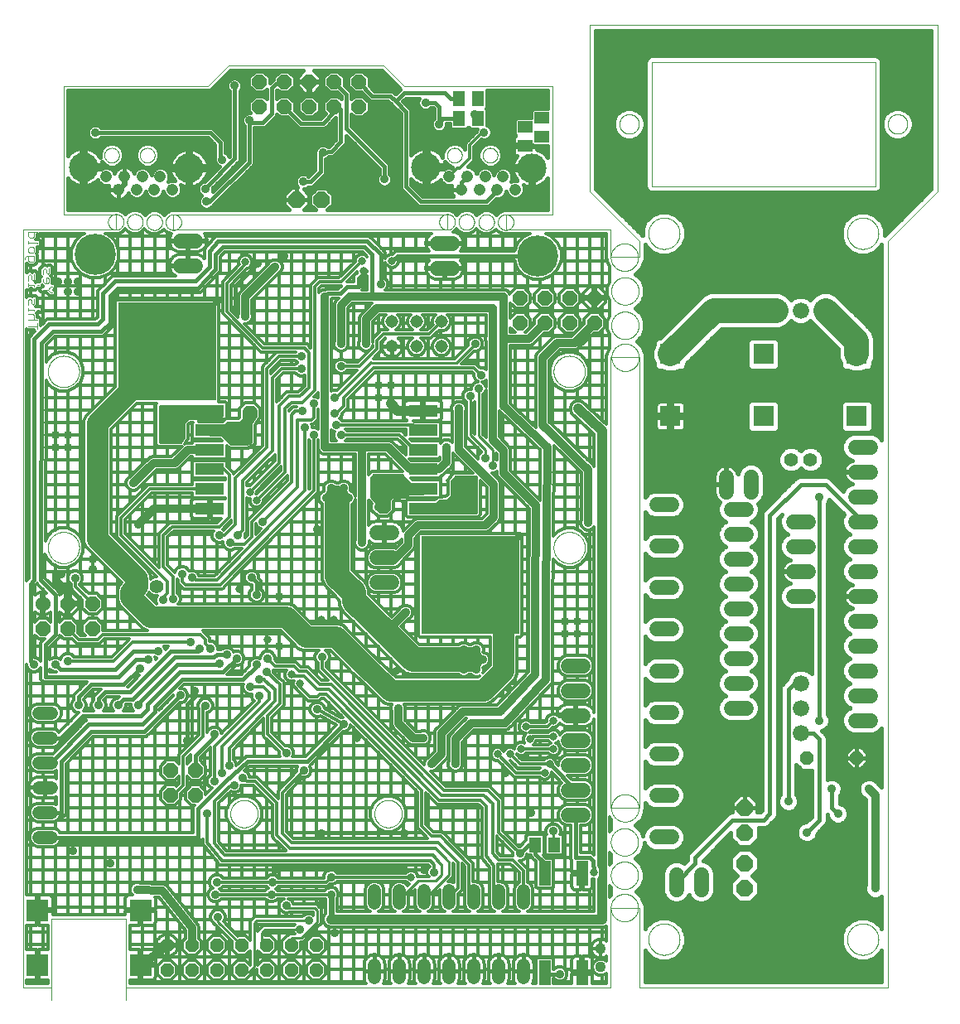
<source format=gbl>
G75*
%MOIN*%
%OFA0B0*%
%FSLAX25Y25*%
%IPPOS*%
%LPD*%
%AMOC8*
5,1,8,0,0,1.08239X$1,22.5*
%
%ADD10C,0.00000*%
%ADD11C,0.00300*%
%ADD12C,0.05600*%
%ADD13C,0.04362*%
%ADD14R,0.09000X0.09000*%
%ADD15R,0.39370X0.39370*%
%ADD16R,0.03969X0.03969*%
%ADD17R,0.11811X0.04921*%
%ADD18OC8,0.05600*%
%ADD19C,0.05200*%
%ADD20C,0.05150*%
%ADD21OC8,0.06000*%
%ADD22C,0.06000*%
%ADD23C,0.06000*%
%ADD24C,0.05937*%
%ADD25R,0.05118X0.06299*%
%ADD26R,0.05000X0.10000*%
%ADD27R,0.08268X0.08268*%
%ADD28C,0.06600*%
%ADD29OC8,0.05200*%
%ADD30OC8,0.06600*%
%ADD31C,0.04756*%
%ADD32C,0.11811*%
%ADD33R,0.05118X0.05906*%
%ADD34R,0.05906X0.05118*%
%ADD35C,0.03562*%
%ADD36C,0.03200*%
%ADD37C,0.01200*%
%ADD38C,0.01600*%
%ADD39C,0.01000*%
%ADD40C,0.03169*%
%ADD41C,0.04000*%
%ADD42C,0.10000*%
%ADD43C,0.02400*%
%ADD44C,0.16598*%
%ADD45C,0.08600*%
D10*
X0040000Y0009500D02*
X0051500Y0009500D01*
X0051600Y0004700D02*
X0051600Y0037200D01*
X0081600Y0037200D01*
X0081600Y0004700D01*
X0081500Y0009500D02*
X0276300Y0009500D01*
X0276300Y0041700D01*
X0288000Y0041700D01*
X0288000Y0009500D01*
X0388000Y0009500D01*
X0388000Y0310000D01*
X0408000Y0330000D01*
X0408000Y0397000D01*
X0268000Y0397000D01*
X0268000Y0330000D01*
X0288000Y0310000D01*
X0288000Y0303400D01*
X0276300Y0303400D01*
X0276300Y0314500D01*
X0234350Y0314500D01*
X0234300Y0320600D01*
X0253000Y0320600D01*
X0253000Y0372200D01*
X0193315Y0372197D01*
X0185047Y0380465D01*
X0122843Y0380465D01*
X0114575Y0372197D01*
X0056300Y0372197D01*
X0056300Y0320600D01*
X0077500Y0320600D01*
X0077500Y0314500D01*
X0040000Y0314500D01*
X0040000Y0009500D01*
X0123488Y0079500D02*
X0123490Y0079648D01*
X0123496Y0079796D01*
X0123506Y0079944D01*
X0123520Y0080091D01*
X0123538Y0080238D01*
X0123559Y0080384D01*
X0123585Y0080530D01*
X0123615Y0080675D01*
X0123648Y0080819D01*
X0123686Y0080962D01*
X0123727Y0081104D01*
X0123772Y0081245D01*
X0123820Y0081385D01*
X0123873Y0081524D01*
X0123929Y0081661D01*
X0123989Y0081796D01*
X0124052Y0081930D01*
X0124119Y0082062D01*
X0124190Y0082192D01*
X0124264Y0082320D01*
X0124341Y0082446D01*
X0124422Y0082570D01*
X0124506Y0082692D01*
X0124593Y0082811D01*
X0124684Y0082928D01*
X0124778Y0083043D01*
X0124874Y0083155D01*
X0124974Y0083265D01*
X0125076Y0083371D01*
X0125182Y0083475D01*
X0125290Y0083576D01*
X0125401Y0083674D01*
X0125514Y0083770D01*
X0125630Y0083862D01*
X0125748Y0083951D01*
X0125869Y0084036D01*
X0125992Y0084119D01*
X0126117Y0084198D01*
X0126244Y0084274D01*
X0126373Y0084346D01*
X0126504Y0084415D01*
X0126637Y0084480D01*
X0126772Y0084541D01*
X0126908Y0084599D01*
X0127045Y0084654D01*
X0127184Y0084704D01*
X0127325Y0084751D01*
X0127466Y0084794D01*
X0127609Y0084834D01*
X0127753Y0084869D01*
X0127897Y0084901D01*
X0128043Y0084928D01*
X0128189Y0084952D01*
X0128336Y0084972D01*
X0128483Y0084988D01*
X0128630Y0085000D01*
X0128778Y0085008D01*
X0128926Y0085012D01*
X0129074Y0085012D01*
X0129222Y0085008D01*
X0129370Y0085000D01*
X0129517Y0084988D01*
X0129664Y0084972D01*
X0129811Y0084952D01*
X0129957Y0084928D01*
X0130103Y0084901D01*
X0130247Y0084869D01*
X0130391Y0084834D01*
X0130534Y0084794D01*
X0130675Y0084751D01*
X0130816Y0084704D01*
X0130955Y0084654D01*
X0131092Y0084599D01*
X0131228Y0084541D01*
X0131363Y0084480D01*
X0131496Y0084415D01*
X0131627Y0084346D01*
X0131756Y0084274D01*
X0131883Y0084198D01*
X0132008Y0084119D01*
X0132131Y0084036D01*
X0132252Y0083951D01*
X0132370Y0083862D01*
X0132486Y0083770D01*
X0132599Y0083674D01*
X0132710Y0083576D01*
X0132818Y0083475D01*
X0132924Y0083371D01*
X0133026Y0083265D01*
X0133126Y0083155D01*
X0133222Y0083043D01*
X0133316Y0082928D01*
X0133407Y0082811D01*
X0133494Y0082692D01*
X0133578Y0082570D01*
X0133659Y0082446D01*
X0133736Y0082320D01*
X0133810Y0082192D01*
X0133881Y0082062D01*
X0133948Y0081930D01*
X0134011Y0081796D01*
X0134071Y0081661D01*
X0134127Y0081524D01*
X0134180Y0081385D01*
X0134228Y0081245D01*
X0134273Y0081104D01*
X0134314Y0080962D01*
X0134352Y0080819D01*
X0134385Y0080675D01*
X0134415Y0080530D01*
X0134441Y0080384D01*
X0134462Y0080238D01*
X0134480Y0080091D01*
X0134494Y0079944D01*
X0134504Y0079796D01*
X0134510Y0079648D01*
X0134512Y0079500D01*
X0134510Y0079352D01*
X0134504Y0079204D01*
X0134494Y0079056D01*
X0134480Y0078909D01*
X0134462Y0078762D01*
X0134441Y0078616D01*
X0134415Y0078470D01*
X0134385Y0078325D01*
X0134352Y0078181D01*
X0134314Y0078038D01*
X0134273Y0077896D01*
X0134228Y0077755D01*
X0134180Y0077615D01*
X0134127Y0077476D01*
X0134071Y0077339D01*
X0134011Y0077204D01*
X0133948Y0077070D01*
X0133881Y0076938D01*
X0133810Y0076808D01*
X0133736Y0076680D01*
X0133659Y0076554D01*
X0133578Y0076430D01*
X0133494Y0076308D01*
X0133407Y0076189D01*
X0133316Y0076072D01*
X0133222Y0075957D01*
X0133126Y0075845D01*
X0133026Y0075735D01*
X0132924Y0075629D01*
X0132818Y0075525D01*
X0132710Y0075424D01*
X0132599Y0075326D01*
X0132486Y0075230D01*
X0132370Y0075138D01*
X0132252Y0075049D01*
X0132131Y0074964D01*
X0132008Y0074881D01*
X0131883Y0074802D01*
X0131756Y0074726D01*
X0131627Y0074654D01*
X0131496Y0074585D01*
X0131363Y0074520D01*
X0131228Y0074459D01*
X0131092Y0074401D01*
X0130955Y0074346D01*
X0130816Y0074296D01*
X0130675Y0074249D01*
X0130534Y0074206D01*
X0130391Y0074166D01*
X0130247Y0074131D01*
X0130103Y0074099D01*
X0129957Y0074072D01*
X0129811Y0074048D01*
X0129664Y0074028D01*
X0129517Y0074012D01*
X0129370Y0074000D01*
X0129222Y0073992D01*
X0129074Y0073988D01*
X0128926Y0073988D01*
X0128778Y0073992D01*
X0128630Y0074000D01*
X0128483Y0074012D01*
X0128336Y0074028D01*
X0128189Y0074048D01*
X0128043Y0074072D01*
X0127897Y0074099D01*
X0127753Y0074131D01*
X0127609Y0074166D01*
X0127466Y0074206D01*
X0127325Y0074249D01*
X0127184Y0074296D01*
X0127045Y0074346D01*
X0126908Y0074401D01*
X0126772Y0074459D01*
X0126637Y0074520D01*
X0126504Y0074585D01*
X0126373Y0074654D01*
X0126244Y0074726D01*
X0126117Y0074802D01*
X0125992Y0074881D01*
X0125869Y0074964D01*
X0125748Y0075049D01*
X0125630Y0075138D01*
X0125514Y0075230D01*
X0125401Y0075326D01*
X0125290Y0075424D01*
X0125182Y0075525D01*
X0125076Y0075629D01*
X0124974Y0075735D01*
X0124874Y0075845D01*
X0124778Y0075957D01*
X0124684Y0076072D01*
X0124593Y0076189D01*
X0124506Y0076308D01*
X0124422Y0076430D01*
X0124341Y0076554D01*
X0124264Y0076680D01*
X0124190Y0076808D01*
X0124119Y0076938D01*
X0124052Y0077070D01*
X0123989Y0077204D01*
X0123929Y0077339D01*
X0123873Y0077476D01*
X0123820Y0077615D01*
X0123772Y0077755D01*
X0123727Y0077896D01*
X0123686Y0078038D01*
X0123648Y0078181D01*
X0123615Y0078325D01*
X0123585Y0078470D01*
X0123559Y0078616D01*
X0123538Y0078762D01*
X0123520Y0078909D01*
X0123506Y0079056D01*
X0123496Y0079204D01*
X0123490Y0079352D01*
X0123488Y0079500D01*
X0181488Y0079500D02*
X0181490Y0079648D01*
X0181496Y0079796D01*
X0181506Y0079944D01*
X0181520Y0080091D01*
X0181538Y0080238D01*
X0181559Y0080384D01*
X0181585Y0080530D01*
X0181615Y0080675D01*
X0181648Y0080819D01*
X0181686Y0080962D01*
X0181727Y0081104D01*
X0181772Y0081245D01*
X0181820Y0081385D01*
X0181873Y0081524D01*
X0181929Y0081661D01*
X0181989Y0081796D01*
X0182052Y0081930D01*
X0182119Y0082062D01*
X0182190Y0082192D01*
X0182264Y0082320D01*
X0182341Y0082446D01*
X0182422Y0082570D01*
X0182506Y0082692D01*
X0182593Y0082811D01*
X0182684Y0082928D01*
X0182778Y0083043D01*
X0182874Y0083155D01*
X0182974Y0083265D01*
X0183076Y0083371D01*
X0183182Y0083475D01*
X0183290Y0083576D01*
X0183401Y0083674D01*
X0183514Y0083770D01*
X0183630Y0083862D01*
X0183748Y0083951D01*
X0183869Y0084036D01*
X0183992Y0084119D01*
X0184117Y0084198D01*
X0184244Y0084274D01*
X0184373Y0084346D01*
X0184504Y0084415D01*
X0184637Y0084480D01*
X0184772Y0084541D01*
X0184908Y0084599D01*
X0185045Y0084654D01*
X0185184Y0084704D01*
X0185325Y0084751D01*
X0185466Y0084794D01*
X0185609Y0084834D01*
X0185753Y0084869D01*
X0185897Y0084901D01*
X0186043Y0084928D01*
X0186189Y0084952D01*
X0186336Y0084972D01*
X0186483Y0084988D01*
X0186630Y0085000D01*
X0186778Y0085008D01*
X0186926Y0085012D01*
X0187074Y0085012D01*
X0187222Y0085008D01*
X0187370Y0085000D01*
X0187517Y0084988D01*
X0187664Y0084972D01*
X0187811Y0084952D01*
X0187957Y0084928D01*
X0188103Y0084901D01*
X0188247Y0084869D01*
X0188391Y0084834D01*
X0188534Y0084794D01*
X0188675Y0084751D01*
X0188816Y0084704D01*
X0188955Y0084654D01*
X0189092Y0084599D01*
X0189228Y0084541D01*
X0189363Y0084480D01*
X0189496Y0084415D01*
X0189627Y0084346D01*
X0189756Y0084274D01*
X0189883Y0084198D01*
X0190008Y0084119D01*
X0190131Y0084036D01*
X0190252Y0083951D01*
X0190370Y0083862D01*
X0190486Y0083770D01*
X0190599Y0083674D01*
X0190710Y0083576D01*
X0190818Y0083475D01*
X0190924Y0083371D01*
X0191026Y0083265D01*
X0191126Y0083155D01*
X0191222Y0083043D01*
X0191316Y0082928D01*
X0191407Y0082811D01*
X0191494Y0082692D01*
X0191578Y0082570D01*
X0191659Y0082446D01*
X0191736Y0082320D01*
X0191810Y0082192D01*
X0191881Y0082062D01*
X0191948Y0081930D01*
X0192011Y0081796D01*
X0192071Y0081661D01*
X0192127Y0081524D01*
X0192180Y0081385D01*
X0192228Y0081245D01*
X0192273Y0081104D01*
X0192314Y0080962D01*
X0192352Y0080819D01*
X0192385Y0080675D01*
X0192415Y0080530D01*
X0192441Y0080384D01*
X0192462Y0080238D01*
X0192480Y0080091D01*
X0192494Y0079944D01*
X0192504Y0079796D01*
X0192510Y0079648D01*
X0192512Y0079500D01*
X0192510Y0079352D01*
X0192504Y0079204D01*
X0192494Y0079056D01*
X0192480Y0078909D01*
X0192462Y0078762D01*
X0192441Y0078616D01*
X0192415Y0078470D01*
X0192385Y0078325D01*
X0192352Y0078181D01*
X0192314Y0078038D01*
X0192273Y0077896D01*
X0192228Y0077755D01*
X0192180Y0077615D01*
X0192127Y0077476D01*
X0192071Y0077339D01*
X0192011Y0077204D01*
X0191948Y0077070D01*
X0191881Y0076938D01*
X0191810Y0076808D01*
X0191736Y0076680D01*
X0191659Y0076554D01*
X0191578Y0076430D01*
X0191494Y0076308D01*
X0191407Y0076189D01*
X0191316Y0076072D01*
X0191222Y0075957D01*
X0191126Y0075845D01*
X0191026Y0075735D01*
X0190924Y0075629D01*
X0190818Y0075525D01*
X0190710Y0075424D01*
X0190599Y0075326D01*
X0190486Y0075230D01*
X0190370Y0075138D01*
X0190252Y0075049D01*
X0190131Y0074964D01*
X0190008Y0074881D01*
X0189883Y0074802D01*
X0189756Y0074726D01*
X0189627Y0074654D01*
X0189496Y0074585D01*
X0189363Y0074520D01*
X0189228Y0074459D01*
X0189092Y0074401D01*
X0188955Y0074346D01*
X0188816Y0074296D01*
X0188675Y0074249D01*
X0188534Y0074206D01*
X0188391Y0074166D01*
X0188247Y0074131D01*
X0188103Y0074099D01*
X0187957Y0074072D01*
X0187811Y0074048D01*
X0187664Y0074028D01*
X0187517Y0074012D01*
X0187370Y0074000D01*
X0187222Y0073992D01*
X0187074Y0073988D01*
X0186926Y0073988D01*
X0186778Y0073992D01*
X0186630Y0074000D01*
X0186483Y0074012D01*
X0186336Y0074028D01*
X0186189Y0074048D01*
X0186043Y0074072D01*
X0185897Y0074099D01*
X0185753Y0074131D01*
X0185609Y0074166D01*
X0185466Y0074206D01*
X0185325Y0074249D01*
X0185184Y0074296D01*
X0185045Y0074346D01*
X0184908Y0074401D01*
X0184772Y0074459D01*
X0184637Y0074520D01*
X0184504Y0074585D01*
X0184373Y0074654D01*
X0184244Y0074726D01*
X0184117Y0074802D01*
X0183992Y0074881D01*
X0183869Y0074964D01*
X0183748Y0075049D01*
X0183630Y0075138D01*
X0183514Y0075230D01*
X0183401Y0075326D01*
X0183290Y0075424D01*
X0183182Y0075525D01*
X0183076Y0075629D01*
X0182974Y0075735D01*
X0182874Y0075845D01*
X0182778Y0075957D01*
X0182684Y0076072D01*
X0182593Y0076189D01*
X0182506Y0076308D01*
X0182422Y0076430D01*
X0182341Y0076554D01*
X0182264Y0076680D01*
X0182190Y0076808D01*
X0182119Y0076938D01*
X0182052Y0077070D01*
X0181989Y0077204D01*
X0181929Y0077339D01*
X0181873Y0077476D01*
X0181820Y0077615D01*
X0181772Y0077755D01*
X0181727Y0077896D01*
X0181686Y0078038D01*
X0181648Y0078181D01*
X0181615Y0078325D01*
X0181585Y0078470D01*
X0181559Y0078616D01*
X0181538Y0078762D01*
X0181520Y0078909D01*
X0181506Y0079056D01*
X0181496Y0079204D01*
X0181490Y0079352D01*
X0181488Y0079500D01*
X0276300Y0081800D02*
X0288000Y0081800D01*
X0288000Y0263100D01*
X0276300Y0263100D01*
X0276300Y0081800D01*
X0276788Y0081800D02*
X0276790Y0081948D01*
X0276796Y0082096D01*
X0276806Y0082244D01*
X0276820Y0082391D01*
X0276838Y0082538D01*
X0276859Y0082684D01*
X0276885Y0082830D01*
X0276915Y0082975D01*
X0276948Y0083119D01*
X0276986Y0083262D01*
X0277027Y0083404D01*
X0277072Y0083545D01*
X0277120Y0083685D01*
X0277173Y0083824D01*
X0277229Y0083961D01*
X0277289Y0084096D01*
X0277352Y0084230D01*
X0277419Y0084362D01*
X0277490Y0084492D01*
X0277564Y0084620D01*
X0277641Y0084746D01*
X0277722Y0084870D01*
X0277806Y0084992D01*
X0277893Y0085111D01*
X0277984Y0085228D01*
X0278078Y0085343D01*
X0278174Y0085455D01*
X0278274Y0085565D01*
X0278376Y0085671D01*
X0278482Y0085775D01*
X0278590Y0085876D01*
X0278701Y0085974D01*
X0278814Y0086070D01*
X0278930Y0086162D01*
X0279048Y0086251D01*
X0279169Y0086336D01*
X0279292Y0086419D01*
X0279417Y0086498D01*
X0279544Y0086574D01*
X0279673Y0086646D01*
X0279804Y0086715D01*
X0279937Y0086780D01*
X0280072Y0086841D01*
X0280208Y0086899D01*
X0280345Y0086954D01*
X0280484Y0087004D01*
X0280625Y0087051D01*
X0280766Y0087094D01*
X0280909Y0087134D01*
X0281053Y0087169D01*
X0281197Y0087201D01*
X0281343Y0087228D01*
X0281489Y0087252D01*
X0281636Y0087272D01*
X0281783Y0087288D01*
X0281930Y0087300D01*
X0282078Y0087308D01*
X0282226Y0087312D01*
X0282374Y0087312D01*
X0282522Y0087308D01*
X0282670Y0087300D01*
X0282817Y0087288D01*
X0282964Y0087272D01*
X0283111Y0087252D01*
X0283257Y0087228D01*
X0283403Y0087201D01*
X0283547Y0087169D01*
X0283691Y0087134D01*
X0283834Y0087094D01*
X0283975Y0087051D01*
X0284116Y0087004D01*
X0284255Y0086954D01*
X0284392Y0086899D01*
X0284528Y0086841D01*
X0284663Y0086780D01*
X0284796Y0086715D01*
X0284927Y0086646D01*
X0285056Y0086574D01*
X0285183Y0086498D01*
X0285308Y0086419D01*
X0285431Y0086336D01*
X0285552Y0086251D01*
X0285670Y0086162D01*
X0285786Y0086070D01*
X0285899Y0085974D01*
X0286010Y0085876D01*
X0286118Y0085775D01*
X0286224Y0085671D01*
X0286326Y0085565D01*
X0286426Y0085455D01*
X0286522Y0085343D01*
X0286616Y0085228D01*
X0286707Y0085111D01*
X0286794Y0084992D01*
X0286878Y0084870D01*
X0286959Y0084746D01*
X0287036Y0084620D01*
X0287110Y0084492D01*
X0287181Y0084362D01*
X0287248Y0084230D01*
X0287311Y0084096D01*
X0287371Y0083961D01*
X0287427Y0083824D01*
X0287480Y0083685D01*
X0287528Y0083545D01*
X0287573Y0083404D01*
X0287614Y0083262D01*
X0287652Y0083119D01*
X0287685Y0082975D01*
X0287715Y0082830D01*
X0287741Y0082684D01*
X0287762Y0082538D01*
X0287780Y0082391D01*
X0287794Y0082244D01*
X0287804Y0082096D01*
X0287810Y0081948D01*
X0287812Y0081800D01*
X0287810Y0081652D01*
X0287804Y0081504D01*
X0287794Y0081356D01*
X0287780Y0081209D01*
X0287762Y0081062D01*
X0287741Y0080916D01*
X0287715Y0080770D01*
X0287685Y0080625D01*
X0287652Y0080481D01*
X0287614Y0080338D01*
X0287573Y0080196D01*
X0287528Y0080055D01*
X0287480Y0079915D01*
X0287427Y0079776D01*
X0287371Y0079639D01*
X0287311Y0079504D01*
X0287248Y0079370D01*
X0287181Y0079238D01*
X0287110Y0079108D01*
X0287036Y0078980D01*
X0286959Y0078854D01*
X0286878Y0078730D01*
X0286794Y0078608D01*
X0286707Y0078489D01*
X0286616Y0078372D01*
X0286522Y0078257D01*
X0286426Y0078145D01*
X0286326Y0078035D01*
X0286224Y0077929D01*
X0286118Y0077825D01*
X0286010Y0077724D01*
X0285899Y0077626D01*
X0285786Y0077530D01*
X0285670Y0077438D01*
X0285552Y0077349D01*
X0285431Y0077264D01*
X0285308Y0077181D01*
X0285183Y0077102D01*
X0285056Y0077026D01*
X0284927Y0076954D01*
X0284796Y0076885D01*
X0284663Y0076820D01*
X0284528Y0076759D01*
X0284392Y0076701D01*
X0284255Y0076646D01*
X0284116Y0076596D01*
X0283975Y0076549D01*
X0283834Y0076506D01*
X0283691Y0076466D01*
X0283547Y0076431D01*
X0283403Y0076399D01*
X0283257Y0076372D01*
X0283111Y0076348D01*
X0282964Y0076328D01*
X0282817Y0076312D01*
X0282670Y0076300D01*
X0282522Y0076292D01*
X0282374Y0076288D01*
X0282226Y0076288D01*
X0282078Y0076292D01*
X0281930Y0076300D01*
X0281783Y0076312D01*
X0281636Y0076328D01*
X0281489Y0076348D01*
X0281343Y0076372D01*
X0281197Y0076399D01*
X0281053Y0076431D01*
X0280909Y0076466D01*
X0280766Y0076506D01*
X0280625Y0076549D01*
X0280484Y0076596D01*
X0280345Y0076646D01*
X0280208Y0076701D01*
X0280072Y0076759D01*
X0279937Y0076820D01*
X0279804Y0076885D01*
X0279673Y0076954D01*
X0279544Y0077026D01*
X0279417Y0077102D01*
X0279292Y0077181D01*
X0279169Y0077264D01*
X0279048Y0077349D01*
X0278930Y0077438D01*
X0278814Y0077530D01*
X0278701Y0077626D01*
X0278590Y0077724D01*
X0278482Y0077825D01*
X0278376Y0077929D01*
X0278274Y0078035D01*
X0278174Y0078145D01*
X0278078Y0078257D01*
X0277984Y0078372D01*
X0277893Y0078489D01*
X0277806Y0078608D01*
X0277722Y0078730D01*
X0277641Y0078854D01*
X0277564Y0078980D01*
X0277490Y0079108D01*
X0277419Y0079238D01*
X0277352Y0079370D01*
X0277289Y0079504D01*
X0277229Y0079639D01*
X0277173Y0079776D01*
X0277120Y0079915D01*
X0277072Y0080055D01*
X0277027Y0080196D01*
X0276986Y0080338D01*
X0276948Y0080481D01*
X0276915Y0080625D01*
X0276885Y0080770D01*
X0276859Y0080916D01*
X0276838Y0081062D01*
X0276820Y0081209D01*
X0276806Y0081356D01*
X0276796Y0081504D01*
X0276790Y0081652D01*
X0276788Y0081800D01*
X0276588Y0068100D02*
X0276590Y0068248D01*
X0276596Y0068396D01*
X0276606Y0068544D01*
X0276620Y0068691D01*
X0276638Y0068838D01*
X0276659Y0068984D01*
X0276685Y0069130D01*
X0276715Y0069275D01*
X0276748Y0069419D01*
X0276786Y0069562D01*
X0276827Y0069704D01*
X0276872Y0069845D01*
X0276920Y0069985D01*
X0276973Y0070124D01*
X0277029Y0070261D01*
X0277089Y0070396D01*
X0277152Y0070530D01*
X0277219Y0070662D01*
X0277290Y0070792D01*
X0277364Y0070920D01*
X0277441Y0071046D01*
X0277522Y0071170D01*
X0277606Y0071292D01*
X0277693Y0071411D01*
X0277784Y0071528D01*
X0277878Y0071643D01*
X0277974Y0071755D01*
X0278074Y0071865D01*
X0278176Y0071971D01*
X0278282Y0072075D01*
X0278390Y0072176D01*
X0278501Y0072274D01*
X0278614Y0072370D01*
X0278730Y0072462D01*
X0278848Y0072551D01*
X0278969Y0072636D01*
X0279092Y0072719D01*
X0279217Y0072798D01*
X0279344Y0072874D01*
X0279473Y0072946D01*
X0279604Y0073015D01*
X0279737Y0073080D01*
X0279872Y0073141D01*
X0280008Y0073199D01*
X0280145Y0073254D01*
X0280284Y0073304D01*
X0280425Y0073351D01*
X0280566Y0073394D01*
X0280709Y0073434D01*
X0280853Y0073469D01*
X0280997Y0073501D01*
X0281143Y0073528D01*
X0281289Y0073552D01*
X0281436Y0073572D01*
X0281583Y0073588D01*
X0281730Y0073600D01*
X0281878Y0073608D01*
X0282026Y0073612D01*
X0282174Y0073612D01*
X0282322Y0073608D01*
X0282470Y0073600D01*
X0282617Y0073588D01*
X0282764Y0073572D01*
X0282911Y0073552D01*
X0283057Y0073528D01*
X0283203Y0073501D01*
X0283347Y0073469D01*
X0283491Y0073434D01*
X0283634Y0073394D01*
X0283775Y0073351D01*
X0283916Y0073304D01*
X0284055Y0073254D01*
X0284192Y0073199D01*
X0284328Y0073141D01*
X0284463Y0073080D01*
X0284596Y0073015D01*
X0284727Y0072946D01*
X0284856Y0072874D01*
X0284983Y0072798D01*
X0285108Y0072719D01*
X0285231Y0072636D01*
X0285352Y0072551D01*
X0285470Y0072462D01*
X0285586Y0072370D01*
X0285699Y0072274D01*
X0285810Y0072176D01*
X0285918Y0072075D01*
X0286024Y0071971D01*
X0286126Y0071865D01*
X0286226Y0071755D01*
X0286322Y0071643D01*
X0286416Y0071528D01*
X0286507Y0071411D01*
X0286594Y0071292D01*
X0286678Y0071170D01*
X0286759Y0071046D01*
X0286836Y0070920D01*
X0286910Y0070792D01*
X0286981Y0070662D01*
X0287048Y0070530D01*
X0287111Y0070396D01*
X0287171Y0070261D01*
X0287227Y0070124D01*
X0287280Y0069985D01*
X0287328Y0069845D01*
X0287373Y0069704D01*
X0287414Y0069562D01*
X0287452Y0069419D01*
X0287485Y0069275D01*
X0287515Y0069130D01*
X0287541Y0068984D01*
X0287562Y0068838D01*
X0287580Y0068691D01*
X0287594Y0068544D01*
X0287604Y0068396D01*
X0287610Y0068248D01*
X0287612Y0068100D01*
X0287610Y0067952D01*
X0287604Y0067804D01*
X0287594Y0067656D01*
X0287580Y0067509D01*
X0287562Y0067362D01*
X0287541Y0067216D01*
X0287515Y0067070D01*
X0287485Y0066925D01*
X0287452Y0066781D01*
X0287414Y0066638D01*
X0287373Y0066496D01*
X0287328Y0066355D01*
X0287280Y0066215D01*
X0287227Y0066076D01*
X0287171Y0065939D01*
X0287111Y0065804D01*
X0287048Y0065670D01*
X0286981Y0065538D01*
X0286910Y0065408D01*
X0286836Y0065280D01*
X0286759Y0065154D01*
X0286678Y0065030D01*
X0286594Y0064908D01*
X0286507Y0064789D01*
X0286416Y0064672D01*
X0286322Y0064557D01*
X0286226Y0064445D01*
X0286126Y0064335D01*
X0286024Y0064229D01*
X0285918Y0064125D01*
X0285810Y0064024D01*
X0285699Y0063926D01*
X0285586Y0063830D01*
X0285470Y0063738D01*
X0285352Y0063649D01*
X0285231Y0063564D01*
X0285108Y0063481D01*
X0284983Y0063402D01*
X0284856Y0063326D01*
X0284727Y0063254D01*
X0284596Y0063185D01*
X0284463Y0063120D01*
X0284328Y0063059D01*
X0284192Y0063001D01*
X0284055Y0062946D01*
X0283916Y0062896D01*
X0283775Y0062849D01*
X0283634Y0062806D01*
X0283491Y0062766D01*
X0283347Y0062731D01*
X0283203Y0062699D01*
X0283057Y0062672D01*
X0282911Y0062648D01*
X0282764Y0062628D01*
X0282617Y0062612D01*
X0282470Y0062600D01*
X0282322Y0062592D01*
X0282174Y0062588D01*
X0282026Y0062588D01*
X0281878Y0062592D01*
X0281730Y0062600D01*
X0281583Y0062612D01*
X0281436Y0062628D01*
X0281289Y0062648D01*
X0281143Y0062672D01*
X0280997Y0062699D01*
X0280853Y0062731D01*
X0280709Y0062766D01*
X0280566Y0062806D01*
X0280425Y0062849D01*
X0280284Y0062896D01*
X0280145Y0062946D01*
X0280008Y0063001D01*
X0279872Y0063059D01*
X0279737Y0063120D01*
X0279604Y0063185D01*
X0279473Y0063254D01*
X0279344Y0063326D01*
X0279217Y0063402D01*
X0279092Y0063481D01*
X0278969Y0063564D01*
X0278848Y0063649D01*
X0278730Y0063738D01*
X0278614Y0063830D01*
X0278501Y0063926D01*
X0278390Y0064024D01*
X0278282Y0064125D01*
X0278176Y0064229D01*
X0278074Y0064335D01*
X0277974Y0064445D01*
X0277878Y0064557D01*
X0277784Y0064672D01*
X0277693Y0064789D01*
X0277606Y0064908D01*
X0277522Y0065030D01*
X0277441Y0065154D01*
X0277364Y0065280D01*
X0277290Y0065408D01*
X0277219Y0065538D01*
X0277152Y0065670D01*
X0277089Y0065804D01*
X0277029Y0065939D01*
X0276973Y0066076D01*
X0276920Y0066215D01*
X0276872Y0066355D01*
X0276827Y0066496D01*
X0276786Y0066638D01*
X0276748Y0066781D01*
X0276715Y0066925D01*
X0276685Y0067070D01*
X0276659Y0067216D01*
X0276638Y0067362D01*
X0276620Y0067509D01*
X0276606Y0067656D01*
X0276596Y0067804D01*
X0276590Y0067952D01*
X0276588Y0068100D01*
X0276588Y0054700D02*
X0276590Y0054848D01*
X0276596Y0054996D01*
X0276606Y0055144D01*
X0276620Y0055291D01*
X0276638Y0055438D01*
X0276659Y0055584D01*
X0276685Y0055730D01*
X0276715Y0055875D01*
X0276748Y0056019D01*
X0276786Y0056162D01*
X0276827Y0056304D01*
X0276872Y0056445D01*
X0276920Y0056585D01*
X0276973Y0056724D01*
X0277029Y0056861D01*
X0277089Y0056996D01*
X0277152Y0057130D01*
X0277219Y0057262D01*
X0277290Y0057392D01*
X0277364Y0057520D01*
X0277441Y0057646D01*
X0277522Y0057770D01*
X0277606Y0057892D01*
X0277693Y0058011D01*
X0277784Y0058128D01*
X0277878Y0058243D01*
X0277974Y0058355D01*
X0278074Y0058465D01*
X0278176Y0058571D01*
X0278282Y0058675D01*
X0278390Y0058776D01*
X0278501Y0058874D01*
X0278614Y0058970D01*
X0278730Y0059062D01*
X0278848Y0059151D01*
X0278969Y0059236D01*
X0279092Y0059319D01*
X0279217Y0059398D01*
X0279344Y0059474D01*
X0279473Y0059546D01*
X0279604Y0059615D01*
X0279737Y0059680D01*
X0279872Y0059741D01*
X0280008Y0059799D01*
X0280145Y0059854D01*
X0280284Y0059904D01*
X0280425Y0059951D01*
X0280566Y0059994D01*
X0280709Y0060034D01*
X0280853Y0060069D01*
X0280997Y0060101D01*
X0281143Y0060128D01*
X0281289Y0060152D01*
X0281436Y0060172D01*
X0281583Y0060188D01*
X0281730Y0060200D01*
X0281878Y0060208D01*
X0282026Y0060212D01*
X0282174Y0060212D01*
X0282322Y0060208D01*
X0282470Y0060200D01*
X0282617Y0060188D01*
X0282764Y0060172D01*
X0282911Y0060152D01*
X0283057Y0060128D01*
X0283203Y0060101D01*
X0283347Y0060069D01*
X0283491Y0060034D01*
X0283634Y0059994D01*
X0283775Y0059951D01*
X0283916Y0059904D01*
X0284055Y0059854D01*
X0284192Y0059799D01*
X0284328Y0059741D01*
X0284463Y0059680D01*
X0284596Y0059615D01*
X0284727Y0059546D01*
X0284856Y0059474D01*
X0284983Y0059398D01*
X0285108Y0059319D01*
X0285231Y0059236D01*
X0285352Y0059151D01*
X0285470Y0059062D01*
X0285586Y0058970D01*
X0285699Y0058874D01*
X0285810Y0058776D01*
X0285918Y0058675D01*
X0286024Y0058571D01*
X0286126Y0058465D01*
X0286226Y0058355D01*
X0286322Y0058243D01*
X0286416Y0058128D01*
X0286507Y0058011D01*
X0286594Y0057892D01*
X0286678Y0057770D01*
X0286759Y0057646D01*
X0286836Y0057520D01*
X0286910Y0057392D01*
X0286981Y0057262D01*
X0287048Y0057130D01*
X0287111Y0056996D01*
X0287171Y0056861D01*
X0287227Y0056724D01*
X0287280Y0056585D01*
X0287328Y0056445D01*
X0287373Y0056304D01*
X0287414Y0056162D01*
X0287452Y0056019D01*
X0287485Y0055875D01*
X0287515Y0055730D01*
X0287541Y0055584D01*
X0287562Y0055438D01*
X0287580Y0055291D01*
X0287594Y0055144D01*
X0287604Y0054996D01*
X0287610Y0054848D01*
X0287612Y0054700D01*
X0287610Y0054552D01*
X0287604Y0054404D01*
X0287594Y0054256D01*
X0287580Y0054109D01*
X0287562Y0053962D01*
X0287541Y0053816D01*
X0287515Y0053670D01*
X0287485Y0053525D01*
X0287452Y0053381D01*
X0287414Y0053238D01*
X0287373Y0053096D01*
X0287328Y0052955D01*
X0287280Y0052815D01*
X0287227Y0052676D01*
X0287171Y0052539D01*
X0287111Y0052404D01*
X0287048Y0052270D01*
X0286981Y0052138D01*
X0286910Y0052008D01*
X0286836Y0051880D01*
X0286759Y0051754D01*
X0286678Y0051630D01*
X0286594Y0051508D01*
X0286507Y0051389D01*
X0286416Y0051272D01*
X0286322Y0051157D01*
X0286226Y0051045D01*
X0286126Y0050935D01*
X0286024Y0050829D01*
X0285918Y0050725D01*
X0285810Y0050624D01*
X0285699Y0050526D01*
X0285586Y0050430D01*
X0285470Y0050338D01*
X0285352Y0050249D01*
X0285231Y0050164D01*
X0285108Y0050081D01*
X0284983Y0050002D01*
X0284856Y0049926D01*
X0284727Y0049854D01*
X0284596Y0049785D01*
X0284463Y0049720D01*
X0284328Y0049659D01*
X0284192Y0049601D01*
X0284055Y0049546D01*
X0283916Y0049496D01*
X0283775Y0049449D01*
X0283634Y0049406D01*
X0283491Y0049366D01*
X0283347Y0049331D01*
X0283203Y0049299D01*
X0283057Y0049272D01*
X0282911Y0049248D01*
X0282764Y0049228D01*
X0282617Y0049212D01*
X0282470Y0049200D01*
X0282322Y0049192D01*
X0282174Y0049188D01*
X0282026Y0049188D01*
X0281878Y0049192D01*
X0281730Y0049200D01*
X0281583Y0049212D01*
X0281436Y0049228D01*
X0281289Y0049248D01*
X0281143Y0049272D01*
X0280997Y0049299D01*
X0280853Y0049331D01*
X0280709Y0049366D01*
X0280566Y0049406D01*
X0280425Y0049449D01*
X0280284Y0049496D01*
X0280145Y0049546D01*
X0280008Y0049601D01*
X0279872Y0049659D01*
X0279737Y0049720D01*
X0279604Y0049785D01*
X0279473Y0049854D01*
X0279344Y0049926D01*
X0279217Y0050002D01*
X0279092Y0050081D01*
X0278969Y0050164D01*
X0278848Y0050249D01*
X0278730Y0050338D01*
X0278614Y0050430D01*
X0278501Y0050526D01*
X0278390Y0050624D01*
X0278282Y0050725D01*
X0278176Y0050829D01*
X0278074Y0050935D01*
X0277974Y0051045D01*
X0277878Y0051157D01*
X0277784Y0051272D01*
X0277693Y0051389D01*
X0277606Y0051508D01*
X0277522Y0051630D01*
X0277441Y0051754D01*
X0277364Y0051880D01*
X0277290Y0052008D01*
X0277219Y0052138D01*
X0277152Y0052270D01*
X0277089Y0052404D01*
X0277029Y0052539D01*
X0276973Y0052676D01*
X0276920Y0052815D01*
X0276872Y0052955D01*
X0276827Y0053096D01*
X0276786Y0053238D01*
X0276748Y0053381D01*
X0276715Y0053525D01*
X0276685Y0053670D01*
X0276659Y0053816D01*
X0276638Y0053962D01*
X0276620Y0054109D01*
X0276606Y0054256D01*
X0276596Y0054404D01*
X0276590Y0054552D01*
X0276588Y0054700D01*
X0276588Y0041700D02*
X0276590Y0041848D01*
X0276596Y0041996D01*
X0276606Y0042144D01*
X0276620Y0042291D01*
X0276638Y0042438D01*
X0276659Y0042584D01*
X0276685Y0042730D01*
X0276715Y0042875D01*
X0276748Y0043019D01*
X0276786Y0043162D01*
X0276827Y0043304D01*
X0276872Y0043445D01*
X0276920Y0043585D01*
X0276973Y0043724D01*
X0277029Y0043861D01*
X0277089Y0043996D01*
X0277152Y0044130D01*
X0277219Y0044262D01*
X0277290Y0044392D01*
X0277364Y0044520D01*
X0277441Y0044646D01*
X0277522Y0044770D01*
X0277606Y0044892D01*
X0277693Y0045011D01*
X0277784Y0045128D01*
X0277878Y0045243D01*
X0277974Y0045355D01*
X0278074Y0045465D01*
X0278176Y0045571D01*
X0278282Y0045675D01*
X0278390Y0045776D01*
X0278501Y0045874D01*
X0278614Y0045970D01*
X0278730Y0046062D01*
X0278848Y0046151D01*
X0278969Y0046236D01*
X0279092Y0046319D01*
X0279217Y0046398D01*
X0279344Y0046474D01*
X0279473Y0046546D01*
X0279604Y0046615D01*
X0279737Y0046680D01*
X0279872Y0046741D01*
X0280008Y0046799D01*
X0280145Y0046854D01*
X0280284Y0046904D01*
X0280425Y0046951D01*
X0280566Y0046994D01*
X0280709Y0047034D01*
X0280853Y0047069D01*
X0280997Y0047101D01*
X0281143Y0047128D01*
X0281289Y0047152D01*
X0281436Y0047172D01*
X0281583Y0047188D01*
X0281730Y0047200D01*
X0281878Y0047208D01*
X0282026Y0047212D01*
X0282174Y0047212D01*
X0282322Y0047208D01*
X0282470Y0047200D01*
X0282617Y0047188D01*
X0282764Y0047172D01*
X0282911Y0047152D01*
X0283057Y0047128D01*
X0283203Y0047101D01*
X0283347Y0047069D01*
X0283491Y0047034D01*
X0283634Y0046994D01*
X0283775Y0046951D01*
X0283916Y0046904D01*
X0284055Y0046854D01*
X0284192Y0046799D01*
X0284328Y0046741D01*
X0284463Y0046680D01*
X0284596Y0046615D01*
X0284727Y0046546D01*
X0284856Y0046474D01*
X0284983Y0046398D01*
X0285108Y0046319D01*
X0285231Y0046236D01*
X0285352Y0046151D01*
X0285470Y0046062D01*
X0285586Y0045970D01*
X0285699Y0045874D01*
X0285810Y0045776D01*
X0285918Y0045675D01*
X0286024Y0045571D01*
X0286126Y0045465D01*
X0286226Y0045355D01*
X0286322Y0045243D01*
X0286416Y0045128D01*
X0286507Y0045011D01*
X0286594Y0044892D01*
X0286678Y0044770D01*
X0286759Y0044646D01*
X0286836Y0044520D01*
X0286910Y0044392D01*
X0286981Y0044262D01*
X0287048Y0044130D01*
X0287111Y0043996D01*
X0287171Y0043861D01*
X0287227Y0043724D01*
X0287280Y0043585D01*
X0287328Y0043445D01*
X0287373Y0043304D01*
X0287414Y0043162D01*
X0287452Y0043019D01*
X0287485Y0042875D01*
X0287515Y0042730D01*
X0287541Y0042584D01*
X0287562Y0042438D01*
X0287580Y0042291D01*
X0287594Y0042144D01*
X0287604Y0041996D01*
X0287610Y0041848D01*
X0287612Y0041700D01*
X0287610Y0041552D01*
X0287604Y0041404D01*
X0287594Y0041256D01*
X0287580Y0041109D01*
X0287562Y0040962D01*
X0287541Y0040816D01*
X0287515Y0040670D01*
X0287485Y0040525D01*
X0287452Y0040381D01*
X0287414Y0040238D01*
X0287373Y0040096D01*
X0287328Y0039955D01*
X0287280Y0039815D01*
X0287227Y0039676D01*
X0287171Y0039539D01*
X0287111Y0039404D01*
X0287048Y0039270D01*
X0286981Y0039138D01*
X0286910Y0039008D01*
X0286836Y0038880D01*
X0286759Y0038754D01*
X0286678Y0038630D01*
X0286594Y0038508D01*
X0286507Y0038389D01*
X0286416Y0038272D01*
X0286322Y0038157D01*
X0286226Y0038045D01*
X0286126Y0037935D01*
X0286024Y0037829D01*
X0285918Y0037725D01*
X0285810Y0037624D01*
X0285699Y0037526D01*
X0285586Y0037430D01*
X0285470Y0037338D01*
X0285352Y0037249D01*
X0285231Y0037164D01*
X0285108Y0037081D01*
X0284983Y0037002D01*
X0284856Y0036926D01*
X0284727Y0036854D01*
X0284596Y0036785D01*
X0284463Y0036720D01*
X0284328Y0036659D01*
X0284192Y0036601D01*
X0284055Y0036546D01*
X0283916Y0036496D01*
X0283775Y0036449D01*
X0283634Y0036406D01*
X0283491Y0036366D01*
X0283347Y0036331D01*
X0283203Y0036299D01*
X0283057Y0036272D01*
X0282911Y0036248D01*
X0282764Y0036228D01*
X0282617Y0036212D01*
X0282470Y0036200D01*
X0282322Y0036192D01*
X0282174Y0036188D01*
X0282026Y0036188D01*
X0281878Y0036192D01*
X0281730Y0036200D01*
X0281583Y0036212D01*
X0281436Y0036228D01*
X0281289Y0036248D01*
X0281143Y0036272D01*
X0280997Y0036299D01*
X0280853Y0036331D01*
X0280709Y0036366D01*
X0280566Y0036406D01*
X0280425Y0036449D01*
X0280284Y0036496D01*
X0280145Y0036546D01*
X0280008Y0036601D01*
X0279872Y0036659D01*
X0279737Y0036720D01*
X0279604Y0036785D01*
X0279473Y0036854D01*
X0279344Y0036926D01*
X0279217Y0037002D01*
X0279092Y0037081D01*
X0278969Y0037164D01*
X0278848Y0037249D01*
X0278730Y0037338D01*
X0278614Y0037430D01*
X0278501Y0037526D01*
X0278390Y0037624D01*
X0278282Y0037725D01*
X0278176Y0037829D01*
X0278074Y0037935D01*
X0277974Y0038045D01*
X0277878Y0038157D01*
X0277784Y0038272D01*
X0277693Y0038389D01*
X0277606Y0038508D01*
X0277522Y0038630D01*
X0277441Y0038754D01*
X0277364Y0038880D01*
X0277290Y0039008D01*
X0277219Y0039138D01*
X0277152Y0039270D01*
X0277089Y0039404D01*
X0277029Y0039539D01*
X0276973Y0039676D01*
X0276920Y0039815D01*
X0276872Y0039955D01*
X0276827Y0040096D01*
X0276786Y0040238D01*
X0276748Y0040381D01*
X0276715Y0040525D01*
X0276685Y0040670D01*
X0276659Y0040816D01*
X0276638Y0040962D01*
X0276620Y0041109D01*
X0276606Y0041256D01*
X0276596Y0041404D01*
X0276590Y0041552D01*
X0276588Y0041700D01*
X0291701Y0029000D02*
X0291703Y0029158D01*
X0291709Y0029316D01*
X0291719Y0029474D01*
X0291733Y0029632D01*
X0291751Y0029789D01*
X0291772Y0029946D01*
X0291798Y0030102D01*
X0291828Y0030258D01*
X0291861Y0030413D01*
X0291899Y0030566D01*
X0291940Y0030719D01*
X0291985Y0030871D01*
X0292034Y0031022D01*
X0292087Y0031171D01*
X0292143Y0031319D01*
X0292203Y0031465D01*
X0292267Y0031610D01*
X0292335Y0031753D01*
X0292406Y0031895D01*
X0292480Y0032035D01*
X0292558Y0032172D01*
X0292640Y0032308D01*
X0292724Y0032442D01*
X0292813Y0032573D01*
X0292904Y0032702D01*
X0292999Y0032829D01*
X0293096Y0032954D01*
X0293197Y0033076D01*
X0293301Y0033195D01*
X0293408Y0033312D01*
X0293518Y0033426D01*
X0293631Y0033537D01*
X0293746Y0033646D01*
X0293864Y0033751D01*
X0293985Y0033853D01*
X0294108Y0033953D01*
X0294234Y0034049D01*
X0294362Y0034142D01*
X0294492Y0034232D01*
X0294625Y0034318D01*
X0294760Y0034402D01*
X0294896Y0034481D01*
X0295035Y0034558D01*
X0295176Y0034630D01*
X0295318Y0034700D01*
X0295462Y0034765D01*
X0295608Y0034827D01*
X0295755Y0034885D01*
X0295904Y0034940D01*
X0296054Y0034991D01*
X0296205Y0035038D01*
X0296357Y0035081D01*
X0296510Y0035120D01*
X0296665Y0035156D01*
X0296820Y0035187D01*
X0296976Y0035215D01*
X0297132Y0035239D01*
X0297289Y0035259D01*
X0297447Y0035275D01*
X0297604Y0035287D01*
X0297763Y0035295D01*
X0297921Y0035299D01*
X0298079Y0035299D01*
X0298237Y0035295D01*
X0298396Y0035287D01*
X0298553Y0035275D01*
X0298711Y0035259D01*
X0298868Y0035239D01*
X0299024Y0035215D01*
X0299180Y0035187D01*
X0299335Y0035156D01*
X0299490Y0035120D01*
X0299643Y0035081D01*
X0299795Y0035038D01*
X0299946Y0034991D01*
X0300096Y0034940D01*
X0300245Y0034885D01*
X0300392Y0034827D01*
X0300538Y0034765D01*
X0300682Y0034700D01*
X0300824Y0034630D01*
X0300965Y0034558D01*
X0301104Y0034481D01*
X0301240Y0034402D01*
X0301375Y0034318D01*
X0301508Y0034232D01*
X0301638Y0034142D01*
X0301766Y0034049D01*
X0301892Y0033953D01*
X0302015Y0033853D01*
X0302136Y0033751D01*
X0302254Y0033646D01*
X0302369Y0033537D01*
X0302482Y0033426D01*
X0302592Y0033312D01*
X0302699Y0033195D01*
X0302803Y0033076D01*
X0302904Y0032954D01*
X0303001Y0032829D01*
X0303096Y0032702D01*
X0303187Y0032573D01*
X0303276Y0032442D01*
X0303360Y0032308D01*
X0303442Y0032172D01*
X0303520Y0032035D01*
X0303594Y0031895D01*
X0303665Y0031753D01*
X0303733Y0031610D01*
X0303797Y0031465D01*
X0303857Y0031319D01*
X0303913Y0031171D01*
X0303966Y0031022D01*
X0304015Y0030871D01*
X0304060Y0030719D01*
X0304101Y0030566D01*
X0304139Y0030413D01*
X0304172Y0030258D01*
X0304202Y0030102D01*
X0304228Y0029946D01*
X0304249Y0029789D01*
X0304267Y0029632D01*
X0304281Y0029474D01*
X0304291Y0029316D01*
X0304297Y0029158D01*
X0304299Y0029000D01*
X0304297Y0028842D01*
X0304291Y0028684D01*
X0304281Y0028526D01*
X0304267Y0028368D01*
X0304249Y0028211D01*
X0304228Y0028054D01*
X0304202Y0027898D01*
X0304172Y0027742D01*
X0304139Y0027587D01*
X0304101Y0027434D01*
X0304060Y0027281D01*
X0304015Y0027129D01*
X0303966Y0026978D01*
X0303913Y0026829D01*
X0303857Y0026681D01*
X0303797Y0026535D01*
X0303733Y0026390D01*
X0303665Y0026247D01*
X0303594Y0026105D01*
X0303520Y0025965D01*
X0303442Y0025828D01*
X0303360Y0025692D01*
X0303276Y0025558D01*
X0303187Y0025427D01*
X0303096Y0025298D01*
X0303001Y0025171D01*
X0302904Y0025046D01*
X0302803Y0024924D01*
X0302699Y0024805D01*
X0302592Y0024688D01*
X0302482Y0024574D01*
X0302369Y0024463D01*
X0302254Y0024354D01*
X0302136Y0024249D01*
X0302015Y0024147D01*
X0301892Y0024047D01*
X0301766Y0023951D01*
X0301638Y0023858D01*
X0301508Y0023768D01*
X0301375Y0023682D01*
X0301240Y0023598D01*
X0301104Y0023519D01*
X0300965Y0023442D01*
X0300824Y0023370D01*
X0300682Y0023300D01*
X0300538Y0023235D01*
X0300392Y0023173D01*
X0300245Y0023115D01*
X0300096Y0023060D01*
X0299946Y0023009D01*
X0299795Y0022962D01*
X0299643Y0022919D01*
X0299490Y0022880D01*
X0299335Y0022844D01*
X0299180Y0022813D01*
X0299024Y0022785D01*
X0298868Y0022761D01*
X0298711Y0022741D01*
X0298553Y0022725D01*
X0298396Y0022713D01*
X0298237Y0022705D01*
X0298079Y0022701D01*
X0297921Y0022701D01*
X0297763Y0022705D01*
X0297604Y0022713D01*
X0297447Y0022725D01*
X0297289Y0022741D01*
X0297132Y0022761D01*
X0296976Y0022785D01*
X0296820Y0022813D01*
X0296665Y0022844D01*
X0296510Y0022880D01*
X0296357Y0022919D01*
X0296205Y0022962D01*
X0296054Y0023009D01*
X0295904Y0023060D01*
X0295755Y0023115D01*
X0295608Y0023173D01*
X0295462Y0023235D01*
X0295318Y0023300D01*
X0295176Y0023370D01*
X0295035Y0023442D01*
X0294896Y0023519D01*
X0294760Y0023598D01*
X0294625Y0023682D01*
X0294492Y0023768D01*
X0294362Y0023858D01*
X0294234Y0023951D01*
X0294108Y0024047D01*
X0293985Y0024147D01*
X0293864Y0024249D01*
X0293746Y0024354D01*
X0293631Y0024463D01*
X0293518Y0024574D01*
X0293408Y0024688D01*
X0293301Y0024805D01*
X0293197Y0024924D01*
X0293096Y0025046D01*
X0292999Y0025171D01*
X0292904Y0025298D01*
X0292813Y0025427D01*
X0292724Y0025558D01*
X0292640Y0025692D01*
X0292558Y0025828D01*
X0292480Y0025965D01*
X0292406Y0026105D01*
X0292335Y0026247D01*
X0292267Y0026390D01*
X0292203Y0026535D01*
X0292143Y0026681D01*
X0292087Y0026829D01*
X0292034Y0026978D01*
X0291985Y0027129D01*
X0291940Y0027281D01*
X0291899Y0027434D01*
X0291861Y0027587D01*
X0291828Y0027742D01*
X0291798Y0027898D01*
X0291772Y0028054D01*
X0291751Y0028211D01*
X0291733Y0028368D01*
X0291719Y0028526D01*
X0291709Y0028684D01*
X0291703Y0028842D01*
X0291701Y0029000D01*
X0371701Y0029000D02*
X0371703Y0029158D01*
X0371709Y0029316D01*
X0371719Y0029474D01*
X0371733Y0029632D01*
X0371751Y0029789D01*
X0371772Y0029946D01*
X0371798Y0030102D01*
X0371828Y0030258D01*
X0371861Y0030413D01*
X0371899Y0030566D01*
X0371940Y0030719D01*
X0371985Y0030871D01*
X0372034Y0031022D01*
X0372087Y0031171D01*
X0372143Y0031319D01*
X0372203Y0031465D01*
X0372267Y0031610D01*
X0372335Y0031753D01*
X0372406Y0031895D01*
X0372480Y0032035D01*
X0372558Y0032172D01*
X0372640Y0032308D01*
X0372724Y0032442D01*
X0372813Y0032573D01*
X0372904Y0032702D01*
X0372999Y0032829D01*
X0373096Y0032954D01*
X0373197Y0033076D01*
X0373301Y0033195D01*
X0373408Y0033312D01*
X0373518Y0033426D01*
X0373631Y0033537D01*
X0373746Y0033646D01*
X0373864Y0033751D01*
X0373985Y0033853D01*
X0374108Y0033953D01*
X0374234Y0034049D01*
X0374362Y0034142D01*
X0374492Y0034232D01*
X0374625Y0034318D01*
X0374760Y0034402D01*
X0374896Y0034481D01*
X0375035Y0034558D01*
X0375176Y0034630D01*
X0375318Y0034700D01*
X0375462Y0034765D01*
X0375608Y0034827D01*
X0375755Y0034885D01*
X0375904Y0034940D01*
X0376054Y0034991D01*
X0376205Y0035038D01*
X0376357Y0035081D01*
X0376510Y0035120D01*
X0376665Y0035156D01*
X0376820Y0035187D01*
X0376976Y0035215D01*
X0377132Y0035239D01*
X0377289Y0035259D01*
X0377447Y0035275D01*
X0377604Y0035287D01*
X0377763Y0035295D01*
X0377921Y0035299D01*
X0378079Y0035299D01*
X0378237Y0035295D01*
X0378396Y0035287D01*
X0378553Y0035275D01*
X0378711Y0035259D01*
X0378868Y0035239D01*
X0379024Y0035215D01*
X0379180Y0035187D01*
X0379335Y0035156D01*
X0379490Y0035120D01*
X0379643Y0035081D01*
X0379795Y0035038D01*
X0379946Y0034991D01*
X0380096Y0034940D01*
X0380245Y0034885D01*
X0380392Y0034827D01*
X0380538Y0034765D01*
X0380682Y0034700D01*
X0380824Y0034630D01*
X0380965Y0034558D01*
X0381104Y0034481D01*
X0381240Y0034402D01*
X0381375Y0034318D01*
X0381508Y0034232D01*
X0381638Y0034142D01*
X0381766Y0034049D01*
X0381892Y0033953D01*
X0382015Y0033853D01*
X0382136Y0033751D01*
X0382254Y0033646D01*
X0382369Y0033537D01*
X0382482Y0033426D01*
X0382592Y0033312D01*
X0382699Y0033195D01*
X0382803Y0033076D01*
X0382904Y0032954D01*
X0383001Y0032829D01*
X0383096Y0032702D01*
X0383187Y0032573D01*
X0383276Y0032442D01*
X0383360Y0032308D01*
X0383442Y0032172D01*
X0383520Y0032035D01*
X0383594Y0031895D01*
X0383665Y0031753D01*
X0383733Y0031610D01*
X0383797Y0031465D01*
X0383857Y0031319D01*
X0383913Y0031171D01*
X0383966Y0031022D01*
X0384015Y0030871D01*
X0384060Y0030719D01*
X0384101Y0030566D01*
X0384139Y0030413D01*
X0384172Y0030258D01*
X0384202Y0030102D01*
X0384228Y0029946D01*
X0384249Y0029789D01*
X0384267Y0029632D01*
X0384281Y0029474D01*
X0384291Y0029316D01*
X0384297Y0029158D01*
X0384299Y0029000D01*
X0384297Y0028842D01*
X0384291Y0028684D01*
X0384281Y0028526D01*
X0384267Y0028368D01*
X0384249Y0028211D01*
X0384228Y0028054D01*
X0384202Y0027898D01*
X0384172Y0027742D01*
X0384139Y0027587D01*
X0384101Y0027434D01*
X0384060Y0027281D01*
X0384015Y0027129D01*
X0383966Y0026978D01*
X0383913Y0026829D01*
X0383857Y0026681D01*
X0383797Y0026535D01*
X0383733Y0026390D01*
X0383665Y0026247D01*
X0383594Y0026105D01*
X0383520Y0025965D01*
X0383442Y0025828D01*
X0383360Y0025692D01*
X0383276Y0025558D01*
X0383187Y0025427D01*
X0383096Y0025298D01*
X0383001Y0025171D01*
X0382904Y0025046D01*
X0382803Y0024924D01*
X0382699Y0024805D01*
X0382592Y0024688D01*
X0382482Y0024574D01*
X0382369Y0024463D01*
X0382254Y0024354D01*
X0382136Y0024249D01*
X0382015Y0024147D01*
X0381892Y0024047D01*
X0381766Y0023951D01*
X0381638Y0023858D01*
X0381508Y0023768D01*
X0381375Y0023682D01*
X0381240Y0023598D01*
X0381104Y0023519D01*
X0380965Y0023442D01*
X0380824Y0023370D01*
X0380682Y0023300D01*
X0380538Y0023235D01*
X0380392Y0023173D01*
X0380245Y0023115D01*
X0380096Y0023060D01*
X0379946Y0023009D01*
X0379795Y0022962D01*
X0379643Y0022919D01*
X0379490Y0022880D01*
X0379335Y0022844D01*
X0379180Y0022813D01*
X0379024Y0022785D01*
X0378868Y0022761D01*
X0378711Y0022741D01*
X0378553Y0022725D01*
X0378396Y0022713D01*
X0378237Y0022705D01*
X0378079Y0022701D01*
X0377921Y0022701D01*
X0377763Y0022705D01*
X0377604Y0022713D01*
X0377447Y0022725D01*
X0377289Y0022741D01*
X0377132Y0022761D01*
X0376976Y0022785D01*
X0376820Y0022813D01*
X0376665Y0022844D01*
X0376510Y0022880D01*
X0376357Y0022919D01*
X0376205Y0022962D01*
X0376054Y0023009D01*
X0375904Y0023060D01*
X0375755Y0023115D01*
X0375608Y0023173D01*
X0375462Y0023235D01*
X0375318Y0023300D01*
X0375176Y0023370D01*
X0375035Y0023442D01*
X0374896Y0023519D01*
X0374760Y0023598D01*
X0374625Y0023682D01*
X0374492Y0023768D01*
X0374362Y0023858D01*
X0374234Y0023951D01*
X0374108Y0024047D01*
X0373985Y0024147D01*
X0373864Y0024249D01*
X0373746Y0024354D01*
X0373631Y0024463D01*
X0373518Y0024574D01*
X0373408Y0024688D01*
X0373301Y0024805D01*
X0373197Y0024924D01*
X0373096Y0025046D01*
X0372999Y0025171D01*
X0372904Y0025298D01*
X0372813Y0025427D01*
X0372724Y0025558D01*
X0372640Y0025692D01*
X0372558Y0025828D01*
X0372480Y0025965D01*
X0372406Y0026105D01*
X0372335Y0026247D01*
X0372267Y0026390D01*
X0372203Y0026535D01*
X0372143Y0026681D01*
X0372087Y0026829D01*
X0372034Y0026978D01*
X0371985Y0027129D01*
X0371940Y0027281D01*
X0371899Y0027434D01*
X0371861Y0027587D01*
X0371828Y0027742D01*
X0371798Y0027898D01*
X0371772Y0028054D01*
X0371751Y0028211D01*
X0371733Y0028368D01*
X0371719Y0028526D01*
X0371709Y0028684D01*
X0371703Y0028842D01*
X0371701Y0029000D01*
X0253573Y0186567D02*
X0253575Y0186725D01*
X0253581Y0186883D01*
X0253591Y0187041D01*
X0253605Y0187199D01*
X0253623Y0187356D01*
X0253644Y0187513D01*
X0253670Y0187669D01*
X0253700Y0187825D01*
X0253733Y0187980D01*
X0253771Y0188133D01*
X0253812Y0188286D01*
X0253857Y0188438D01*
X0253906Y0188589D01*
X0253959Y0188738D01*
X0254015Y0188886D01*
X0254075Y0189032D01*
X0254139Y0189177D01*
X0254207Y0189320D01*
X0254278Y0189462D01*
X0254352Y0189602D01*
X0254430Y0189739D01*
X0254512Y0189875D01*
X0254596Y0190009D01*
X0254685Y0190140D01*
X0254776Y0190269D01*
X0254871Y0190396D01*
X0254968Y0190521D01*
X0255069Y0190643D01*
X0255173Y0190762D01*
X0255280Y0190879D01*
X0255390Y0190993D01*
X0255503Y0191104D01*
X0255618Y0191213D01*
X0255736Y0191318D01*
X0255857Y0191420D01*
X0255980Y0191520D01*
X0256106Y0191616D01*
X0256234Y0191709D01*
X0256364Y0191799D01*
X0256497Y0191885D01*
X0256632Y0191969D01*
X0256768Y0192048D01*
X0256907Y0192125D01*
X0257048Y0192197D01*
X0257190Y0192267D01*
X0257334Y0192332D01*
X0257480Y0192394D01*
X0257627Y0192452D01*
X0257776Y0192507D01*
X0257926Y0192558D01*
X0258077Y0192605D01*
X0258229Y0192648D01*
X0258382Y0192687D01*
X0258537Y0192723D01*
X0258692Y0192754D01*
X0258848Y0192782D01*
X0259004Y0192806D01*
X0259161Y0192826D01*
X0259319Y0192842D01*
X0259476Y0192854D01*
X0259635Y0192862D01*
X0259793Y0192866D01*
X0259951Y0192866D01*
X0260109Y0192862D01*
X0260268Y0192854D01*
X0260425Y0192842D01*
X0260583Y0192826D01*
X0260740Y0192806D01*
X0260896Y0192782D01*
X0261052Y0192754D01*
X0261207Y0192723D01*
X0261362Y0192687D01*
X0261515Y0192648D01*
X0261667Y0192605D01*
X0261818Y0192558D01*
X0261968Y0192507D01*
X0262117Y0192452D01*
X0262264Y0192394D01*
X0262410Y0192332D01*
X0262554Y0192267D01*
X0262696Y0192197D01*
X0262837Y0192125D01*
X0262976Y0192048D01*
X0263112Y0191969D01*
X0263247Y0191885D01*
X0263380Y0191799D01*
X0263510Y0191709D01*
X0263638Y0191616D01*
X0263764Y0191520D01*
X0263887Y0191420D01*
X0264008Y0191318D01*
X0264126Y0191213D01*
X0264241Y0191104D01*
X0264354Y0190993D01*
X0264464Y0190879D01*
X0264571Y0190762D01*
X0264675Y0190643D01*
X0264776Y0190521D01*
X0264873Y0190396D01*
X0264968Y0190269D01*
X0265059Y0190140D01*
X0265148Y0190009D01*
X0265232Y0189875D01*
X0265314Y0189739D01*
X0265392Y0189602D01*
X0265466Y0189462D01*
X0265537Y0189320D01*
X0265605Y0189177D01*
X0265669Y0189032D01*
X0265729Y0188886D01*
X0265785Y0188738D01*
X0265838Y0188589D01*
X0265887Y0188438D01*
X0265932Y0188286D01*
X0265973Y0188133D01*
X0266011Y0187980D01*
X0266044Y0187825D01*
X0266074Y0187669D01*
X0266100Y0187513D01*
X0266121Y0187356D01*
X0266139Y0187199D01*
X0266153Y0187041D01*
X0266163Y0186883D01*
X0266169Y0186725D01*
X0266171Y0186567D01*
X0266169Y0186409D01*
X0266163Y0186251D01*
X0266153Y0186093D01*
X0266139Y0185935D01*
X0266121Y0185778D01*
X0266100Y0185621D01*
X0266074Y0185465D01*
X0266044Y0185309D01*
X0266011Y0185154D01*
X0265973Y0185001D01*
X0265932Y0184848D01*
X0265887Y0184696D01*
X0265838Y0184545D01*
X0265785Y0184396D01*
X0265729Y0184248D01*
X0265669Y0184102D01*
X0265605Y0183957D01*
X0265537Y0183814D01*
X0265466Y0183672D01*
X0265392Y0183532D01*
X0265314Y0183395D01*
X0265232Y0183259D01*
X0265148Y0183125D01*
X0265059Y0182994D01*
X0264968Y0182865D01*
X0264873Y0182738D01*
X0264776Y0182613D01*
X0264675Y0182491D01*
X0264571Y0182372D01*
X0264464Y0182255D01*
X0264354Y0182141D01*
X0264241Y0182030D01*
X0264126Y0181921D01*
X0264008Y0181816D01*
X0263887Y0181714D01*
X0263764Y0181614D01*
X0263638Y0181518D01*
X0263510Y0181425D01*
X0263380Y0181335D01*
X0263247Y0181249D01*
X0263112Y0181165D01*
X0262976Y0181086D01*
X0262837Y0181009D01*
X0262696Y0180937D01*
X0262554Y0180867D01*
X0262410Y0180802D01*
X0262264Y0180740D01*
X0262117Y0180682D01*
X0261968Y0180627D01*
X0261818Y0180576D01*
X0261667Y0180529D01*
X0261515Y0180486D01*
X0261362Y0180447D01*
X0261207Y0180411D01*
X0261052Y0180380D01*
X0260896Y0180352D01*
X0260740Y0180328D01*
X0260583Y0180308D01*
X0260425Y0180292D01*
X0260268Y0180280D01*
X0260109Y0180272D01*
X0259951Y0180268D01*
X0259793Y0180268D01*
X0259635Y0180272D01*
X0259476Y0180280D01*
X0259319Y0180292D01*
X0259161Y0180308D01*
X0259004Y0180328D01*
X0258848Y0180352D01*
X0258692Y0180380D01*
X0258537Y0180411D01*
X0258382Y0180447D01*
X0258229Y0180486D01*
X0258077Y0180529D01*
X0257926Y0180576D01*
X0257776Y0180627D01*
X0257627Y0180682D01*
X0257480Y0180740D01*
X0257334Y0180802D01*
X0257190Y0180867D01*
X0257048Y0180937D01*
X0256907Y0181009D01*
X0256768Y0181086D01*
X0256632Y0181165D01*
X0256497Y0181249D01*
X0256364Y0181335D01*
X0256234Y0181425D01*
X0256106Y0181518D01*
X0255980Y0181614D01*
X0255857Y0181714D01*
X0255736Y0181816D01*
X0255618Y0181921D01*
X0255503Y0182030D01*
X0255390Y0182141D01*
X0255280Y0182255D01*
X0255173Y0182372D01*
X0255069Y0182491D01*
X0254968Y0182613D01*
X0254871Y0182738D01*
X0254776Y0182865D01*
X0254685Y0182994D01*
X0254596Y0183125D01*
X0254512Y0183259D01*
X0254430Y0183395D01*
X0254352Y0183532D01*
X0254278Y0183672D01*
X0254207Y0183814D01*
X0254139Y0183957D01*
X0254075Y0184102D01*
X0254015Y0184248D01*
X0253959Y0184396D01*
X0253906Y0184545D01*
X0253857Y0184696D01*
X0253812Y0184848D01*
X0253771Y0185001D01*
X0253733Y0185154D01*
X0253700Y0185309D01*
X0253670Y0185465D01*
X0253644Y0185621D01*
X0253623Y0185778D01*
X0253605Y0185935D01*
X0253591Y0186093D01*
X0253581Y0186251D01*
X0253575Y0186409D01*
X0253573Y0186567D01*
X0253573Y0257433D02*
X0253575Y0257591D01*
X0253581Y0257749D01*
X0253591Y0257907D01*
X0253605Y0258065D01*
X0253623Y0258222D01*
X0253644Y0258379D01*
X0253670Y0258535D01*
X0253700Y0258691D01*
X0253733Y0258846D01*
X0253771Y0258999D01*
X0253812Y0259152D01*
X0253857Y0259304D01*
X0253906Y0259455D01*
X0253959Y0259604D01*
X0254015Y0259752D01*
X0254075Y0259898D01*
X0254139Y0260043D01*
X0254207Y0260186D01*
X0254278Y0260328D01*
X0254352Y0260468D01*
X0254430Y0260605D01*
X0254512Y0260741D01*
X0254596Y0260875D01*
X0254685Y0261006D01*
X0254776Y0261135D01*
X0254871Y0261262D01*
X0254968Y0261387D01*
X0255069Y0261509D01*
X0255173Y0261628D01*
X0255280Y0261745D01*
X0255390Y0261859D01*
X0255503Y0261970D01*
X0255618Y0262079D01*
X0255736Y0262184D01*
X0255857Y0262286D01*
X0255980Y0262386D01*
X0256106Y0262482D01*
X0256234Y0262575D01*
X0256364Y0262665D01*
X0256497Y0262751D01*
X0256632Y0262835D01*
X0256768Y0262914D01*
X0256907Y0262991D01*
X0257048Y0263063D01*
X0257190Y0263133D01*
X0257334Y0263198D01*
X0257480Y0263260D01*
X0257627Y0263318D01*
X0257776Y0263373D01*
X0257926Y0263424D01*
X0258077Y0263471D01*
X0258229Y0263514D01*
X0258382Y0263553D01*
X0258537Y0263589D01*
X0258692Y0263620D01*
X0258848Y0263648D01*
X0259004Y0263672D01*
X0259161Y0263692D01*
X0259319Y0263708D01*
X0259476Y0263720D01*
X0259635Y0263728D01*
X0259793Y0263732D01*
X0259951Y0263732D01*
X0260109Y0263728D01*
X0260268Y0263720D01*
X0260425Y0263708D01*
X0260583Y0263692D01*
X0260740Y0263672D01*
X0260896Y0263648D01*
X0261052Y0263620D01*
X0261207Y0263589D01*
X0261362Y0263553D01*
X0261515Y0263514D01*
X0261667Y0263471D01*
X0261818Y0263424D01*
X0261968Y0263373D01*
X0262117Y0263318D01*
X0262264Y0263260D01*
X0262410Y0263198D01*
X0262554Y0263133D01*
X0262696Y0263063D01*
X0262837Y0262991D01*
X0262976Y0262914D01*
X0263112Y0262835D01*
X0263247Y0262751D01*
X0263380Y0262665D01*
X0263510Y0262575D01*
X0263638Y0262482D01*
X0263764Y0262386D01*
X0263887Y0262286D01*
X0264008Y0262184D01*
X0264126Y0262079D01*
X0264241Y0261970D01*
X0264354Y0261859D01*
X0264464Y0261745D01*
X0264571Y0261628D01*
X0264675Y0261509D01*
X0264776Y0261387D01*
X0264873Y0261262D01*
X0264968Y0261135D01*
X0265059Y0261006D01*
X0265148Y0260875D01*
X0265232Y0260741D01*
X0265314Y0260605D01*
X0265392Y0260468D01*
X0265466Y0260328D01*
X0265537Y0260186D01*
X0265605Y0260043D01*
X0265669Y0259898D01*
X0265729Y0259752D01*
X0265785Y0259604D01*
X0265838Y0259455D01*
X0265887Y0259304D01*
X0265932Y0259152D01*
X0265973Y0258999D01*
X0266011Y0258846D01*
X0266044Y0258691D01*
X0266074Y0258535D01*
X0266100Y0258379D01*
X0266121Y0258222D01*
X0266139Y0258065D01*
X0266153Y0257907D01*
X0266163Y0257749D01*
X0266169Y0257591D01*
X0266171Y0257433D01*
X0266169Y0257275D01*
X0266163Y0257117D01*
X0266153Y0256959D01*
X0266139Y0256801D01*
X0266121Y0256644D01*
X0266100Y0256487D01*
X0266074Y0256331D01*
X0266044Y0256175D01*
X0266011Y0256020D01*
X0265973Y0255867D01*
X0265932Y0255714D01*
X0265887Y0255562D01*
X0265838Y0255411D01*
X0265785Y0255262D01*
X0265729Y0255114D01*
X0265669Y0254968D01*
X0265605Y0254823D01*
X0265537Y0254680D01*
X0265466Y0254538D01*
X0265392Y0254398D01*
X0265314Y0254261D01*
X0265232Y0254125D01*
X0265148Y0253991D01*
X0265059Y0253860D01*
X0264968Y0253731D01*
X0264873Y0253604D01*
X0264776Y0253479D01*
X0264675Y0253357D01*
X0264571Y0253238D01*
X0264464Y0253121D01*
X0264354Y0253007D01*
X0264241Y0252896D01*
X0264126Y0252787D01*
X0264008Y0252682D01*
X0263887Y0252580D01*
X0263764Y0252480D01*
X0263638Y0252384D01*
X0263510Y0252291D01*
X0263380Y0252201D01*
X0263247Y0252115D01*
X0263112Y0252031D01*
X0262976Y0251952D01*
X0262837Y0251875D01*
X0262696Y0251803D01*
X0262554Y0251733D01*
X0262410Y0251668D01*
X0262264Y0251606D01*
X0262117Y0251548D01*
X0261968Y0251493D01*
X0261818Y0251442D01*
X0261667Y0251395D01*
X0261515Y0251352D01*
X0261362Y0251313D01*
X0261207Y0251277D01*
X0261052Y0251246D01*
X0260896Y0251218D01*
X0260740Y0251194D01*
X0260583Y0251174D01*
X0260425Y0251158D01*
X0260268Y0251146D01*
X0260109Y0251138D01*
X0259951Y0251134D01*
X0259793Y0251134D01*
X0259635Y0251138D01*
X0259476Y0251146D01*
X0259319Y0251158D01*
X0259161Y0251174D01*
X0259004Y0251194D01*
X0258848Y0251218D01*
X0258692Y0251246D01*
X0258537Y0251277D01*
X0258382Y0251313D01*
X0258229Y0251352D01*
X0258077Y0251395D01*
X0257926Y0251442D01*
X0257776Y0251493D01*
X0257627Y0251548D01*
X0257480Y0251606D01*
X0257334Y0251668D01*
X0257190Y0251733D01*
X0257048Y0251803D01*
X0256907Y0251875D01*
X0256768Y0251952D01*
X0256632Y0252031D01*
X0256497Y0252115D01*
X0256364Y0252201D01*
X0256234Y0252291D01*
X0256106Y0252384D01*
X0255980Y0252480D01*
X0255857Y0252580D01*
X0255736Y0252682D01*
X0255618Y0252787D01*
X0255503Y0252896D01*
X0255390Y0253007D01*
X0255280Y0253121D01*
X0255173Y0253238D01*
X0255069Y0253357D01*
X0254968Y0253479D01*
X0254871Y0253604D01*
X0254776Y0253731D01*
X0254685Y0253860D01*
X0254596Y0253991D01*
X0254512Y0254125D01*
X0254430Y0254261D01*
X0254352Y0254398D01*
X0254278Y0254538D01*
X0254207Y0254680D01*
X0254139Y0254823D01*
X0254075Y0254968D01*
X0254015Y0255114D01*
X0253959Y0255262D01*
X0253906Y0255411D01*
X0253857Y0255562D01*
X0253812Y0255714D01*
X0253771Y0255867D01*
X0253733Y0256020D01*
X0253700Y0256175D01*
X0253670Y0256331D01*
X0253644Y0256487D01*
X0253623Y0256644D01*
X0253605Y0256801D01*
X0253591Y0256959D01*
X0253581Y0257117D01*
X0253575Y0257275D01*
X0253573Y0257433D01*
X0276888Y0263100D02*
X0276890Y0263248D01*
X0276896Y0263396D01*
X0276906Y0263544D01*
X0276920Y0263691D01*
X0276938Y0263838D01*
X0276959Y0263984D01*
X0276985Y0264130D01*
X0277015Y0264275D01*
X0277048Y0264419D01*
X0277086Y0264562D01*
X0277127Y0264704D01*
X0277172Y0264845D01*
X0277220Y0264985D01*
X0277273Y0265124D01*
X0277329Y0265261D01*
X0277389Y0265396D01*
X0277452Y0265530D01*
X0277519Y0265662D01*
X0277590Y0265792D01*
X0277664Y0265920D01*
X0277741Y0266046D01*
X0277822Y0266170D01*
X0277906Y0266292D01*
X0277993Y0266411D01*
X0278084Y0266528D01*
X0278178Y0266643D01*
X0278274Y0266755D01*
X0278374Y0266865D01*
X0278476Y0266971D01*
X0278582Y0267075D01*
X0278690Y0267176D01*
X0278801Y0267274D01*
X0278914Y0267370D01*
X0279030Y0267462D01*
X0279148Y0267551D01*
X0279269Y0267636D01*
X0279392Y0267719D01*
X0279517Y0267798D01*
X0279644Y0267874D01*
X0279773Y0267946D01*
X0279904Y0268015D01*
X0280037Y0268080D01*
X0280172Y0268141D01*
X0280308Y0268199D01*
X0280445Y0268254D01*
X0280584Y0268304D01*
X0280725Y0268351D01*
X0280866Y0268394D01*
X0281009Y0268434D01*
X0281153Y0268469D01*
X0281297Y0268501D01*
X0281443Y0268528D01*
X0281589Y0268552D01*
X0281736Y0268572D01*
X0281883Y0268588D01*
X0282030Y0268600D01*
X0282178Y0268608D01*
X0282326Y0268612D01*
X0282474Y0268612D01*
X0282622Y0268608D01*
X0282770Y0268600D01*
X0282917Y0268588D01*
X0283064Y0268572D01*
X0283211Y0268552D01*
X0283357Y0268528D01*
X0283503Y0268501D01*
X0283647Y0268469D01*
X0283791Y0268434D01*
X0283934Y0268394D01*
X0284075Y0268351D01*
X0284216Y0268304D01*
X0284355Y0268254D01*
X0284492Y0268199D01*
X0284628Y0268141D01*
X0284763Y0268080D01*
X0284896Y0268015D01*
X0285027Y0267946D01*
X0285156Y0267874D01*
X0285283Y0267798D01*
X0285408Y0267719D01*
X0285531Y0267636D01*
X0285652Y0267551D01*
X0285770Y0267462D01*
X0285886Y0267370D01*
X0285999Y0267274D01*
X0286110Y0267176D01*
X0286218Y0267075D01*
X0286324Y0266971D01*
X0286426Y0266865D01*
X0286526Y0266755D01*
X0286622Y0266643D01*
X0286716Y0266528D01*
X0286807Y0266411D01*
X0286894Y0266292D01*
X0286978Y0266170D01*
X0287059Y0266046D01*
X0287136Y0265920D01*
X0287210Y0265792D01*
X0287281Y0265662D01*
X0287348Y0265530D01*
X0287411Y0265396D01*
X0287471Y0265261D01*
X0287527Y0265124D01*
X0287580Y0264985D01*
X0287628Y0264845D01*
X0287673Y0264704D01*
X0287714Y0264562D01*
X0287752Y0264419D01*
X0287785Y0264275D01*
X0287815Y0264130D01*
X0287841Y0263984D01*
X0287862Y0263838D01*
X0287880Y0263691D01*
X0287894Y0263544D01*
X0287904Y0263396D01*
X0287910Y0263248D01*
X0287912Y0263100D01*
X0287910Y0262952D01*
X0287904Y0262804D01*
X0287894Y0262656D01*
X0287880Y0262509D01*
X0287862Y0262362D01*
X0287841Y0262216D01*
X0287815Y0262070D01*
X0287785Y0261925D01*
X0287752Y0261781D01*
X0287714Y0261638D01*
X0287673Y0261496D01*
X0287628Y0261355D01*
X0287580Y0261215D01*
X0287527Y0261076D01*
X0287471Y0260939D01*
X0287411Y0260804D01*
X0287348Y0260670D01*
X0287281Y0260538D01*
X0287210Y0260408D01*
X0287136Y0260280D01*
X0287059Y0260154D01*
X0286978Y0260030D01*
X0286894Y0259908D01*
X0286807Y0259789D01*
X0286716Y0259672D01*
X0286622Y0259557D01*
X0286526Y0259445D01*
X0286426Y0259335D01*
X0286324Y0259229D01*
X0286218Y0259125D01*
X0286110Y0259024D01*
X0285999Y0258926D01*
X0285886Y0258830D01*
X0285770Y0258738D01*
X0285652Y0258649D01*
X0285531Y0258564D01*
X0285408Y0258481D01*
X0285283Y0258402D01*
X0285156Y0258326D01*
X0285027Y0258254D01*
X0284896Y0258185D01*
X0284763Y0258120D01*
X0284628Y0258059D01*
X0284492Y0258001D01*
X0284355Y0257946D01*
X0284216Y0257896D01*
X0284075Y0257849D01*
X0283934Y0257806D01*
X0283791Y0257766D01*
X0283647Y0257731D01*
X0283503Y0257699D01*
X0283357Y0257672D01*
X0283211Y0257648D01*
X0283064Y0257628D01*
X0282917Y0257612D01*
X0282770Y0257600D01*
X0282622Y0257592D01*
X0282474Y0257588D01*
X0282326Y0257588D01*
X0282178Y0257592D01*
X0282030Y0257600D01*
X0281883Y0257612D01*
X0281736Y0257628D01*
X0281589Y0257648D01*
X0281443Y0257672D01*
X0281297Y0257699D01*
X0281153Y0257731D01*
X0281009Y0257766D01*
X0280866Y0257806D01*
X0280725Y0257849D01*
X0280584Y0257896D01*
X0280445Y0257946D01*
X0280308Y0258001D01*
X0280172Y0258059D01*
X0280037Y0258120D01*
X0279904Y0258185D01*
X0279773Y0258254D01*
X0279644Y0258326D01*
X0279517Y0258402D01*
X0279392Y0258481D01*
X0279269Y0258564D01*
X0279148Y0258649D01*
X0279030Y0258738D01*
X0278914Y0258830D01*
X0278801Y0258926D01*
X0278690Y0259024D01*
X0278582Y0259125D01*
X0278476Y0259229D01*
X0278374Y0259335D01*
X0278274Y0259445D01*
X0278178Y0259557D01*
X0278084Y0259672D01*
X0277993Y0259789D01*
X0277906Y0259908D01*
X0277822Y0260030D01*
X0277741Y0260154D01*
X0277664Y0260280D01*
X0277590Y0260408D01*
X0277519Y0260538D01*
X0277452Y0260670D01*
X0277389Y0260804D01*
X0277329Y0260939D01*
X0277273Y0261076D01*
X0277220Y0261215D01*
X0277172Y0261355D01*
X0277127Y0261496D01*
X0277086Y0261638D01*
X0277048Y0261781D01*
X0277015Y0261925D01*
X0276985Y0262070D01*
X0276959Y0262216D01*
X0276938Y0262362D01*
X0276920Y0262509D01*
X0276906Y0262656D01*
X0276896Y0262804D01*
X0276890Y0262952D01*
X0276888Y0263100D01*
X0276788Y0276000D02*
X0276790Y0276148D01*
X0276796Y0276296D01*
X0276806Y0276444D01*
X0276820Y0276591D01*
X0276838Y0276738D01*
X0276859Y0276884D01*
X0276885Y0277030D01*
X0276915Y0277175D01*
X0276948Y0277319D01*
X0276986Y0277462D01*
X0277027Y0277604D01*
X0277072Y0277745D01*
X0277120Y0277885D01*
X0277173Y0278024D01*
X0277229Y0278161D01*
X0277289Y0278296D01*
X0277352Y0278430D01*
X0277419Y0278562D01*
X0277490Y0278692D01*
X0277564Y0278820D01*
X0277641Y0278946D01*
X0277722Y0279070D01*
X0277806Y0279192D01*
X0277893Y0279311D01*
X0277984Y0279428D01*
X0278078Y0279543D01*
X0278174Y0279655D01*
X0278274Y0279765D01*
X0278376Y0279871D01*
X0278482Y0279975D01*
X0278590Y0280076D01*
X0278701Y0280174D01*
X0278814Y0280270D01*
X0278930Y0280362D01*
X0279048Y0280451D01*
X0279169Y0280536D01*
X0279292Y0280619D01*
X0279417Y0280698D01*
X0279544Y0280774D01*
X0279673Y0280846D01*
X0279804Y0280915D01*
X0279937Y0280980D01*
X0280072Y0281041D01*
X0280208Y0281099D01*
X0280345Y0281154D01*
X0280484Y0281204D01*
X0280625Y0281251D01*
X0280766Y0281294D01*
X0280909Y0281334D01*
X0281053Y0281369D01*
X0281197Y0281401D01*
X0281343Y0281428D01*
X0281489Y0281452D01*
X0281636Y0281472D01*
X0281783Y0281488D01*
X0281930Y0281500D01*
X0282078Y0281508D01*
X0282226Y0281512D01*
X0282374Y0281512D01*
X0282522Y0281508D01*
X0282670Y0281500D01*
X0282817Y0281488D01*
X0282964Y0281472D01*
X0283111Y0281452D01*
X0283257Y0281428D01*
X0283403Y0281401D01*
X0283547Y0281369D01*
X0283691Y0281334D01*
X0283834Y0281294D01*
X0283975Y0281251D01*
X0284116Y0281204D01*
X0284255Y0281154D01*
X0284392Y0281099D01*
X0284528Y0281041D01*
X0284663Y0280980D01*
X0284796Y0280915D01*
X0284927Y0280846D01*
X0285056Y0280774D01*
X0285183Y0280698D01*
X0285308Y0280619D01*
X0285431Y0280536D01*
X0285552Y0280451D01*
X0285670Y0280362D01*
X0285786Y0280270D01*
X0285899Y0280174D01*
X0286010Y0280076D01*
X0286118Y0279975D01*
X0286224Y0279871D01*
X0286326Y0279765D01*
X0286426Y0279655D01*
X0286522Y0279543D01*
X0286616Y0279428D01*
X0286707Y0279311D01*
X0286794Y0279192D01*
X0286878Y0279070D01*
X0286959Y0278946D01*
X0287036Y0278820D01*
X0287110Y0278692D01*
X0287181Y0278562D01*
X0287248Y0278430D01*
X0287311Y0278296D01*
X0287371Y0278161D01*
X0287427Y0278024D01*
X0287480Y0277885D01*
X0287528Y0277745D01*
X0287573Y0277604D01*
X0287614Y0277462D01*
X0287652Y0277319D01*
X0287685Y0277175D01*
X0287715Y0277030D01*
X0287741Y0276884D01*
X0287762Y0276738D01*
X0287780Y0276591D01*
X0287794Y0276444D01*
X0287804Y0276296D01*
X0287810Y0276148D01*
X0287812Y0276000D01*
X0287810Y0275852D01*
X0287804Y0275704D01*
X0287794Y0275556D01*
X0287780Y0275409D01*
X0287762Y0275262D01*
X0287741Y0275116D01*
X0287715Y0274970D01*
X0287685Y0274825D01*
X0287652Y0274681D01*
X0287614Y0274538D01*
X0287573Y0274396D01*
X0287528Y0274255D01*
X0287480Y0274115D01*
X0287427Y0273976D01*
X0287371Y0273839D01*
X0287311Y0273704D01*
X0287248Y0273570D01*
X0287181Y0273438D01*
X0287110Y0273308D01*
X0287036Y0273180D01*
X0286959Y0273054D01*
X0286878Y0272930D01*
X0286794Y0272808D01*
X0286707Y0272689D01*
X0286616Y0272572D01*
X0286522Y0272457D01*
X0286426Y0272345D01*
X0286326Y0272235D01*
X0286224Y0272129D01*
X0286118Y0272025D01*
X0286010Y0271924D01*
X0285899Y0271826D01*
X0285786Y0271730D01*
X0285670Y0271638D01*
X0285552Y0271549D01*
X0285431Y0271464D01*
X0285308Y0271381D01*
X0285183Y0271302D01*
X0285056Y0271226D01*
X0284927Y0271154D01*
X0284796Y0271085D01*
X0284663Y0271020D01*
X0284528Y0270959D01*
X0284392Y0270901D01*
X0284255Y0270846D01*
X0284116Y0270796D01*
X0283975Y0270749D01*
X0283834Y0270706D01*
X0283691Y0270666D01*
X0283547Y0270631D01*
X0283403Y0270599D01*
X0283257Y0270572D01*
X0283111Y0270548D01*
X0282964Y0270528D01*
X0282817Y0270512D01*
X0282670Y0270500D01*
X0282522Y0270492D01*
X0282374Y0270488D01*
X0282226Y0270488D01*
X0282078Y0270492D01*
X0281930Y0270500D01*
X0281783Y0270512D01*
X0281636Y0270528D01*
X0281489Y0270548D01*
X0281343Y0270572D01*
X0281197Y0270599D01*
X0281053Y0270631D01*
X0280909Y0270666D01*
X0280766Y0270706D01*
X0280625Y0270749D01*
X0280484Y0270796D01*
X0280345Y0270846D01*
X0280208Y0270901D01*
X0280072Y0270959D01*
X0279937Y0271020D01*
X0279804Y0271085D01*
X0279673Y0271154D01*
X0279544Y0271226D01*
X0279417Y0271302D01*
X0279292Y0271381D01*
X0279169Y0271464D01*
X0279048Y0271549D01*
X0278930Y0271638D01*
X0278814Y0271730D01*
X0278701Y0271826D01*
X0278590Y0271924D01*
X0278482Y0272025D01*
X0278376Y0272129D01*
X0278274Y0272235D01*
X0278174Y0272345D01*
X0278078Y0272457D01*
X0277984Y0272572D01*
X0277893Y0272689D01*
X0277806Y0272808D01*
X0277722Y0272930D01*
X0277641Y0273054D01*
X0277564Y0273180D01*
X0277490Y0273308D01*
X0277419Y0273438D01*
X0277352Y0273570D01*
X0277289Y0273704D01*
X0277229Y0273839D01*
X0277173Y0273976D01*
X0277120Y0274115D01*
X0277072Y0274255D01*
X0277027Y0274396D01*
X0276986Y0274538D01*
X0276948Y0274681D01*
X0276915Y0274825D01*
X0276885Y0274970D01*
X0276859Y0275116D01*
X0276838Y0275262D01*
X0276820Y0275409D01*
X0276806Y0275556D01*
X0276796Y0275704D01*
X0276790Y0275852D01*
X0276788Y0276000D01*
X0276788Y0289800D02*
X0276790Y0289948D01*
X0276796Y0290096D01*
X0276806Y0290244D01*
X0276820Y0290391D01*
X0276838Y0290538D01*
X0276859Y0290684D01*
X0276885Y0290830D01*
X0276915Y0290975D01*
X0276948Y0291119D01*
X0276986Y0291262D01*
X0277027Y0291404D01*
X0277072Y0291545D01*
X0277120Y0291685D01*
X0277173Y0291824D01*
X0277229Y0291961D01*
X0277289Y0292096D01*
X0277352Y0292230D01*
X0277419Y0292362D01*
X0277490Y0292492D01*
X0277564Y0292620D01*
X0277641Y0292746D01*
X0277722Y0292870D01*
X0277806Y0292992D01*
X0277893Y0293111D01*
X0277984Y0293228D01*
X0278078Y0293343D01*
X0278174Y0293455D01*
X0278274Y0293565D01*
X0278376Y0293671D01*
X0278482Y0293775D01*
X0278590Y0293876D01*
X0278701Y0293974D01*
X0278814Y0294070D01*
X0278930Y0294162D01*
X0279048Y0294251D01*
X0279169Y0294336D01*
X0279292Y0294419D01*
X0279417Y0294498D01*
X0279544Y0294574D01*
X0279673Y0294646D01*
X0279804Y0294715D01*
X0279937Y0294780D01*
X0280072Y0294841D01*
X0280208Y0294899D01*
X0280345Y0294954D01*
X0280484Y0295004D01*
X0280625Y0295051D01*
X0280766Y0295094D01*
X0280909Y0295134D01*
X0281053Y0295169D01*
X0281197Y0295201D01*
X0281343Y0295228D01*
X0281489Y0295252D01*
X0281636Y0295272D01*
X0281783Y0295288D01*
X0281930Y0295300D01*
X0282078Y0295308D01*
X0282226Y0295312D01*
X0282374Y0295312D01*
X0282522Y0295308D01*
X0282670Y0295300D01*
X0282817Y0295288D01*
X0282964Y0295272D01*
X0283111Y0295252D01*
X0283257Y0295228D01*
X0283403Y0295201D01*
X0283547Y0295169D01*
X0283691Y0295134D01*
X0283834Y0295094D01*
X0283975Y0295051D01*
X0284116Y0295004D01*
X0284255Y0294954D01*
X0284392Y0294899D01*
X0284528Y0294841D01*
X0284663Y0294780D01*
X0284796Y0294715D01*
X0284927Y0294646D01*
X0285056Y0294574D01*
X0285183Y0294498D01*
X0285308Y0294419D01*
X0285431Y0294336D01*
X0285552Y0294251D01*
X0285670Y0294162D01*
X0285786Y0294070D01*
X0285899Y0293974D01*
X0286010Y0293876D01*
X0286118Y0293775D01*
X0286224Y0293671D01*
X0286326Y0293565D01*
X0286426Y0293455D01*
X0286522Y0293343D01*
X0286616Y0293228D01*
X0286707Y0293111D01*
X0286794Y0292992D01*
X0286878Y0292870D01*
X0286959Y0292746D01*
X0287036Y0292620D01*
X0287110Y0292492D01*
X0287181Y0292362D01*
X0287248Y0292230D01*
X0287311Y0292096D01*
X0287371Y0291961D01*
X0287427Y0291824D01*
X0287480Y0291685D01*
X0287528Y0291545D01*
X0287573Y0291404D01*
X0287614Y0291262D01*
X0287652Y0291119D01*
X0287685Y0290975D01*
X0287715Y0290830D01*
X0287741Y0290684D01*
X0287762Y0290538D01*
X0287780Y0290391D01*
X0287794Y0290244D01*
X0287804Y0290096D01*
X0287810Y0289948D01*
X0287812Y0289800D01*
X0287810Y0289652D01*
X0287804Y0289504D01*
X0287794Y0289356D01*
X0287780Y0289209D01*
X0287762Y0289062D01*
X0287741Y0288916D01*
X0287715Y0288770D01*
X0287685Y0288625D01*
X0287652Y0288481D01*
X0287614Y0288338D01*
X0287573Y0288196D01*
X0287528Y0288055D01*
X0287480Y0287915D01*
X0287427Y0287776D01*
X0287371Y0287639D01*
X0287311Y0287504D01*
X0287248Y0287370D01*
X0287181Y0287238D01*
X0287110Y0287108D01*
X0287036Y0286980D01*
X0286959Y0286854D01*
X0286878Y0286730D01*
X0286794Y0286608D01*
X0286707Y0286489D01*
X0286616Y0286372D01*
X0286522Y0286257D01*
X0286426Y0286145D01*
X0286326Y0286035D01*
X0286224Y0285929D01*
X0286118Y0285825D01*
X0286010Y0285724D01*
X0285899Y0285626D01*
X0285786Y0285530D01*
X0285670Y0285438D01*
X0285552Y0285349D01*
X0285431Y0285264D01*
X0285308Y0285181D01*
X0285183Y0285102D01*
X0285056Y0285026D01*
X0284927Y0284954D01*
X0284796Y0284885D01*
X0284663Y0284820D01*
X0284528Y0284759D01*
X0284392Y0284701D01*
X0284255Y0284646D01*
X0284116Y0284596D01*
X0283975Y0284549D01*
X0283834Y0284506D01*
X0283691Y0284466D01*
X0283547Y0284431D01*
X0283403Y0284399D01*
X0283257Y0284372D01*
X0283111Y0284348D01*
X0282964Y0284328D01*
X0282817Y0284312D01*
X0282670Y0284300D01*
X0282522Y0284292D01*
X0282374Y0284288D01*
X0282226Y0284288D01*
X0282078Y0284292D01*
X0281930Y0284300D01*
X0281783Y0284312D01*
X0281636Y0284328D01*
X0281489Y0284348D01*
X0281343Y0284372D01*
X0281197Y0284399D01*
X0281053Y0284431D01*
X0280909Y0284466D01*
X0280766Y0284506D01*
X0280625Y0284549D01*
X0280484Y0284596D01*
X0280345Y0284646D01*
X0280208Y0284701D01*
X0280072Y0284759D01*
X0279937Y0284820D01*
X0279804Y0284885D01*
X0279673Y0284954D01*
X0279544Y0285026D01*
X0279417Y0285102D01*
X0279292Y0285181D01*
X0279169Y0285264D01*
X0279048Y0285349D01*
X0278930Y0285438D01*
X0278814Y0285530D01*
X0278701Y0285626D01*
X0278590Y0285724D01*
X0278482Y0285825D01*
X0278376Y0285929D01*
X0278274Y0286035D01*
X0278174Y0286145D01*
X0278078Y0286257D01*
X0277984Y0286372D01*
X0277893Y0286489D01*
X0277806Y0286608D01*
X0277722Y0286730D01*
X0277641Y0286854D01*
X0277564Y0286980D01*
X0277490Y0287108D01*
X0277419Y0287238D01*
X0277352Y0287370D01*
X0277289Y0287504D01*
X0277229Y0287639D01*
X0277173Y0287776D01*
X0277120Y0287915D01*
X0277072Y0288055D01*
X0277027Y0288196D01*
X0276986Y0288338D01*
X0276948Y0288481D01*
X0276915Y0288625D01*
X0276885Y0288770D01*
X0276859Y0288916D01*
X0276838Y0289062D01*
X0276820Y0289209D01*
X0276806Y0289356D01*
X0276796Y0289504D01*
X0276790Y0289652D01*
X0276788Y0289800D01*
X0276588Y0303400D02*
X0276590Y0303548D01*
X0276596Y0303696D01*
X0276606Y0303844D01*
X0276620Y0303991D01*
X0276638Y0304138D01*
X0276659Y0304284D01*
X0276685Y0304430D01*
X0276715Y0304575D01*
X0276748Y0304719D01*
X0276786Y0304862D01*
X0276827Y0305004D01*
X0276872Y0305145D01*
X0276920Y0305285D01*
X0276973Y0305424D01*
X0277029Y0305561D01*
X0277089Y0305696D01*
X0277152Y0305830D01*
X0277219Y0305962D01*
X0277290Y0306092D01*
X0277364Y0306220D01*
X0277441Y0306346D01*
X0277522Y0306470D01*
X0277606Y0306592D01*
X0277693Y0306711D01*
X0277784Y0306828D01*
X0277878Y0306943D01*
X0277974Y0307055D01*
X0278074Y0307165D01*
X0278176Y0307271D01*
X0278282Y0307375D01*
X0278390Y0307476D01*
X0278501Y0307574D01*
X0278614Y0307670D01*
X0278730Y0307762D01*
X0278848Y0307851D01*
X0278969Y0307936D01*
X0279092Y0308019D01*
X0279217Y0308098D01*
X0279344Y0308174D01*
X0279473Y0308246D01*
X0279604Y0308315D01*
X0279737Y0308380D01*
X0279872Y0308441D01*
X0280008Y0308499D01*
X0280145Y0308554D01*
X0280284Y0308604D01*
X0280425Y0308651D01*
X0280566Y0308694D01*
X0280709Y0308734D01*
X0280853Y0308769D01*
X0280997Y0308801D01*
X0281143Y0308828D01*
X0281289Y0308852D01*
X0281436Y0308872D01*
X0281583Y0308888D01*
X0281730Y0308900D01*
X0281878Y0308908D01*
X0282026Y0308912D01*
X0282174Y0308912D01*
X0282322Y0308908D01*
X0282470Y0308900D01*
X0282617Y0308888D01*
X0282764Y0308872D01*
X0282911Y0308852D01*
X0283057Y0308828D01*
X0283203Y0308801D01*
X0283347Y0308769D01*
X0283491Y0308734D01*
X0283634Y0308694D01*
X0283775Y0308651D01*
X0283916Y0308604D01*
X0284055Y0308554D01*
X0284192Y0308499D01*
X0284328Y0308441D01*
X0284463Y0308380D01*
X0284596Y0308315D01*
X0284727Y0308246D01*
X0284856Y0308174D01*
X0284983Y0308098D01*
X0285108Y0308019D01*
X0285231Y0307936D01*
X0285352Y0307851D01*
X0285470Y0307762D01*
X0285586Y0307670D01*
X0285699Y0307574D01*
X0285810Y0307476D01*
X0285918Y0307375D01*
X0286024Y0307271D01*
X0286126Y0307165D01*
X0286226Y0307055D01*
X0286322Y0306943D01*
X0286416Y0306828D01*
X0286507Y0306711D01*
X0286594Y0306592D01*
X0286678Y0306470D01*
X0286759Y0306346D01*
X0286836Y0306220D01*
X0286910Y0306092D01*
X0286981Y0305962D01*
X0287048Y0305830D01*
X0287111Y0305696D01*
X0287171Y0305561D01*
X0287227Y0305424D01*
X0287280Y0305285D01*
X0287328Y0305145D01*
X0287373Y0305004D01*
X0287414Y0304862D01*
X0287452Y0304719D01*
X0287485Y0304575D01*
X0287515Y0304430D01*
X0287541Y0304284D01*
X0287562Y0304138D01*
X0287580Y0303991D01*
X0287594Y0303844D01*
X0287604Y0303696D01*
X0287610Y0303548D01*
X0287612Y0303400D01*
X0287610Y0303252D01*
X0287604Y0303104D01*
X0287594Y0302956D01*
X0287580Y0302809D01*
X0287562Y0302662D01*
X0287541Y0302516D01*
X0287515Y0302370D01*
X0287485Y0302225D01*
X0287452Y0302081D01*
X0287414Y0301938D01*
X0287373Y0301796D01*
X0287328Y0301655D01*
X0287280Y0301515D01*
X0287227Y0301376D01*
X0287171Y0301239D01*
X0287111Y0301104D01*
X0287048Y0300970D01*
X0286981Y0300838D01*
X0286910Y0300708D01*
X0286836Y0300580D01*
X0286759Y0300454D01*
X0286678Y0300330D01*
X0286594Y0300208D01*
X0286507Y0300089D01*
X0286416Y0299972D01*
X0286322Y0299857D01*
X0286226Y0299745D01*
X0286126Y0299635D01*
X0286024Y0299529D01*
X0285918Y0299425D01*
X0285810Y0299324D01*
X0285699Y0299226D01*
X0285586Y0299130D01*
X0285470Y0299038D01*
X0285352Y0298949D01*
X0285231Y0298864D01*
X0285108Y0298781D01*
X0284983Y0298702D01*
X0284856Y0298626D01*
X0284727Y0298554D01*
X0284596Y0298485D01*
X0284463Y0298420D01*
X0284328Y0298359D01*
X0284192Y0298301D01*
X0284055Y0298246D01*
X0283916Y0298196D01*
X0283775Y0298149D01*
X0283634Y0298106D01*
X0283491Y0298066D01*
X0283347Y0298031D01*
X0283203Y0297999D01*
X0283057Y0297972D01*
X0282911Y0297948D01*
X0282764Y0297928D01*
X0282617Y0297912D01*
X0282470Y0297900D01*
X0282322Y0297892D01*
X0282174Y0297888D01*
X0282026Y0297888D01*
X0281878Y0297892D01*
X0281730Y0297900D01*
X0281583Y0297912D01*
X0281436Y0297928D01*
X0281289Y0297948D01*
X0281143Y0297972D01*
X0280997Y0297999D01*
X0280853Y0298031D01*
X0280709Y0298066D01*
X0280566Y0298106D01*
X0280425Y0298149D01*
X0280284Y0298196D01*
X0280145Y0298246D01*
X0280008Y0298301D01*
X0279872Y0298359D01*
X0279737Y0298420D01*
X0279604Y0298485D01*
X0279473Y0298554D01*
X0279344Y0298626D01*
X0279217Y0298702D01*
X0279092Y0298781D01*
X0278969Y0298864D01*
X0278848Y0298949D01*
X0278730Y0299038D01*
X0278614Y0299130D01*
X0278501Y0299226D01*
X0278390Y0299324D01*
X0278282Y0299425D01*
X0278176Y0299529D01*
X0278074Y0299635D01*
X0277974Y0299745D01*
X0277878Y0299857D01*
X0277784Y0299972D01*
X0277693Y0300089D01*
X0277606Y0300208D01*
X0277522Y0300330D01*
X0277441Y0300454D01*
X0277364Y0300580D01*
X0277290Y0300708D01*
X0277219Y0300838D01*
X0277152Y0300970D01*
X0277089Y0301104D01*
X0277029Y0301239D01*
X0276973Y0301376D01*
X0276920Y0301515D01*
X0276872Y0301655D01*
X0276827Y0301796D01*
X0276786Y0301938D01*
X0276748Y0302081D01*
X0276715Y0302225D01*
X0276685Y0302370D01*
X0276659Y0302516D01*
X0276638Y0302662D01*
X0276620Y0302809D01*
X0276606Y0302956D01*
X0276596Y0303104D01*
X0276590Y0303252D01*
X0276588Y0303400D01*
X0291701Y0313000D02*
X0291703Y0313158D01*
X0291709Y0313316D01*
X0291719Y0313474D01*
X0291733Y0313632D01*
X0291751Y0313789D01*
X0291772Y0313946D01*
X0291798Y0314102D01*
X0291828Y0314258D01*
X0291861Y0314413D01*
X0291899Y0314566D01*
X0291940Y0314719D01*
X0291985Y0314871D01*
X0292034Y0315022D01*
X0292087Y0315171D01*
X0292143Y0315319D01*
X0292203Y0315465D01*
X0292267Y0315610D01*
X0292335Y0315753D01*
X0292406Y0315895D01*
X0292480Y0316035D01*
X0292558Y0316172D01*
X0292640Y0316308D01*
X0292724Y0316442D01*
X0292813Y0316573D01*
X0292904Y0316702D01*
X0292999Y0316829D01*
X0293096Y0316954D01*
X0293197Y0317076D01*
X0293301Y0317195D01*
X0293408Y0317312D01*
X0293518Y0317426D01*
X0293631Y0317537D01*
X0293746Y0317646D01*
X0293864Y0317751D01*
X0293985Y0317853D01*
X0294108Y0317953D01*
X0294234Y0318049D01*
X0294362Y0318142D01*
X0294492Y0318232D01*
X0294625Y0318318D01*
X0294760Y0318402D01*
X0294896Y0318481D01*
X0295035Y0318558D01*
X0295176Y0318630D01*
X0295318Y0318700D01*
X0295462Y0318765D01*
X0295608Y0318827D01*
X0295755Y0318885D01*
X0295904Y0318940D01*
X0296054Y0318991D01*
X0296205Y0319038D01*
X0296357Y0319081D01*
X0296510Y0319120D01*
X0296665Y0319156D01*
X0296820Y0319187D01*
X0296976Y0319215D01*
X0297132Y0319239D01*
X0297289Y0319259D01*
X0297447Y0319275D01*
X0297604Y0319287D01*
X0297763Y0319295D01*
X0297921Y0319299D01*
X0298079Y0319299D01*
X0298237Y0319295D01*
X0298396Y0319287D01*
X0298553Y0319275D01*
X0298711Y0319259D01*
X0298868Y0319239D01*
X0299024Y0319215D01*
X0299180Y0319187D01*
X0299335Y0319156D01*
X0299490Y0319120D01*
X0299643Y0319081D01*
X0299795Y0319038D01*
X0299946Y0318991D01*
X0300096Y0318940D01*
X0300245Y0318885D01*
X0300392Y0318827D01*
X0300538Y0318765D01*
X0300682Y0318700D01*
X0300824Y0318630D01*
X0300965Y0318558D01*
X0301104Y0318481D01*
X0301240Y0318402D01*
X0301375Y0318318D01*
X0301508Y0318232D01*
X0301638Y0318142D01*
X0301766Y0318049D01*
X0301892Y0317953D01*
X0302015Y0317853D01*
X0302136Y0317751D01*
X0302254Y0317646D01*
X0302369Y0317537D01*
X0302482Y0317426D01*
X0302592Y0317312D01*
X0302699Y0317195D01*
X0302803Y0317076D01*
X0302904Y0316954D01*
X0303001Y0316829D01*
X0303096Y0316702D01*
X0303187Y0316573D01*
X0303276Y0316442D01*
X0303360Y0316308D01*
X0303442Y0316172D01*
X0303520Y0316035D01*
X0303594Y0315895D01*
X0303665Y0315753D01*
X0303733Y0315610D01*
X0303797Y0315465D01*
X0303857Y0315319D01*
X0303913Y0315171D01*
X0303966Y0315022D01*
X0304015Y0314871D01*
X0304060Y0314719D01*
X0304101Y0314566D01*
X0304139Y0314413D01*
X0304172Y0314258D01*
X0304202Y0314102D01*
X0304228Y0313946D01*
X0304249Y0313789D01*
X0304267Y0313632D01*
X0304281Y0313474D01*
X0304291Y0313316D01*
X0304297Y0313158D01*
X0304299Y0313000D01*
X0304297Y0312842D01*
X0304291Y0312684D01*
X0304281Y0312526D01*
X0304267Y0312368D01*
X0304249Y0312211D01*
X0304228Y0312054D01*
X0304202Y0311898D01*
X0304172Y0311742D01*
X0304139Y0311587D01*
X0304101Y0311434D01*
X0304060Y0311281D01*
X0304015Y0311129D01*
X0303966Y0310978D01*
X0303913Y0310829D01*
X0303857Y0310681D01*
X0303797Y0310535D01*
X0303733Y0310390D01*
X0303665Y0310247D01*
X0303594Y0310105D01*
X0303520Y0309965D01*
X0303442Y0309828D01*
X0303360Y0309692D01*
X0303276Y0309558D01*
X0303187Y0309427D01*
X0303096Y0309298D01*
X0303001Y0309171D01*
X0302904Y0309046D01*
X0302803Y0308924D01*
X0302699Y0308805D01*
X0302592Y0308688D01*
X0302482Y0308574D01*
X0302369Y0308463D01*
X0302254Y0308354D01*
X0302136Y0308249D01*
X0302015Y0308147D01*
X0301892Y0308047D01*
X0301766Y0307951D01*
X0301638Y0307858D01*
X0301508Y0307768D01*
X0301375Y0307682D01*
X0301240Y0307598D01*
X0301104Y0307519D01*
X0300965Y0307442D01*
X0300824Y0307370D01*
X0300682Y0307300D01*
X0300538Y0307235D01*
X0300392Y0307173D01*
X0300245Y0307115D01*
X0300096Y0307060D01*
X0299946Y0307009D01*
X0299795Y0306962D01*
X0299643Y0306919D01*
X0299490Y0306880D01*
X0299335Y0306844D01*
X0299180Y0306813D01*
X0299024Y0306785D01*
X0298868Y0306761D01*
X0298711Y0306741D01*
X0298553Y0306725D01*
X0298396Y0306713D01*
X0298237Y0306705D01*
X0298079Y0306701D01*
X0297921Y0306701D01*
X0297763Y0306705D01*
X0297604Y0306713D01*
X0297447Y0306725D01*
X0297289Y0306741D01*
X0297132Y0306761D01*
X0296976Y0306785D01*
X0296820Y0306813D01*
X0296665Y0306844D01*
X0296510Y0306880D01*
X0296357Y0306919D01*
X0296205Y0306962D01*
X0296054Y0307009D01*
X0295904Y0307060D01*
X0295755Y0307115D01*
X0295608Y0307173D01*
X0295462Y0307235D01*
X0295318Y0307300D01*
X0295176Y0307370D01*
X0295035Y0307442D01*
X0294896Y0307519D01*
X0294760Y0307598D01*
X0294625Y0307682D01*
X0294492Y0307768D01*
X0294362Y0307858D01*
X0294234Y0307951D01*
X0294108Y0308047D01*
X0293985Y0308147D01*
X0293864Y0308249D01*
X0293746Y0308354D01*
X0293631Y0308463D01*
X0293518Y0308574D01*
X0293408Y0308688D01*
X0293301Y0308805D01*
X0293197Y0308924D01*
X0293096Y0309046D01*
X0292999Y0309171D01*
X0292904Y0309298D01*
X0292813Y0309427D01*
X0292724Y0309558D01*
X0292640Y0309692D01*
X0292558Y0309828D01*
X0292480Y0309965D01*
X0292406Y0310105D01*
X0292335Y0310247D01*
X0292267Y0310390D01*
X0292203Y0310535D01*
X0292143Y0310681D01*
X0292087Y0310829D01*
X0292034Y0310978D01*
X0291985Y0311129D01*
X0291940Y0311281D01*
X0291899Y0311434D01*
X0291861Y0311587D01*
X0291828Y0311742D01*
X0291798Y0311898D01*
X0291772Y0312054D01*
X0291751Y0312211D01*
X0291733Y0312368D01*
X0291719Y0312526D01*
X0291709Y0312684D01*
X0291703Y0312842D01*
X0291701Y0313000D01*
X0293000Y0332000D02*
X0383000Y0332000D01*
X0383000Y0382000D01*
X0293000Y0382000D01*
X0293000Y0332000D01*
X0280063Y0357000D02*
X0280065Y0357125D01*
X0280071Y0357250D01*
X0280081Y0357374D01*
X0280095Y0357498D01*
X0280112Y0357622D01*
X0280134Y0357745D01*
X0280160Y0357867D01*
X0280189Y0357989D01*
X0280222Y0358109D01*
X0280260Y0358228D01*
X0280300Y0358347D01*
X0280345Y0358463D01*
X0280393Y0358578D01*
X0280445Y0358692D01*
X0280501Y0358804D01*
X0280560Y0358914D01*
X0280622Y0359022D01*
X0280688Y0359129D01*
X0280757Y0359233D01*
X0280830Y0359334D01*
X0280905Y0359434D01*
X0280984Y0359531D01*
X0281066Y0359625D01*
X0281151Y0359717D01*
X0281238Y0359806D01*
X0281329Y0359892D01*
X0281422Y0359975D01*
X0281518Y0360056D01*
X0281616Y0360133D01*
X0281716Y0360207D01*
X0281819Y0360278D01*
X0281924Y0360345D01*
X0282032Y0360410D01*
X0282141Y0360470D01*
X0282252Y0360528D01*
X0282365Y0360581D01*
X0282479Y0360631D01*
X0282595Y0360678D01*
X0282712Y0360720D01*
X0282831Y0360759D01*
X0282951Y0360795D01*
X0283072Y0360826D01*
X0283194Y0360854D01*
X0283316Y0360877D01*
X0283440Y0360897D01*
X0283564Y0360913D01*
X0283688Y0360925D01*
X0283813Y0360933D01*
X0283938Y0360937D01*
X0284062Y0360937D01*
X0284187Y0360933D01*
X0284312Y0360925D01*
X0284436Y0360913D01*
X0284560Y0360897D01*
X0284684Y0360877D01*
X0284806Y0360854D01*
X0284928Y0360826D01*
X0285049Y0360795D01*
X0285169Y0360759D01*
X0285288Y0360720D01*
X0285405Y0360678D01*
X0285521Y0360631D01*
X0285635Y0360581D01*
X0285748Y0360528D01*
X0285859Y0360470D01*
X0285969Y0360410D01*
X0286076Y0360345D01*
X0286181Y0360278D01*
X0286284Y0360207D01*
X0286384Y0360133D01*
X0286482Y0360056D01*
X0286578Y0359975D01*
X0286671Y0359892D01*
X0286762Y0359806D01*
X0286849Y0359717D01*
X0286934Y0359625D01*
X0287016Y0359531D01*
X0287095Y0359434D01*
X0287170Y0359334D01*
X0287243Y0359233D01*
X0287312Y0359129D01*
X0287378Y0359022D01*
X0287440Y0358914D01*
X0287499Y0358804D01*
X0287555Y0358692D01*
X0287607Y0358578D01*
X0287655Y0358463D01*
X0287700Y0358347D01*
X0287740Y0358228D01*
X0287778Y0358109D01*
X0287811Y0357989D01*
X0287840Y0357867D01*
X0287866Y0357745D01*
X0287888Y0357622D01*
X0287905Y0357498D01*
X0287919Y0357374D01*
X0287929Y0357250D01*
X0287935Y0357125D01*
X0287937Y0357000D01*
X0287935Y0356875D01*
X0287929Y0356750D01*
X0287919Y0356626D01*
X0287905Y0356502D01*
X0287888Y0356378D01*
X0287866Y0356255D01*
X0287840Y0356133D01*
X0287811Y0356011D01*
X0287778Y0355891D01*
X0287740Y0355772D01*
X0287700Y0355653D01*
X0287655Y0355537D01*
X0287607Y0355422D01*
X0287555Y0355308D01*
X0287499Y0355196D01*
X0287440Y0355086D01*
X0287378Y0354978D01*
X0287312Y0354871D01*
X0287243Y0354767D01*
X0287170Y0354666D01*
X0287095Y0354566D01*
X0287016Y0354469D01*
X0286934Y0354375D01*
X0286849Y0354283D01*
X0286762Y0354194D01*
X0286671Y0354108D01*
X0286578Y0354025D01*
X0286482Y0353944D01*
X0286384Y0353867D01*
X0286284Y0353793D01*
X0286181Y0353722D01*
X0286076Y0353655D01*
X0285968Y0353590D01*
X0285859Y0353530D01*
X0285748Y0353472D01*
X0285635Y0353419D01*
X0285521Y0353369D01*
X0285405Y0353322D01*
X0285288Y0353280D01*
X0285169Y0353241D01*
X0285049Y0353205D01*
X0284928Y0353174D01*
X0284806Y0353146D01*
X0284684Y0353123D01*
X0284560Y0353103D01*
X0284436Y0353087D01*
X0284312Y0353075D01*
X0284187Y0353067D01*
X0284062Y0353063D01*
X0283938Y0353063D01*
X0283813Y0353067D01*
X0283688Y0353075D01*
X0283564Y0353087D01*
X0283440Y0353103D01*
X0283316Y0353123D01*
X0283194Y0353146D01*
X0283072Y0353174D01*
X0282951Y0353205D01*
X0282831Y0353241D01*
X0282712Y0353280D01*
X0282595Y0353322D01*
X0282479Y0353369D01*
X0282365Y0353419D01*
X0282252Y0353472D01*
X0282141Y0353530D01*
X0282031Y0353590D01*
X0281924Y0353655D01*
X0281819Y0353722D01*
X0281716Y0353793D01*
X0281616Y0353867D01*
X0281518Y0353944D01*
X0281422Y0354025D01*
X0281329Y0354108D01*
X0281238Y0354194D01*
X0281151Y0354283D01*
X0281066Y0354375D01*
X0280984Y0354469D01*
X0280905Y0354566D01*
X0280830Y0354666D01*
X0280757Y0354767D01*
X0280688Y0354871D01*
X0280622Y0354978D01*
X0280560Y0355086D01*
X0280501Y0355196D01*
X0280445Y0355308D01*
X0280393Y0355422D01*
X0280345Y0355537D01*
X0280300Y0355653D01*
X0280260Y0355772D01*
X0280222Y0355891D01*
X0280189Y0356011D01*
X0280160Y0356133D01*
X0280134Y0356255D01*
X0280112Y0356378D01*
X0280095Y0356502D01*
X0280081Y0356626D01*
X0280071Y0356750D01*
X0280065Y0356875D01*
X0280063Y0357000D01*
X0225086Y0344441D02*
X0225088Y0344549D01*
X0225094Y0344658D01*
X0225104Y0344766D01*
X0225118Y0344873D01*
X0225136Y0344980D01*
X0225157Y0345087D01*
X0225183Y0345192D01*
X0225213Y0345297D01*
X0225246Y0345400D01*
X0225283Y0345502D01*
X0225324Y0345602D01*
X0225368Y0345701D01*
X0225417Y0345799D01*
X0225468Y0345894D01*
X0225523Y0345987D01*
X0225582Y0346079D01*
X0225644Y0346168D01*
X0225709Y0346255D01*
X0225777Y0346339D01*
X0225848Y0346421D01*
X0225922Y0346500D01*
X0225999Y0346576D01*
X0226079Y0346650D01*
X0226162Y0346720D01*
X0226247Y0346788D01*
X0226334Y0346852D01*
X0226424Y0346913D01*
X0226516Y0346971D01*
X0226610Y0347025D01*
X0226706Y0347076D01*
X0226803Y0347123D01*
X0226903Y0347167D01*
X0227004Y0347207D01*
X0227106Y0347243D01*
X0227209Y0347275D01*
X0227314Y0347304D01*
X0227420Y0347328D01*
X0227526Y0347349D01*
X0227633Y0347366D01*
X0227741Y0347379D01*
X0227849Y0347388D01*
X0227958Y0347393D01*
X0228066Y0347394D01*
X0228175Y0347391D01*
X0228283Y0347384D01*
X0228391Y0347373D01*
X0228498Y0347358D01*
X0228605Y0347339D01*
X0228711Y0347316D01*
X0228816Y0347290D01*
X0228921Y0347259D01*
X0229023Y0347225D01*
X0229125Y0347187D01*
X0229225Y0347145D01*
X0229324Y0347100D01*
X0229421Y0347051D01*
X0229515Y0346998D01*
X0229608Y0346942D01*
X0229699Y0346883D01*
X0229788Y0346820D01*
X0229874Y0346755D01*
X0229958Y0346686D01*
X0230039Y0346614D01*
X0230117Y0346539D01*
X0230193Y0346461D01*
X0230266Y0346380D01*
X0230336Y0346297D01*
X0230402Y0346212D01*
X0230466Y0346124D01*
X0230526Y0346033D01*
X0230583Y0345941D01*
X0230636Y0345846D01*
X0230686Y0345750D01*
X0230732Y0345652D01*
X0230775Y0345552D01*
X0230814Y0345451D01*
X0230849Y0345348D01*
X0230881Y0345245D01*
X0230908Y0345140D01*
X0230932Y0345034D01*
X0230952Y0344927D01*
X0230968Y0344820D01*
X0230980Y0344712D01*
X0230988Y0344604D01*
X0230992Y0344495D01*
X0230992Y0344387D01*
X0230988Y0344278D01*
X0230980Y0344170D01*
X0230968Y0344062D01*
X0230952Y0343955D01*
X0230932Y0343848D01*
X0230908Y0343742D01*
X0230881Y0343637D01*
X0230849Y0343534D01*
X0230814Y0343431D01*
X0230775Y0343330D01*
X0230732Y0343230D01*
X0230686Y0343132D01*
X0230636Y0343036D01*
X0230583Y0342941D01*
X0230526Y0342849D01*
X0230466Y0342758D01*
X0230402Y0342670D01*
X0230336Y0342585D01*
X0230266Y0342502D01*
X0230193Y0342421D01*
X0230117Y0342343D01*
X0230039Y0342268D01*
X0229958Y0342196D01*
X0229874Y0342127D01*
X0229788Y0342062D01*
X0229699Y0341999D01*
X0229608Y0341940D01*
X0229516Y0341884D01*
X0229421Y0341831D01*
X0229324Y0341782D01*
X0229225Y0341737D01*
X0229125Y0341695D01*
X0229023Y0341657D01*
X0228921Y0341623D01*
X0228816Y0341592D01*
X0228711Y0341566D01*
X0228605Y0341543D01*
X0228498Y0341524D01*
X0228391Y0341509D01*
X0228283Y0341498D01*
X0228175Y0341491D01*
X0228066Y0341488D01*
X0227958Y0341489D01*
X0227849Y0341494D01*
X0227741Y0341503D01*
X0227633Y0341516D01*
X0227526Y0341533D01*
X0227420Y0341554D01*
X0227314Y0341578D01*
X0227209Y0341607D01*
X0227106Y0341639D01*
X0227004Y0341675D01*
X0226903Y0341715D01*
X0226803Y0341759D01*
X0226706Y0341806D01*
X0226610Y0341857D01*
X0226516Y0341911D01*
X0226424Y0341969D01*
X0226334Y0342030D01*
X0226247Y0342094D01*
X0226162Y0342162D01*
X0226079Y0342232D01*
X0225999Y0342306D01*
X0225922Y0342382D01*
X0225848Y0342461D01*
X0225777Y0342543D01*
X0225709Y0342627D01*
X0225644Y0342714D01*
X0225582Y0342803D01*
X0225523Y0342895D01*
X0225468Y0342988D01*
X0225417Y0343083D01*
X0225368Y0343181D01*
X0225324Y0343280D01*
X0225283Y0343380D01*
X0225246Y0343482D01*
X0225213Y0343585D01*
X0225183Y0343690D01*
X0225157Y0343795D01*
X0225136Y0343902D01*
X0225118Y0344009D01*
X0225104Y0344116D01*
X0225094Y0344224D01*
X0225088Y0344333D01*
X0225086Y0344441D01*
X0210756Y0344441D02*
X0210758Y0344549D01*
X0210764Y0344658D01*
X0210774Y0344766D01*
X0210788Y0344873D01*
X0210806Y0344980D01*
X0210827Y0345087D01*
X0210853Y0345192D01*
X0210883Y0345297D01*
X0210916Y0345400D01*
X0210953Y0345502D01*
X0210994Y0345602D01*
X0211038Y0345701D01*
X0211087Y0345799D01*
X0211138Y0345894D01*
X0211193Y0345987D01*
X0211252Y0346079D01*
X0211314Y0346168D01*
X0211379Y0346255D01*
X0211447Y0346339D01*
X0211518Y0346421D01*
X0211592Y0346500D01*
X0211669Y0346576D01*
X0211749Y0346650D01*
X0211832Y0346720D01*
X0211917Y0346788D01*
X0212004Y0346852D01*
X0212094Y0346913D01*
X0212186Y0346971D01*
X0212280Y0347025D01*
X0212376Y0347076D01*
X0212473Y0347123D01*
X0212573Y0347167D01*
X0212674Y0347207D01*
X0212776Y0347243D01*
X0212879Y0347275D01*
X0212984Y0347304D01*
X0213090Y0347328D01*
X0213196Y0347349D01*
X0213303Y0347366D01*
X0213411Y0347379D01*
X0213519Y0347388D01*
X0213628Y0347393D01*
X0213736Y0347394D01*
X0213845Y0347391D01*
X0213953Y0347384D01*
X0214061Y0347373D01*
X0214168Y0347358D01*
X0214275Y0347339D01*
X0214381Y0347316D01*
X0214486Y0347290D01*
X0214591Y0347259D01*
X0214693Y0347225D01*
X0214795Y0347187D01*
X0214895Y0347145D01*
X0214994Y0347100D01*
X0215091Y0347051D01*
X0215185Y0346998D01*
X0215278Y0346942D01*
X0215369Y0346883D01*
X0215458Y0346820D01*
X0215544Y0346755D01*
X0215628Y0346686D01*
X0215709Y0346614D01*
X0215787Y0346539D01*
X0215863Y0346461D01*
X0215936Y0346380D01*
X0216006Y0346297D01*
X0216072Y0346212D01*
X0216136Y0346124D01*
X0216196Y0346033D01*
X0216253Y0345941D01*
X0216306Y0345846D01*
X0216356Y0345750D01*
X0216402Y0345652D01*
X0216445Y0345552D01*
X0216484Y0345451D01*
X0216519Y0345348D01*
X0216551Y0345245D01*
X0216578Y0345140D01*
X0216602Y0345034D01*
X0216622Y0344927D01*
X0216638Y0344820D01*
X0216650Y0344712D01*
X0216658Y0344604D01*
X0216662Y0344495D01*
X0216662Y0344387D01*
X0216658Y0344278D01*
X0216650Y0344170D01*
X0216638Y0344062D01*
X0216622Y0343955D01*
X0216602Y0343848D01*
X0216578Y0343742D01*
X0216551Y0343637D01*
X0216519Y0343534D01*
X0216484Y0343431D01*
X0216445Y0343330D01*
X0216402Y0343230D01*
X0216356Y0343132D01*
X0216306Y0343036D01*
X0216253Y0342941D01*
X0216196Y0342849D01*
X0216136Y0342758D01*
X0216072Y0342670D01*
X0216006Y0342585D01*
X0215936Y0342502D01*
X0215863Y0342421D01*
X0215787Y0342343D01*
X0215709Y0342268D01*
X0215628Y0342196D01*
X0215544Y0342127D01*
X0215458Y0342062D01*
X0215369Y0341999D01*
X0215278Y0341940D01*
X0215186Y0341884D01*
X0215091Y0341831D01*
X0214994Y0341782D01*
X0214895Y0341737D01*
X0214795Y0341695D01*
X0214693Y0341657D01*
X0214591Y0341623D01*
X0214486Y0341592D01*
X0214381Y0341566D01*
X0214275Y0341543D01*
X0214168Y0341524D01*
X0214061Y0341509D01*
X0213953Y0341498D01*
X0213845Y0341491D01*
X0213736Y0341488D01*
X0213628Y0341489D01*
X0213519Y0341494D01*
X0213411Y0341503D01*
X0213303Y0341516D01*
X0213196Y0341533D01*
X0213090Y0341554D01*
X0212984Y0341578D01*
X0212879Y0341607D01*
X0212776Y0341639D01*
X0212674Y0341675D01*
X0212573Y0341715D01*
X0212473Y0341759D01*
X0212376Y0341806D01*
X0212280Y0341857D01*
X0212186Y0341911D01*
X0212094Y0341969D01*
X0212004Y0342030D01*
X0211917Y0342094D01*
X0211832Y0342162D01*
X0211749Y0342232D01*
X0211669Y0342306D01*
X0211592Y0342382D01*
X0211518Y0342461D01*
X0211447Y0342543D01*
X0211379Y0342627D01*
X0211314Y0342714D01*
X0211252Y0342803D01*
X0211193Y0342895D01*
X0211138Y0342988D01*
X0211087Y0343083D01*
X0211038Y0343181D01*
X0210994Y0343280D01*
X0210953Y0343380D01*
X0210916Y0343482D01*
X0210883Y0343585D01*
X0210853Y0343690D01*
X0210827Y0343795D01*
X0210806Y0343902D01*
X0210788Y0344009D01*
X0210774Y0344116D01*
X0210764Y0344224D01*
X0210758Y0344333D01*
X0210756Y0344441D01*
X0210700Y0320600D02*
X0100600Y0320600D01*
X0100600Y0314500D01*
X0210700Y0314500D01*
X0210700Y0320600D01*
X0207550Y0317600D02*
X0207552Y0317712D01*
X0207558Y0317823D01*
X0207568Y0317935D01*
X0207582Y0318046D01*
X0207599Y0318156D01*
X0207621Y0318266D01*
X0207647Y0318375D01*
X0207676Y0318483D01*
X0207709Y0318589D01*
X0207746Y0318695D01*
X0207787Y0318799D01*
X0207832Y0318902D01*
X0207880Y0319003D01*
X0207931Y0319102D01*
X0207986Y0319199D01*
X0208045Y0319294D01*
X0208106Y0319388D01*
X0208171Y0319479D01*
X0208240Y0319567D01*
X0208311Y0319653D01*
X0208385Y0319737D01*
X0208463Y0319817D01*
X0208543Y0319895D01*
X0208626Y0319971D01*
X0208711Y0320043D01*
X0208799Y0320112D01*
X0208889Y0320178D01*
X0208982Y0320240D01*
X0209077Y0320300D01*
X0209174Y0320356D01*
X0209272Y0320408D01*
X0209373Y0320457D01*
X0209475Y0320502D01*
X0209579Y0320544D01*
X0209684Y0320582D01*
X0209791Y0320616D01*
X0209898Y0320646D01*
X0210007Y0320673D01*
X0210116Y0320695D01*
X0210227Y0320714D01*
X0210337Y0320729D01*
X0210449Y0320740D01*
X0210560Y0320747D01*
X0210672Y0320750D01*
X0210784Y0320749D01*
X0210896Y0320744D01*
X0211007Y0320735D01*
X0211118Y0320722D01*
X0211229Y0320705D01*
X0211339Y0320685D01*
X0211448Y0320660D01*
X0211556Y0320632D01*
X0211663Y0320599D01*
X0211769Y0320563D01*
X0211873Y0320523D01*
X0211976Y0320480D01*
X0212078Y0320433D01*
X0212177Y0320382D01*
X0212275Y0320328D01*
X0212371Y0320270D01*
X0212465Y0320209D01*
X0212556Y0320145D01*
X0212645Y0320078D01*
X0212732Y0320007D01*
X0212816Y0319933D01*
X0212898Y0319857D01*
X0212976Y0319777D01*
X0213052Y0319695D01*
X0213125Y0319610D01*
X0213195Y0319523D01*
X0213261Y0319433D01*
X0213325Y0319341D01*
X0213385Y0319247D01*
X0213442Y0319151D01*
X0213495Y0319052D01*
X0213545Y0318952D01*
X0213591Y0318851D01*
X0213634Y0318747D01*
X0213673Y0318642D01*
X0213708Y0318536D01*
X0213739Y0318429D01*
X0213767Y0318320D01*
X0213790Y0318211D01*
X0213810Y0318101D01*
X0213826Y0317990D01*
X0213838Y0317879D01*
X0213846Y0317768D01*
X0213850Y0317656D01*
X0213850Y0317544D01*
X0213846Y0317432D01*
X0213838Y0317321D01*
X0213826Y0317210D01*
X0213810Y0317099D01*
X0213790Y0316989D01*
X0213767Y0316880D01*
X0213739Y0316771D01*
X0213708Y0316664D01*
X0213673Y0316558D01*
X0213634Y0316453D01*
X0213591Y0316349D01*
X0213545Y0316248D01*
X0213495Y0316148D01*
X0213442Y0316049D01*
X0213385Y0315953D01*
X0213325Y0315859D01*
X0213261Y0315767D01*
X0213195Y0315677D01*
X0213125Y0315590D01*
X0213052Y0315505D01*
X0212976Y0315423D01*
X0212898Y0315343D01*
X0212816Y0315267D01*
X0212732Y0315193D01*
X0212645Y0315122D01*
X0212556Y0315055D01*
X0212465Y0314991D01*
X0212371Y0314930D01*
X0212275Y0314872D01*
X0212177Y0314818D01*
X0212078Y0314767D01*
X0211976Y0314720D01*
X0211873Y0314677D01*
X0211769Y0314637D01*
X0211663Y0314601D01*
X0211556Y0314568D01*
X0211448Y0314540D01*
X0211339Y0314515D01*
X0211229Y0314495D01*
X0211118Y0314478D01*
X0211007Y0314465D01*
X0210896Y0314456D01*
X0210784Y0314451D01*
X0210672Y0314450D01*
X0210560Y0314453D01*
X0210449Y0314460D01*
X0210337Y0314471D01*
X0210227Y0314486D01*
X0210116Y0314505D01*
X0210007Y0314527D01*
X0209898Y0314554D01*
X0209791Y0314584D01*
X0209684Y0314618D01*
X0209579Y0314656D01*
X0209475Y0314698D01*
X0209373Y0314743D01*
X0209272Y0314792D01*
X0209174Y0314844D01*
X0209077Y0314900D01*
X0208982Y0314960D01*
X0208889Y0315022D01*
X0208799Y0315088D01*
X0208711Y0315157D01*
X0208626Y0315229D01*
X0208543Y0315305D01*
X0208463Y0315383D01*
X0208385Y0315463D01*
X0208311Y0315547D01*
X0208240Y0315633D01*
X0208171Y0315721D01*
X0208106Y0315812D01*
X0208045Y0315906D01*
X0207986Y0316001D01*
X0207931Y0316098D01*
X0207880Y0316197D01*
X0207832Y0316298D01*
X0207787Y0316401D01*
X0207746Y0316505D01*
X0207709Y0316611D01*
X0207676Y0316717D01*
X0207647Y0316825D01*
X0207621Y0316934D01*
X0207599Y0317044D01*
X0207582Y0317154D01*
X0207568Y0317265D01*
X0207558Y0317377D01*
X0207552Y0317488D01*
X0207550Y0317600D01*
X0215350Y0317600D02*
X0215352Y0317712D01*
X0215358Y0317823D01*
X0215368Y0317935D01*
X0215382Y0318046D01*
X0215399Y0318156D01*
X0215421Y0318266D01*
X0215447Y0318375D01*
X0215476Y0318483D01*
X0215509Y0318589D01*
X0215546Y0318695D01*
X0215587Y0318799D01*
X0215632Y0318902D01*
X0215680Y0319003D01*
X0215731Y0319102D01*
X0215786Y0319199D01*
X0215845Y0319294D01*
X0215906Y0319388D01*
X0215971Y0319479D01*
X0216040Y0319567D01*
X0216111Y0319653D01*
X0216185Y0319737D01*
X0216263Y0319817D01*
X0216343Y0319895D01*
X0216426Y0319971D01*
X0216511Y0320043D01*
X0216599Y0320112D01*
X0216689Y0320178D01*
X0216782Y0320240D01*
X0216877Y0320300D01*
X0216974Y0320356D01*
X0217072Y0320408D01*
X0217173Y0320457D01*
X0217275Y0320502D01*
X0217379Y0320544D01*
X0217484Y0320582D01*
X0217591Y0320616D01*
X0217698Y0320646D01*
X0217807Y0320673D01*
X0217916Y0320695D01*
X0218027Y0320714D01*
X0218137Y0320729D01*
X0218249Y0320740D01*
X0218360Y0320747D01*
X0218472Y0320750D01*
X0218584Y0320749D01*
X0218696Y0320744D01*
X0218807Y0320735D01*
X0218918Y0320722D01*
X0219029Y0320705D01*
X0219139Y0320685D01*
X0219248Y0320660D01*
X0219356Y0320632D01*
X0219463Y0320599D01*
X0219569Y0320563D01*
X0219673Y0320523D01*
X0219776Y0320480D01*
X0219878Y0320433D01*
X0219977Y0320382D01*
X0220075Y0320328D01*
X0220171Y0320270D01*
X0220265Y0320209D01*
X0220356Y0320145D01*
X0220445Y0320078D01*
X0220532Y0320007D01*
X0220616Y0319933D01*
X0220698Y0319857D01*
X0220776Y0319777D01*
X0220852Y0319695D01*
X0220925Y0319610D01*
X0220995Y0319523D01*
X0221061Y0319433D01*
X0221125Y0319341D01*
X0221185Y0319247D01*
X0221242Y0319151D01*
X0221295Y0319052D01*
X0221345Y0318952D01*
X0221391Y0318851D01*
X0221434Y0318747D01*
X0221473Y0318642D01*
X0221508Y0318536D01*
X0221539Y0318429D01*
X0221567Y0318320D01*
X0221590Y0318211D01*
X0221610Y0318101D01*
X0221626Y0317990D01*
X0221638Y0317879D01*
X0221646Y0317768D01*
X0221650Y0317656D01*
X0221650Y0317544D01*
X0221646Y0317432D01*
X0221638Y0317321D01*
X0221626Y0317210D01*
X0221610Y0317099D01*
X0221590Y0316989D01*
X0221567Y0316880D01*
X0221539Y0316771D01*
X0221508Y0316664D01*
X0221473Y0316558D01*
X0221434Y0316453D01*
X0221391Y0316349D01*
X0221345Y0316248D01*
X0221295Y0316148D01*
X0221242Y0316049D01*
X0221185Y0315953D01*
X0221125Y0315859D01*
X0221061Y0315767D01*
X0220995Y0315677D01*
X0220925Y0315590D01*
X0220852Y0315505D01*
X0220776Y0315423D01*
X0220698Y0315343D01*
X0220616Y0315267D01*
X0220532Y0315193D01*
X0220445Y0315122D01*
X0220356Y0315055D01*
X0220265Y0314991D01*
X0220171Y0314930D01*
X0220075Y0314872D01*
X0219977Y0314818D01*
X0219878Y0314767D01*
X0219776Y0314720D01*
X0219673Y0314677D01*
X0219569Y0314637D01*
X0219463Y0314601D01*
X0219356Y0314568D01*
X0219248Y0314540D01*
X0219139Y0314515D01*
X0219029Y0314495D01*
X0218918Y0314478D01*
X0218807Y0314465D01*
X0218696Y0314456D01*
X0218584Y0314451D01*
X0218472Y0314450D01*
X0218360Y0314453D01*
X0218249Y0314460D01*
X0218137Y0314471D01*
X0218027Y0314486D01*
X0217916Y0314505D01*
X0217807Y0314527D01*
X0217698Y0314554D01*
X0217591Y0314584D01*
X0217484Y0314618D01*
X0217379Y0314656D01*
X0217275Y0314698D01*
X0217173Y0314743D01*
X0217072Y0314792D01*
X0216974Y0314844D01*
X0216877Y0314900D01*
X0216782Y0314960D01*
X0216689Y0315022D01*
X0216599Y0315088D01*
X0216511Y0315157D01*
X0216426Y0315229D01*
X0216343Y0315305D01*
X0216263Y0315383D01*
X0216185Y0315463D01*
X0216111Y0315547D01*
X0216040Y0315633D01*
X0215971Y0315721D01*
X0215906Y0315812D01*
X0215845Y0315906D01*
X0215786Y0316001D01*
X0215731Y0316098D01*
X0215680Y0316197D01*
X0215632Y0316298D01*
X0215587Y0316401D01*
X0215546Y0316505D01*
X0215509Y0316611D01*
X0215476Y0316717D01*
X0215447Y0316825D01*
X0215421Y0316934D01*
X0215399Y0317044D01*
X0215382Y0317154D01*
X0215368Y0317265D01*
X0215358Y0317377D01*
X0215352Y0317488D01*
X0215350Y0317600D01*
X0223350Y0317500D02*
X0223352Y0317612D01*
X0223358Y0317723D01*
X0223368Y0317835D01*
X0223382Y0317946D01*
X0223399Y0318056D01*
X0223421Y0318166D01*
X0223447Y0318275D01*
X0223476Y0318383D01*
X0223509Y0318489D01*
X0223546Y0318595D01*
X0223587Y0318699D01*
X0223632Y0318802D01*
X0223680Y0318903D01*
X0223731Y0319002D01*
X0223786Y0319099D01*
X0223845Y0319194D01*
X0223906Y0319288D01*
X0223971Y0319379D01*
X0224040Y0319467D01*
X0224111Y0319553D01*
X0224185Y0319637D01*
X0224263Y0319717D01*
X0224343Y0319795D01*
X0224426Y0319871D01*
X0224511Y0319943D01*
X0224599Y0320012D01*
X0224689Y0320078D01*
X0224782Y0320140D01*
X0224877Y0320200D01*
X0224974Y0320256D01*
X0225072Y0320308D01*
X0225173Y0320357D01*
X0225275Y0320402D01*
X0225379Y0320444D01*
X0225484Y0320482D01*
X0225591Y0320516D01*
X0225698Y0320546D01*
X0225807Y0320573D01*
X0225916Y0320595D01*
X0226027Y0320614D01*
X0226137Y0320629D01*
X0226249Y0320640D01*
X0226360Y0320647D01*
X0226472Y0320650D01*
X0226584Y0320649D01*
X0226696Y0320644D01*
X0226807Y0320635D01*
X0226918Y0320622D01*
X0227029Y0320605D01*
X0227139Y0320585D01*
X0227248Y0320560D01*
X0227356Y0320532D01*
X0227463Y0320499D01*
X0227569Y0320463D01*
X0227673Y0320423D01*
X0227776Y0320380D01*
X0227878Y0320333D01*
X0227977Y0320282D01*
X0228075Y0320228D01*
X0228171Y0320170D01*
X0228265Y0320109D01*
X0228356Y0320045D01*
X0228445Y0319978D01*
X0228532Y0319907D01*
X0228616Y0319833D01*
X0228698Y0319757D01*
X0228776Y0319677D01*
X0228852Y0319595D01*
X0228925Y0319510D01*
X0228995Y0319423D01*
X0229061Y0319333D01*
X0229125Y0319241D01*
X0229185Y0319147D01*
X0229242Y0319051D01*
X0229295Y0318952D01*
X0229345Y0318852D01*
X0229391Y0318751D01*
X0229434Y0318647D01*
X0229473Y0318542D01*
X0229508Y0318436D01*
X0229539Y0318329D01*
X0229567Y0318220D01*
X0229590Y0318111D01*
X0229610Y0318001D01*
X0229626Y0317890D01*
X0229638Y0317779D01*
X0229646Y0317668D01*
X0229650Y0317556D01*
X0229650Y0317444D01*
X0229646Y0317332D01*
X0229638Y0317221D01*
X0229626Y0317110D01*
X0229610Y0316999D01*
X0229590Y0316889D01*
X0229567Y0316780D01*
X0229539Y0316671D01*
X0229508Y0316564D01*
X0229473Y0316458D01*
X0229434Y0316353D01*
X0229391Y0316249D01*
X0229345Y0316148D01*
X0229295Y0316048D01*
X0229242Y0315949D01*
X0229185Y0315853D01*
X0229125Y0315759D01*
X0229061Y0315667D01*
X0228995Y0315577D01*
X0228925Y0315490D01*
X0228852Y0315405D01*
X0228776Y0315323D01*
X0228698Y0315243D01*
X0228616Y0315167D01*
X0228532Y0315093D01*
X0228445Y0315022D01*
X0228356Y0314955D01*
X0228265Y0314891D01*
X0228171Y0314830D01*
X0228075Y0314772D01*
X0227977Y0314718D01*
X0227878Y0314667D01*
X0227776Y0314620D01*
X0227673Y0314577D01*
X0227569Y0314537D01*
X0227463Y0314501D01*
X0227356Y0314468D01*
X0227248Y0314440D01*
X0227139Y0314415D01*
X0227029Y0314395D01*
X0226918Y0314378D01*
X0226807Y0314365D01*
X0226696Y0314356D01*
X0226584Y0314351D01*
X0226472Y0314350D01*
X0226360Y0314353D01*
X0226249Y0314360D01*
X0226137Y0314371D01*
X0226027Y0314386D01*
X0225916Y0314405D01*
X0225807Y0314427D01*
X0225698Y0314454D01*
X0225591Y0314484D01*
X0225484Y0314518D01*
X0225379Y0314556D01*
X0225275Y0314598D01*
X0225173Y0314643D01*
X0225072Y0314692D01*
X0224974Y0314744D01*
X0224877Y0314800D01*
X0224782Y0314860D01*
X0224689Y0314922D01*
X0224599Y0314988D01*
X0224511Y0315057D01*
X0224426Y0315129D01*
X0224343Y0315205D01*
X0224263Y0315283D01*
X0224185Y0315363D01*
X0224111Y0315447D01*
X0224040Y0315533D01*
X0223971Y0315621D01*
X0223906Y0315712D01*
X0223845Y0315806D01*
X0223786Y0315901D01*
X0223731Y0315998D01*
X0223680Y0316097D01*
X0223632Y0316198D01*
X0223587Y0316301D01*
X0223546Y0316405D01*
X0223509Y0316511D01*
X0223476Y0316617D01*
X0223447Y0316725D01*
X0223421Y0316834D01*
X0223399Y0316944D01*
X0223382Y0317054D01*
X0223368Y0317165D01*
X0223358Y0317277D01*
X0223352Y0317388D01*
X0223350Y0317500D01*
X0231150Y0317500D02*
X0231152Y0317612D01*
X0231158Y0317723D01*
X0231168Y0317835D01*
X0231182Y0317946D01*
X0231199Y0318056D01*
X0231221Y0318166D01*
X0231247Y0318275D01*
X0231276Y0318383D01*
X0231309Y0318489D01*
X0231346Y0318595D01*
X0231387Y0318699D01*
X0231432Y0318802D01*
X0231480Y0318903D01*
X0231531Y0319002D01*
X0231586Y0319099D01*
X0231645Y0319194D01*
X0231706Y0319288D01*
X0231771Y0319379D01*
X0231840Y0319467D01*
X0231911Y0319553D01*
X0231985Y0319637D01*
X0232063Y0319717D01*
X0232143Y0319795D01*
X0232226Y0319871D01*
X0232311Y0319943D01*
X0232399Y0320012D01*
X0232489Y0320078D01*
X0232582Y0320140D01*
X0232677Y0320200D01*
X0232774Y0320256D01*
X0232872Y0320308D01*
X0232973Y0320357D01*
X0233075Y0320402D01*
X0233179Y0320444D01*
X0233284Y0320482D01*
X0233391Y0320516D01*
X0233498Y0320546D01*
X0233607Y0320573D01*
X0233716Y0320595D01*
X0233827Y0320614D01*
X0233937Y0320629D01*
X0234049Y0320640D01*
X0234160Y0320647D01*
X0234272Y0320650D01*
X0234384Y0320649D01*
X0234496Y0320644D01*
X0234607Y0320635D01*
X0234718Y0320622D01*
X0234829Y0320605D01*
X0234939Y0320585D01*
X0235048Y0320560D01*
X0235156Y0320532D01*
X0235263Y0320499D01*
X0235369Y0320463D01*
X0235473Y0320423D01*
X0235576Y0320380D01*
X0235678Y0320333D01*
X0235777Y0320282D01*
X0235875Y0320228D01*
X0235971Y0320170D01*
X0236065Y0320109D01*
X0236156Y0320045D01*
X0236245Y0319978D01*
X0236332Y0319907D01*
X0236416Y0319833D01*
X0236498Y0319757D01*
X0236576Y0319677D01*
X0236652Y0319595D01*
X0236725Y0319510D01*
X0236795Y0319423D01*
X0236861Y0319333D01*
X0236925Y0319241D01*
X0236985Y0319147D01*
X0237042Y0319051D01*
X0237095Y0318952D01*
X0237145Y0318852D01*
X0237191Y0318751D01*
X0237234Y0318647D01*
X0237273Y0318542D01*
X0237308Y0318436D01*
X0237339Y0318329D01*
X0237367Y0318220D01*
X0237390Y0318111D01*
X0237410Y0318001D01*
X0237426Y0317890D01*
X0237438Y0317779D01*
X0237446Y0317668D01*
X0237450Y0317556D01*
X0237450Y0317444D01*
X0237446Y0317332D01*
X0237438Y0317221D01*
X0237426Y0317110D01*
X0237410Y0316999D01*
X0237390Y0316889D01*
X0237367Y0316780D01*
X0237339Y0316671D01*
X0237308Y0316564D01*
X0237273Y0316458D01*
X0237234Y0316353D01*
X0237191Y0316249D01*
X0237145Y0316148D01*
X0237095Y0316048D01*
X0237042Y0315949D01*
X0236985Y0315853D01*
X0236925Y0315759D01*
X0236861Y0315667D01*
X0236795Y0315577D01*
X0236725Y0315490D01*
X0236652Y0315405D01*
X0236576Y0315323D01*
X0236498Y0315243D01*
X0236416Y0315167D01*
X0236332Y0315093D01*
X0236245Y0315022D01*
X0236156Y0314955D01*
X0236065Y0314891D01*
X0235971Y0314830D01*
X0235875Y0314772D01*
X0235777Y0314718D01*
X0235678Y0314667D01*
X0235576Y0314620D01*
X0235473Y0314577D01*
X0235369Y0314537D01*
X0235263Y0314501D01*
X0235156Y0314468D01*
X0235048Y0314440D01*
X0234939Y0314415D01*
X0234829Y0314395D01*
X0234718Y0314378D01*
X0234607Y0314365D01*
X0234496Y0314356D01*
X0234384Y0314351D01*
X0234272Y0314350D01*
X0234160Y0314353D01*
X0234049Y0314360D01*
X0233937Y0314371D01*
X0233827Y0314386D01*
X0233716Y0314405D01*
X0233607Y0314427D01*
X0233498Y0314454D01*
X0233391Y0314484D01*
X0233284Y0314518D01*
X0233179Y0314556D01*
X0233075Y0314598D01*
X0232973Y0314643D01*
X0232872Y0314692D01*
X0232774Y0314744D01*
X0232677Y0314800D01*
X0232582Y0314860D01*
X0232489Y0314922D01*
X0232399Y0314988D01*
X0232311Y0315057D01*
X0232226Y0315129D01*
X0232143Y0315205D01*
X0232063Y0315283D01*
X0231985Y0315363D01*
X0231911Y0315447D01*
X0231840Y0315533D01*
X0231771Y0315621D01*
X0231706Y0315712D01*
X0231645Y0315806D01*
X0231586Y0315901D01*
X0231531Y0315998D01*
X0231480Y0316097D01*
X0231432Y0316198D01*
X0231387Y0316301D01*
X0231346Y0316405D01*
X0231309Y0316511D01*
X0231276Y0316617D01*
X0231247Y0316725D01*
X0231221Y0316834D01*
X0231199Y0316944D01*
X0231182Y0317054D01*
X0231168Y0317165D01*
X0231158Y0317277D01*
X0231152Y0317388D01*
X0231150Y0317500D01*
X0097450Y0317500D02*
X0097452Y0317612D01*
X0097458Y0317723D01*
X0097468Y0317835D01*
X0097482Y0317946D01*
X0097499Y0318056D01*
X0097521Y0318166D01*
X0097547Y0318275D01*
X0097576Y0318383D01*
X0097609Y0318489D01*
X0097646Y0318595D01*
X0097687Y0318699D01*
X0097732Y0318802D01*
X0097780Y0318903D01*
X0097831Y0319002D01*
X0097886Y0319099D01*
X0097945Y0319194D01*
X0098006Y0319288D01*
X0098071Y0319379D01*
X0098140Y0319467D01*
X0098211Y0319553D01*
X0098285Y0319637D01*
X0098363Y0319717D01*
X0098443Y0319795D01*
X0098526Y0319871D01*
X0098611Y0319943D01*
X0098699Y0320012D01*
X0098789Y0320078D01*
X0098882Y0320140D01*
X0098977Y0320200D01*
X0099074Y0320256D01*
X0099172Y0320308D01*
X0099273Y0320357D01*
X0099375Y0320402D01*
X0099479Y0320444D01*
X0099584Y0320482D01*
X0099691Y0320516D01*
X0099798Y0320546D01*
X0099907Y0320573D01*
X0100016Y0320595D01*
X0100127Y0320614D01*
X0100237Y0320629D01*
X0100349Y0320640D01*
X0100460Y0320647D01*
X0100572Y0320650D01*
X0100684Y0320649D01*
X0100796Y0320644D01*
X0100907Y0320635D01*
X0101018Y0320622D01*
X0101129Y0320605D01*
X0101239Y0320585D01*
X0101348Y0320560D01*
X0101456Y0320532D01*
X0101563Y0320499D01*
X0101669Y0320463D01*
X0101773Y0320423D01*
X0101876Y0320380D01*
X0101978Y0320333D01*
X0102077Y0320282D01*
X0102175Y0320228D01*
X0102271Y0320170D01*
X0102365Y0320109D01*
X0102456Y0320045D01*
X0102545Y0319978D01*
X0102632Y0319907D01*
X0102716Y0319833D01*
X0102798Y0319757D01*
X0102876Y0319677D01*
X0102952Y0319595D01*
X0103025Y0319510D01*
X0103095Y0319423D01*
X0103161Y0319333D01*
X0103225Y0319241D01*
X0103285Y0319147D01*
X0103342Y0319051D01*
X0103395Y0318952D01*
X0103445Y0318852D01*
X0103491Y0318751D01*
X0103534Y0318647D01*
X0103573Y0318542D01*
X0103608Y0318436D01*
X0103639Y0318329D01*
X0103667Y0318220D01*
X0103690Y0318111D01*
X0103710Y0318001D01*
X0103726Y0317890D01*
X0103738Y0317779D01*
X0103746Y0317668D01*
X0103750Y0317556D01*
X0103750Y0317444D01*
X0103746Y0317332D01*
X0103738Y0317221D01*
X0103726Y0317110D01*
X0103710Y0316999D01*
X0103690Y0316889D01*
X0103667Y0316780D01*
X0103639Y0316671D01*
X0103608Y0316564D01*
X0103573Y0316458D01*
X0103534Y0316353D01*
X0103491Y0316249D01*
X0103445Y0316148D01*
X0103395Y0316048D01*
X0103342Y0315949D01*
X0103285Y0315853D01*
X0103225Y0315759D01*
X0103161Y0315667D01*
X0103095Y0315577D01*
X0103025Y0315490D01*
X0102952Y0315405D01*
X0102876Y0315323D01*
X0102798Y0315243D01*
X0102716Y0315167D01*
X0102632Y0315093D01*
X0102545Y0315022D01*
X0102456Y0314955D01*
X0102365Y0314891D01*
X0102271Y0314830D01*
X0102175Y0314772D01*
X0102077Y0314718D01*
X0101978Y0314667D01*
X0101876Y0314620D01*
X0101773Y0314577D01*
X0101669Y0314537D01*
X0101563Y0314501D01*
X0101456Y0314468D01*
X0101348Y0314440D01*
X0101239Y0314415D01*
X0101129Y0314395D01*
X0101018Y0314378D01*
X0100907Y0314365D01*
X0100796Y0314356D01*
X0100684Y0314351D01*
X0100572Y0314350D01*
X0100460Y0314353D01*
X0100349Y0314360D01*
X0100237Y0314371D01*
X0100127Y0314386D01*
X0100016Y0314405D01*
X0099907Y0314427D01*
X0099798Y0314454D01*
X0099691Y0314484D01*
X0099584Y0314518D01*
X0099479Y0314556D01*
X0099375Y0314598D01*
X0099273Y0314643D01*
X0099172Y0314692D01*
X0099074Y0314744D01*
X0098977Y0314800D01*
X0098882Y0314860D01*
X0098789Y0314922D01*
X0098699Y0314988D01*
X0098611Y0315057D01*
X0098526Y0315129D01*
X0098443Y0315205D01*
X0098363Y0315283D01*
X0098285Y0315363D01*
X0098211Y0315447D01*
X0098140Y0315533D01*
X0098071Y0315621D01*
X0098006Y0315712D01*
X0097945Y0315806D01*
X0097886Y0315901D01*
X0097831Y0315998D01*
X0097780Y0316097D01*
X0097732Y0316198D01*
X0097687Y0316301D01*
X0097646Y0316405D01*
X0097609Y0316511D01*
X0097576Y0316617D01*
X0097547Y0316725D01*
X0097521Y0316834D01*
X0097499Y0316944D01*
X0097482Y0317054D01*
X0097468Y0317165D01*
X0097458Y0317277D01*
X0097452Y0317388D01*
X0097450Y0317500D01*
X0089750Y0317500D02*
X0089752Y0317612D01*
X0089758Y0317723D01*
X0089768Y0317835D01*
X0089782Y0317946D01*
X0089799Y0318056D01*
X0089821Y0318166D01*
X0089847Y0318275D01*
X0089876Y0318383D01*
X0089909Y0318489D01*
X0089946Y0318595D01*
X0089987Y0318699D01*
X0090032Y0318802D01*
X0090080Y0318903D01*
X0090131Y0319002D01*
X0090186Y0319099D01*
X0090245Y0319194D01*
X0090306Y0319288D01*
X0090371Y0319379D01*
X0090440Y0319467D01*
X0090511Y0319553D01*
X0090585Y0319637D01*
X0090663Y0319717D01*
X0090743Y0319795D01*
X0090826Y0319871D01*
X0090911Y0319943D01*
X0090999Y0320012D01*
X0091089Y0320078D01*
X0091182Y0320140D01*
X0091277Y0320200D01*
X0091374Y0320256D01*
X0091472Y0320308D01*
X0091573Y0320357D01*
X0091675Y0320402D01*
X0091779Y0320444D01*
X0091884Y0320482D01*
X0091991Y0320516D01*
X0092098Y0320546D01*
X0092207Y0320573D01*
X0092316Y0320595D01*
X0092427Y0320614D01*
X0092537Y0320629D01*
X0092649Y0320640D01*
X0092760Y0320647D01*
X0092872Y0320650D01*
X0092984Y0320649D01*
X0093096Y0320644D01*
X0093207Y0320635D01*
X0093318Y0320622D01*
X0093429Y0320605D01*
X0093539Y0320585D01*
X0093648Y0320560D01*
X0093756Y0320532D01*
X0093863Y0320499D01*
X0093969Y0320463D01*
X0094073Y0320423D01*
X0094176Y0320380D01*
X0094278Y0320333D01*
X0094377Y0320282D01*
X0094475Y0320228D01*
X0094571Y0320170D01*
X0094665Y0320109D01*
X0094756Y0320045D01*
X0094845Y0319978D01*
X0094932Y0319907D01*
X0095016Y0319833D01*
X0095098Y0319757D01*
X0095176Y0319677D01*
X0095252Y0319595D01*
X0095325Y0319510D01*
X0095395Y0319423D01*
X0095461Y0319333D01*
X0095525Y0319241D01*
X0095585Y0319147D01*
X0095642Y0319051D01*
X0095695Y0318952D01*
X0095745Y0318852D01*
X0095791Y0318751D01*
X0095834Y0318647D01*
X0095873Y0318542D01*
X0095908Y0318436D01*
X0095939Y0318329D01*
X0095967Y0318220D01*
X0095990Y0318111D01*
X0096010Y0318001D01*
X0096026Y0317890D01*
X0096038Y0317779D01*
X0096046Y0317668D01*
X0096050Y0317556D01*
X0096050Y0317444D01*
X0096046Y0317332D01*
X0096038Y0317221D01*
X0096026Y0317110D01*
X0096010Y0316999D01*
X0095990Y0316889D01*
X0095967Y0316780D01*
X0095939Y0316671D01*
X0095908Y0316564D01*
X0095873Y0316458D01*
X0095834Y0316353D01*
X0095791Y0316249D01*
X0095745Y0316148D01*
X0095695Y0316048D01*
X0095642Y0315949D01*
X0095585Y0315853D01*
X0095525Y0315759D01*
X0095461Y0315667D01*
X0095395Y0315577D01*
X0095325Y0315490D01*
X0095252Y0315405D01*
X0095176Y0315323D01*
X0095098Y0315243D01*
X0095016Y0315167D01*
X0094932Y0315093D01*
X0094845Y0315022D01*
X0094756Y0314955D01*
X0094665Y0314891D01*
X0094571Y0314830D01*
X0094475Y0314772D01*
X0094377Y0314718D01*
X0094278Y0314667D01*
X0094176Y0314620D01*
X0094073Y0314577D01*
X0093969Y0314537D01*
X0093863Y0314501D01*
X0093756Y0314468D01*
X0093648Y0314440D01*
X0093539Y0314415D01*
X0093429Y0314395D01*
X0093318Y0314378D01*
X0093207Y0314365D01*
X0093096Y0314356D01*
X0092984Y0314351D01*
X0092872Y0314350D01*
X0092760Y0314353D01*
X0092649Y0314360D01*
X0092537Y0314371D01*
X0092427Y0314386D01*
X0092316Y0314405D01*
X0092207Y0314427D01*
X0092098Y0314454D01*
X0091991Y0314484D01*
X0091884Y0314518D01*
X0091779Y0314556D01*
X0091675Y0314598D01*
X0091573Y0314643D01*
X0091472Y0314692D01*
X0091374Y0314744D01*
X0091277Y0314800D01*
X0091182Y0314860D01*
X0091089Y0314922D01*
X0090999Y0314988D01*
X0090911Y0315057D01*
X0090826Y0315129D01*
X0090743Y0315205D01*
X0090663Y0315283D01*
X0090585Y0315363D01*
X0090511Y0315447D01*
X0090440Y0315533D01*
X0090371Y0315621D01*
X0090306Y0315712D01*
X0090245Y0315806D01*
X0090186Y0315901D01*
X0090131Y0315998D01*
X0090080Y0316097D01*
X0090032Y0316198D01*
X0089987Y0316301D01*
X0089946Y0316405D01*
X0089909Y0316511D01*
X0089876Y0316617D01*
X0089847Y0316725D01*
X0089821Y0316834D01*
X0089799Y0316944D01*
X0089782Y0317054D01*
X0089768Y0317165D01*
X0089758Y0317277D01*
X0089752Y0317388D01*
X0089750Y0317500D01*
X0081950Y0317600D02*
X0081952Y0317712D01*
X0081958Y0317823D01*
X0081968Y0317935D01*
X0081982Y0318046D01*
X0081999Y0318156D01*
X0082021Y0318266D01*
X0082047Y0318375D01*
X0082076Y0318483D01*
X0082109Y0318589D01*
X0082146Y0318695D01*
X0082187Y0318799D01*
X0082232Y0318902D01*
X0082280Y0319003D01*
X0082331Y0319102D01*
X0082386Y0319199D01*
X0082445Y0319294D01*
X0082506Y0319388D01*
X0082571Y0319479D01*
X0082640Y0319567D01*
X0082711Y0319653D01*
X0082785Y0319737D01*
X0082863Y0319817D01*
X0082943Y0319895D01*
X0083026Y0319971D01*
X0083111Y0320043D01*
X0083199Y0320112D01*
X0083289Y0320178D01*
X0083382Y0320240D01*
X0083477Y0320300D01*
X0083574Y0320356D01*
X0083672Y0320408D01*
X0083773Y0320457D01*
X0083875Y0320502D01*
X0083979Y0320544D01*
X0084084Y0320582D01*
X0084191Y0320616D01*
X0084298Y0320646D01*
X0084407Y0320673D01*
X0084516Y0320695D01*
X0084627Y0320714D01*
X0084737Y0320729D01*
X0084849Y0320740D01*
X0084960Y0320747D01*
X0085072Y0320750D01*
X0085184Y0320749D01*
X0085296Y0320744D01*
X0085407Y0320735D01*
X0085518Y0320722D01*
X0085629Y0320705D01*
X0085739Y0320685D01*
X0085848Y0320660D01*
X0085956Y0320632D01*
X0086063Y0320599D01*
X0086169Y0320563D01*
X0086273Y0320523D01*
X0086376Y0320480D01*
X0086478Y0320433D01*
X0086577Y0320382D01*
X0086675Y0320328D01*
X0086771Y0320270D01*
X0086865Y0320209D01*
X0086956Y0320145D01*
X0087045Y0320078D01*
X0087132Y0320007D01*
X0087216Y0319933D01*
X0087298Y0319857D01*
X0087376Y0319777D01*
X0087452Y0319695D01*
X0087525Y0319610D01*
X0087595Y0319523D01*
X0087661Y0319433D01*
X0087725Y0319341D01*
X0087785Y0319247D01*
X0087842Y0319151D01*
X0087895Y0319052D01*
X0087945Y0318952D01*
X0087991Y0318851D01*
X0088034Y0318747D01*
X0088073Y0318642D01*
X0088108Y0318536D01*
X0088139Y0318429D01*
X0088167Y0318320D01*
X0088190Y0318211D01*
X0088210Y0318101D01*
X0088226Y0317990D01*
X0088238Y0317879D01*
X0088246Y0317768D01*
X0088250Y0317656D01*
X0088250Y0317544D01*
X0088246Y0317432D01*
X0088238Y0317321D01*
X0088226Y0317210D01*
X0088210Y0317099D01*
X0088190Y0316989D01*
X0088167Y0316880D01*
X0088139Y0316771D01*
X0088108Y0316664D01*
X0088073Y0316558D01*
X0088034Y0316453D01*
X0087991Y0316349D01*
X0087945Y0316248D01*
X0087895Y0316148D01*
X0087842Y0316049D01*
X0087785Y0315953D01*
X0087725Y0315859D01*
X0087661Y0315767D01*
X0087595Y0315677D01*
X0087525Y0315590D01*
X0087452Y0315505D01*
X0087376Y0315423D01*
X0087298Y0315343D01*
X0087216Y0315267D01*
X0087132Y0315193D01*
X0087045Y0315122D01*
X0086956Y0315055D01*
X0086865Y0314991D01*
X0086771Y0314930D01*
X0086675Y0314872D01*
X0086577Y0314818D01*
X0086478Y0314767D01*
X0086376Y0314720D01*
X0086273Y0314677D01*
X0086169Y0314637D01*
X0086063Y0314601D01*
X0085956Y0314568D01*
X0085848Y0314540D01*
X0085739Y0314515D01*
X0085629Y0314495D01*
X0085518Y0314478D01*
X0085407Y0314465D01*
X0085296Y0314456D01*
X0085184Y0314451D01*
X0085072Y0314450D01*
X0084960Y0314453D01*
X0084849Y0314460D01*
X0084737Y0314471D01*
X0084627Y0314486D01*
X0084516Y0314505D01*
X0084407Y0314527D01*
X0084298Y0314554D01*
X0084191Y0314584D01*
X0084084Y0314618D01*
X0083979Y0314656D01*
X0083875Y0314698D01*
X0083773Y0314743D01*
X0083672Y0314792D01*
X0083574Y0314844D01*
X0083477Y0314900D01*
X0083382Y0314960D01*
X0083289Y0315022D01*
X0083199Y0315088D01*
X0083111Y0315157D01*
X0083026Y0315229D01*
X0082943Y0315305D01*
X0082863Y0315383D01*
X0082785Y0315463D01*
X0082711Y0315547D01*
X0082640Y0315633D01*
X0082571Y0315721D01*
X0082506Y0315812D01*
X0082445Y0315906D01*
X0082386Y0316001D01*
X0082331Y0316098D01*
X0082280Y0316197D01*
X0082232Y0316298D01*
X0082187Y0316401D01*
X0082146Y0316505D01*
X0082109Y0316611D01*
X0082076Y0316717D01*
X0082047Y0316825D01*
X0082021Y0316934D01*
X0081999Y0317044D01*
X0081982Y0317154D01*
X0081968Y0317265D01*
X0081958Y0317377D01*
X0081952Y0317488D01*
X0081950Y0317600D01*
X0074250Y0317600D02*
X0074252Y0317712D01*
X0074258Y0317823D01*
X0074268Y0317935D01*
X0074282Y0318046D01*
X0074299Y0318156D01*
X0074321Y0318266D01*
X0074347Y0318375D01*
X0074376Y0318483D01*
X0074409Y0318589D01*
X0074446Y0318695D01*
X0074487Y0318799D01*
X0074532Y0318902D01*
X0074580Y0319003D01*
X0074631Y0319102D01*
X0074686Y0319199D01*
X0074745Y0319294D01*
X0074806Y0319388D01*
X0074871Y0319479D01*
X0074940Y0319567D01*
X0075011Y0319653D01*
X0075085Y0319737D01*
X0075163Y0319817D01*
X0075243Y0319895D01*
X0075326Y0319971D01*
X0075411Y0320043D01*
X0075499Y0320112D01*
X0075589Y0320178D01*
X0075682Y0320240D01*
X0075777Y0320300D01*
X0075874Y0320356D01*
X0075972Y0320408D01*
X0076073Y0320457D01*
X0076175Y0320502D01*
X0076279Y0320544D01*
X0076384Y0320582D01*
X0076491Y0320616D01*
X0076598Y0320646D01*
X0076707Y0320673D01*
X0076816Y0320695D01*
X0076927Y0320714D01*
X0077037Y0320729D01*
X0077149Y0320740D01*
X0077260Y0320747D01*
X0077372Y0320750D01*
X0077484Y0320749D01*
X0077596Y0320744D01*
X0077707Y0320735D01*
X0077818Y0320722D01*
X0077929Y0320705D01*
X0078039Y0320685D01*
X0078148Y0320660D01*
X0078256Y0320632D01*
X0078363Y0320599D01*
X0078469Y0320563D01*
X0078573Y0320523D01*
X0078676Y0320480D01*
X0078778Y0320433D01*
X0078877Y0320382D01*
X0078975Y0320328D01*
X0079071Y0320270D01*
X0079165Y0320209D01*
X0079256Y0320145D01*
X0079345Y0320078D01*
X0079432Y0320007D01*
X0079516Y0319933D01*
X0079598Y0319857D01*
X0079676Y0319777D01*
X0079752Y0319695D01*
X0079825Y0319610D01*
X0079895Y0319523D01*
X0079961Y0319433D01*
X0080025Y0319341D01*
X0080085Y0319247D01*
X0080142Y0319151D01*
X0080195Y0319052D01*
X0080245Y0318952D01*
X0080291Y0318851D01*
X0080334Y0318747D01*
X0080373Y0318642D01*
X0080408Y0318536D01*
X0080439Y0318429D01*
X0080467Y0318320D01*
X0080490Y0318211D01*
X0080510Y0318101D01*
X0080526Y0317990D01*
X0080538Y0317879D01*
X0080546Y0317768D01*
X0080550Y0317656D01*
X0080550Y0317544D01*
X0080546Y0317432D01*
X0080538Y0317321D01*
X0080526Y0317210D01*
X0080510Y0317099D01*
X0080490Y0316989D01*
X0080467Y0316880D01*
X0080439Y0316771D01*
X0080408Y0316664D01*
X0080373Y0316558D01*
X0080334Y0316453D01*
X0080291Y0316349D01*
X0080245Y0316248D01*
X0080195Y0316148D01*
X0080142Y0316049D01*
X0080085Y0315953D01*
X0080025Y0315859D01*
X0079961Y0315767D01*
X0079895Y0315677D01*
X0079825Y0315590D01*
X0079752Y0315505D01*
X0079676Y0315423D01*
X0079598Y0315343D01*
X0079516Y0315267D01*
X0079432Y0315193D01*
X0079345Y0315122D01*
X0079256Y0315055D01*
X0079165Y0314991D01*
X0079071Y0314930D01*
X0078975Y0314872D01*
X0078877Y0314818D01*
X0078778Y0314767D01*
X0078676Y0314720D01*
X0078573Y0314677D01*
X0078469Y0314637D01*
X0078363Y0314601D01*
X0078256Y0314568D01*
X0078148Y0314540D01*
X0078039Y0314515D01*
X0077929Y0314495D01*
X0077818Y0314478D01*
X0077707Y0314465D01*
X0077596Y0314456D01*
X0077484Y0314451D01*
X0077372Y0314450D01*
X0077260Y0314453D01*
X0077149Y0314460D01*
X0077037Y0314471D01*
X0076927Y0314486D01*
X0076816Y0314505D01*
X0076707Y0314527D01*
X0076598Y0314554D01*
X0076491Y0314584D01*
X0076384Y0314618D01*
X0076279Y0314656D01*
X0076175Y0314698D01*
X0076073Y0314743D01*
X0075972Y0314792D01*
X0075874Y0314844D01*
X0075777Y0314900D01*
X0075682Y0314960D01*
X0075589Y0315022D01*
X0075499Y0315088D01*
X0075411Y0315157D01*
X0075326Y0315229D01*
X0075243Y0315305D01*
X0075163Y0315383D01*
X0075085Y0315463D01*
X0075011Y0315547D01*
X0074940Y0315633D01*
X0074871Y0315721D01*
X0074806Y0315812D01*
X0074745Y0315906D01*
X0074686Y0316001D01*
X0074631Y0316098D01*
X0074580Y0316197D01*
X0074532Y0316298D01*
X0074487Y0316401D01*
X0074446Y0316505D01*
X0074409Y0316611D01*
X0074376Y0316717D01*
X0074347Y0316825D01*
X0074321Y0316934D01*
X0074299Y0317044D01*
X0074282Y0317154D01*
X0074268Y0317265D01*
X0074258Y0317377D01*
X0074252Y0317488D01*
X0074250Y0317600D01*
X0072803Y0344441D02*
X0072805Y0344549D01*
X0072811Y0344658D01*
X0072821Y0344766D01*
X0072835Y0344873D01*
X0072853Y0344980D01*
X0072874Y0345087D01*
X0072900Y0345192D01*
X0072930Y0345297D01*
X0072963Y0345400D01*
X0073000Y0345502D01*
X0073041Y0345602D01*
X0073085Y0345701D01*
X0073134Y0345799D01*
X0073185Y0345894D01*
X0073240Y0345987D01*
X0073299Y0346079D01*
X0073361Y0346168D01*
X0073426Y0346255D01*
X0073494Y0346339D01*
X0073565Y0346421D01*
X0073639Y0346500D01*
X0073716Y0346576D01*
X0073796Y0346650D01*
X0073879Y0346720D01*
X0073964Y0346788D01*
X0074051Y0346852D01*
X0074141Y0346913D01*
X0074233Y0346971D01*
X0074327Y0347025D01*
X0074423Y0347076D01*
X0074520Y0347123D01*
X0074620Y0347167D01*
X0074721Y0347207D01*
X0074823Y0347243D01*
X0074926Y0347275D01*
X0075031Y0347304D01*
X0075137Y0347328D01*
X0075243Y0347349D01*
X0075350Y0347366D01*
X0075458Y0347379D01*
X0075566Y0347388D01*
X0075675Y0347393D01*
X0075783Y0347394D01*
X0075892Y0347391D01*
X0076000Y0347384D01*
X0076108Y0347373D01*
X0076215Y0347358D01*
X0076322Y0347339D01*
X0076428Y0347316D01*
X0076533Y0347290D01*
X0076638Y0347259D01*
X0076740Y0347225D01*
X0076842Y0347187D01*
X0076942Y0347145D01*
X0077041Y0347100D01*
X0077138Y0347051D01*
X0077232Y0346998D01*
X0077325Y0346942D01*
X0077416Y0346883D01*
X0077505Y0346820D01*
X0077591Y0346755D01*
X0077675Y0346686D01*
X0077756Y0346614D01*
X0077834Y0346539D01*
X0077910Y0346461D01*
X0077983Y0346380D01*
X0078053Y0346297D01*
X0078119Y0346212D01*
X0078183Y0346124D01*
X0078243Y0346033D01*
X0078300Y0345941D01*
X0078353Y0345846D01*
X0078403Y0345750D01*
X0078449Y0345652D01*
X0078492Y0345552D01*
X0078531Y0345451D01*
X0078566Y0345348D01*
X0078598Y0345245D01*
X0078625Y0345140D01*
X0078649Y0345034D01*
X0078669Y0344927D01*
X0078685Y0344820D01*
X0078697Y0344712D01*
X0078705Y0344604D01*
X0078709Y0344495D01*
X0078709Y0344387D01*
X0078705Y0344278D01*
X0078697Y0344170D01*
X0078685Y0344062D01*
X0078669Y0343955D01*
X0078649Y0343848D01*
X0078625Y0343742D01*
X0078598Y0343637D01*
X0078566Y0343534D01*
X0078531Y0343431D01*
X0078492Y0343330D01*
X0078449Y0343230D01*
X0078403Y0343132D01*
X0078353Y0343036D01*
X0078300Y0342941D01*
X0078243Y0342849D01*
X0078183Y0342758D01*
X0078119Y0342670D01*
X0078053Y0342585D01*
X0077983Y0342502D01*
X0077910Y0342421D01*
X0077834Y0342343D01*
X0077756Y0342268D01*
X0077675Y0342196D01*
X0077591Y0342127D01*
X0077505Y0342062D01*
X0077416Y0341999D01*
X0077325Y0341940D01*
X0077233Y0341884D01*
X0077138Y0341831D01*
X0077041Y0341782D01*
X0076942Y0341737D01*
X0076842Y0341695D01*
X0076740Y0341657D01*
X0076638Y0341623D01*
X0076533Y0341592D01*
X0076428Y0341566D01*
X0076322Y0341543D01*
X0076215Y0341524D01*
X0076108Y0341509D01*
X0076000Y0341498D01*
X0075892Y0341491D01*
X0075783Y0341488D01*
X0075675Y0341489D01*
X0075566Y0341494D01*
X0075458Y0341503D01*
X0075350Y0341516D01*
X0075243Y0341533D01*
X0075137Y0341554D01*
X0075031Y0341578D01*
X0074926Y0341607D01*
X0074823Y0341639D01*
X0074721Y0341675D01*
X0074620Y0341715D01*
X0074520Y0341759D01*
X0074423Y0341806D01*
X0074327Y0341857D01*
X0074233Y0341911D01*
X0074141Y0341969D01*
X0074051Y0342030D01*
X0073964Y0342094D01*
X0073879Y0342162D01*
X0073796Y0342232D01*
X0073716Y0342306D01*
X0073639Y0342382D01*
X0073565Y0342461D01*
X0073494Y0342543D01*
X0073426Y0342627D01*
X0073361Y0342714D01*
X0073299Y0342803D01*
X0073240Y0342895D01*
X0073185Y0342988D01*
X0073134Y0343083D01*
X0073085Y0343181D01*
X0073041Y0343280D01*
X0073000Y0343380D01*
X0072963Y0343482D01*
X0072930Y0343585D01*
X0072900Y0343690D01*
X0072874Y0343795D01*
X0072853Y0343902D01*
X0072835Y0344009D01*
X0072821Y0344116D01*
X0072811Y0344224D01*
X0072805Y0344333D01*
X0072803Y0344441D01*
X0087134Y0344441D02*
X0087136Y0344549D01*
X0087142Y0344658D01*
X0087152Y0344766D01*
X0087166Y0344873D01*
X0087184Y0344980D01*
X0087205Y0345087D01*
X0087231Y0345192D01*
X0087261Y0345297D01*
X0087294Y0345400D01*
X0087331Y0345502D01*
X0087372Y0345602D01*
X0087416Y0345701D01*
X0087465Y0345799D01*
X0087516Y0345894D01*
X0087571Y0345987D01*
X0087630Y0346079D01*
X0087692Y0346168D01*
X0087757Y0346255D01*
X0087825Y0346339D01*
X0087896Y0346421D01*
X0087970Y0346500D01*
X0088047Y0346576D01*
X0088127Y0346650D01*
X0088210Y0346720D01*
X0088295Y0346788D01*
X0088382Y0346852D01*
X0088472Y0346913D01*
X0088564Y0346971D01*
X0088658Y0347025D01*
X0088754Y0347076D01*
X0088851Y0347123D01*
X0088951Y0347167D01*
X0089052Y0347207D01*
X0089154Y0347243D01*
X0089257Y0347275D01*
X0089362Y0347304D01*
X0089468Y0347328D01*
X0089574Y0347349D01*
X0089681Y0347366D01*
X0089789Y0347379D01*
X0089897Y0347388D01*
X0090006Y0347393D01*
X0090114Y0347394D01*
X0090223Y0347391D01*
X0090331Y0347384D01*
X0090439Y0347373D01*
X0090546Y0347358D01*
X0090653Y0347339D01*
X0090759Y0347316D01*
X0090864Y0347290D01*
X0090969Y0347259D01*
X0091071Y0347225D01*
X0091173Y0347187D01*
X0091273Y0347145D01*
X0091372Y0347100D01*
X0091469Y0347051D01*
X0091563Y0346998D01*
X0091656Y0346942D01*
X0091747Y0346883D01*
X0091836Y0346820D01*
X0091922Y0346755D01*
X0092006Y0346686D01*
X0092087Y0346614D01*
X0092165Y0346539D01*
X0092241Y0346461D01*
X0092314Y0346380D01*
X0092384Y0346297D01*
X0092450Y0346212D01*
X0092514Y0346124D01*
X0092574Y0346033D01*
X0092631Y0345941D01*
X0092684Y0345846D01*
X0092734Y0345750D01*
X0092780Y0345652D01*
X0092823Y0345552D01*
X0092862Y0345451D01*
X0092897Y0345348D01*
X0092929Y0345245D01*
X0092956Y0345140D01*
X0092980Y0345034D01*
X0093000Y0344927D01*
X0093016Y0344820D01*
X0093028Y0344712D01*
X0093036Y0344604D01*
X0093040Y0344495D01*
X0093040Y0344387D01*
X0093036Y0344278D01*
X0093028Y0344170D01*
X0093016Y0344062D01*
X0093000Y0343955D01*
X0092980Y0343848D01*
X0092956Y0343742D01*
X0092929Y0343637D01*
X0092897Y0343534D01*
X0092862Y0343431D01*
X0092823Y0343330D01*
X0092780Y0343230D01*
X0092734Y0343132D01*
X0092684Y0343036D01*
X0092631Y0342941D01*
X0092574Y0342849D01*
X0092514Y0342758D01*
X0092450Y0342670D01*
X0092384Y0342585D01*
X0092314Y0342502D01*
X0092241Y0342421D01*
X0092165Y0342343D01*
X0092087Y0342268D01*
X0092006Y0342196D01*
X0091922Y0342127D01*
X0091836Y0342062D01*
X0091747Y0341999D01*
X0091656Y0341940D01*
X0091564Y0341884D01*
X0091469Y0341831D01*
X0091372Y0341782D01*
X0091273Y0341737D01*
X0091173Y0341695D01*
X0091071Y0341657D01*
X0090969Y0341623D01*
X0090864Y0341592D01*
X0090759Y0341566D01*
X0090653Y0341543D01*
X0090546Y0341524D01*
X0090439Y0341509D01*
X0090331Y0341498D01*
X0090223Y0341491D01*
X0090114Y0341488D01*
X0090006Y0341489D01*
X0089897Y0341494D01*
X0089789Y0341503D01*
X0089681Y0341516D01*
X0089574Y0341533D01*
X0089468Y0341554D01*
X0089362Y0341578D01*
X0089257Y0341607D01*
X0089154Y0341639D01*
X0089052Y0341675D01*
X0088951Y0341715D01*
X0088851Y0341759D01*
X0088754Y0341806D01*
X0088658Y0341857D01*
X0088564Y0341911D01*
X0088472Y0341969D01*
X0088382Y0342030D01*
X0088295Y0342094D01*
X0088210Y0342162D01*
X0088127Y0342232D01*
X0088047Y0342306D01*
X0087970Y0342382D01*
X0087896Y0342461D01*
X0087825Y0342543D01*
X0087757Y0342627D01*
X0087692Y0342714D01*
X0087630Y0342803D01*
X0087571Y0342895D01*
X0087516Y0342988D01*
X0087465Y0343083D01*
X0087416Y0343181D01*
X0087372Y0343280D01*
X0087331Y0343380D01*
X0087294Y0343482D01*
X0087261Y0343585D01*
X0087231Y0343690D01*
X0087205Y0343795D01*
X0087184Y0343902D01*
X0087166Y0344009D01*
X0087152Y0344116D01*
X0087142Y0344224D01*
X0087136Y0344333D01*
X0087134Y0344441D01*
X0050079Y0257433D02*
X0050081Y0257591D01*
X0050087Y0257749D01*
X0050097Y0257907D01*
X0050111Y0258065D01*
X0050129Y0258222D01*
X0050150Y0258379D01*
X0050176Y0258535D01*
X0050206Y0258691D01*
X0050239Y0258846D01*
X0050277Y0258999D01*
X0050318Y0259152D01*
X0050363Y0259304D01*
X0050412Y0259455D01*
X0050465Y0259604D01*
X0050521Y0259752D01*
X0050581Y0259898D01*
X0050645Y0260043D01*
X0050713Y0260186D01*
X0050784Y0260328D01*
X0050858Y0260468D01*
X0050936Y0260605D01*
X0051018Y0260741D01*
X0051102Y0260875D01*
X0051191Y0261006D01*
X0051282Y0261135D01*
X0051377Y0261262D01*
X0051474Y0261387D01*
X0051575Y0261509D01*
X0051679Y0261628D01*
X0051786Y0261745D01*
X0051896Y0261859D01*
X0052009Y0261970D01*
X0052124Y0262079D01*
X0052242Y0262184D01*
X0052363Y0262286D01*
X0052486Y0262386D01*
X0052612Y0262482D01*
X0052740Y0262575D01*
X0052870Y0262665D01*
X0053003Y0262751D01*
X0053138Y0262835D01*
X0053274Y0262914D01*
X0053413Y0262991D01*
X0053554Y0263063D01*
X0053696Y0263133D01*
X0053840Y0263198D01*
X0053986Y0263260D01*
X0054133Y0263318D01*
X0054282Y0263373D01*
X0054432Y0263424D01*
X0054583Y0263471D01*
X0054735Y0263514D01*
X0054888Y0263553D01*
X0055043Y0263589D01*
X0055198Y0263620D01*
X0055354Y0263648D01*
X0055510Y0263672D01*
X0055667Y0263692D01*
X0055825Y0263708D01*
X0055982Y0263720D01*
X0056141Y0263728D01*
X0056299Y0263732D01*
X0056457Y0263732D01*
X0056615Y0263728D01*
X0056774Y0263720D01*
X0056931Y0263708D01*
X0057089Y0263692D01*
X0057246Y0263672D01*
X0057402Y0263648D01*
X0057558Y0263620D01*
X0057713Y0263589D01*
X0057868Y0263553D01*
X0058021Y0263514D01*
X0058173Y0263471D01*
X0058324Y0263424D01*
X0058474Y0263373D01*
X0058623Y0263318D01*
X0058770Y0263260D01*
X0058916Y0263198D01*
X0059060Y0263133D01*
X0059202Y0263063D01*
X0059343Y0262991D01*
X0059482Y0262914D01*
X0059618Y0262835D01*
X0059753Y0262751D01*
X0059886Y0262665D01*
X0060016Y0262575D01*
X0060144Y0262482D01*
X0060270Y0262386D01*
X0060393Y0262286D01*
X0060514Y0262184D01*
X0060632Y0262079D01*
X0060747Y0261970D01*
X0060860Y0261859D01*
X0060970Y0261745D01*
X0061077Y0261628D01*
X0061181Y0261509D01*
X0061282Y0261387D01*
X0061379Y0261262D01*
X0061474Y0261135D01*
X0061565Y0261006D01*
X0061654Y0260875D01*
X0061738Y0260741D01*
X0061820Y0260605D01*
X0061898Y0260468D01*
X0061972Y0260328D01*
X0062043Y0260186D01*
X0062111Y0260043D01*
X0062175Y0259898D01*
X0062235Y0259752D01*
X0062291Y0259604D01*
X0062344Y0259455D01*
X0062393Y0259304D01*
X0062438Y0259152D01*
X0062479Y0258999D01*
X0062517Y0258846D01*
X0062550Y0258691D01*
X0062580Y0258535D01*
X0062606Y0258379D01*
X0062627Y0258222D01*
X0062645Y0258065D01*
X0062659Y0257907D01*
X0062669Y0257749D01*
X0062675Y0257591D01*
X0062677Y0257433D01*
X0062675Y0257275D01*
X0062669Y0257117D01*
X0062659Y0256959D01*
X0062645Y0256801D01*
X0062627Y0256644D01*
X0062606Y0256487D01*
X0062580Y0256331D01*
X0062550Y0256175D01*
X0062517Y0256020D01*
X0062479Y0255867D01*
X0062438Y0255714D01*
X0062393Y0255562D01*
X0062344Y0255411D01*
X0062291Y0255262D01*
X0062235Y0255114D01*
X0062175Y0254968D01*
X0062111Y0254823D01*
X0062043Y0254680D01*
X0061972Y0254538D01*
X0061898Y0254398D01*
X0061820Y0254261D01*
X0061738Y0254125D01*
X0061654Y0253991D01*
X0061565Y0253860D01*
X0061474Y0253731D01*
X0061379Y0253604D01*
X0061282Y0253479D01*
X0061181Y0253357D01*
X0061077Y0253238D01*
X0060970Y0253121D01*
X0060860Y0253007D01*
X0060747Y0252896D01*
X0060632Y0252787D01*
X0060514Y0252682D01*
X0060393Y0252580D01*
X0060270Y0252480D01*
X0060144Y0252384D01*
X0060016Y0252291D01*
X0059886Y0252201D01*
X0059753Y0252115D01*
X0059618Y0252031D01*
X0059482Y0251952D01*
X0059343Y0251875D01*
X0059202Y0251803D01*
X0059060Y0251733D01*
X0058916Y0251668D01*
X0058770Y0251606D01*
X0058623Y0251548D01*
X0058474Y0251493D01*
X0058324Y0251442D01*
X0058173Y0251395D01*
X0058021Y0251352D01*
X0057868Y0251313D01*
X0057713Y0251277D01*
X0057558Y0251246D01*
X0057402Y0251218D01*
X0057246Y0251194D01*
X0057089Y0251174D01*
X0056931Y0251158D01*
X0056774Y0251146D01*
X0056615Y0251138D01*
X0056457Y0251134D01*
X0056299Y0251134D01*
X0056141Y0251138D01*
X0055982Y0251146D01*
X0055825Y0251158D01*
X0055667Y0251174D01*
X0055510Y0251194D01*
X0055354Y0251218D01*
X0055198Y0251246D01*
X0055043Y0251277D01*
X0054888Y0251313D01*
X0054735Y0251352D01*
X0054583Y0251395D01*
X0054432Y0251442D01*
X0054282Y0251493D01*
X0054133Y0251548D01*
X0053986Y0251606D01*
X0053840Y0251668D01*
X0053696Y0251733D01*
X0053554Y0251803D01*
X0053413Y0251875D01*
X0053274Y0251952D01*
X0053138Y0252031D01*
X0053003Y0252115D01*
X0052870Y0252201D01*
X0052740Y0252291D01*
X0052612Y0252384D01*
X0052486Y0252480D01*
X0052363Y0252580D01*
X0052242Y0252682D01*
X0052124Y0252787D01*
X0052009Y0252896D01*
X0051896Y0253007D01*
X0051786Y0253121D01*
X0051679Y0253238D01*
X0051575Y0253357D01*
X0051474Y0253479D01*
X0051377Y0253604D01*
X0051282Y0253731D01*
X0051191Y0253860D01*
X0051102Y0253991D01*
X0051018Y0254125D01*
X0050936Y0254261D01*
X0050858Y0254398D01*
X0050784Y0254538D01*
X0050713Y0254680D01*
X0050645Y0254823D01*
X0050581Y0254968D01*
X0050521Y0255114D01*
X0050465Y0255262D01*
X0050412Y0255411D01*
X0050363Y0255562D01*
X0050318Y0255714D01*
X0050277Y0255867D01*
X0050239Y0256020D01*
X0050206Y0256175D01*
X0050176Y0256331D01*
X0050150Y0256487D01*
X0050129Y0256644D01*
X0050111Y0256801D01*
X0050097Y0256959D01*
X0050087Y0257117D01*
X0050081Y0257275D01*
X0050079Y0257433D01*
X0050079Y0186567D02*
X0050081Y0186725D01*
X0050087Y0186883D01*
X0050097Y0187041D01*
X0050111Y0187199D01*
X0050129Y0187356D01*
X0050150Y0187513D01*
X0050176Y0187669D01*
X0050206Y0187825D01*
X0050239Y0187980D01*
X0050277Y0188133D01*
X0050318Y0188286D01*
X0050363Y0188438D01*
X0050412Y0188589D01*
X0050465Y0188738D01*
X0050521Y0188886D01*
X0050581Y0189032D01*
X0050645Y0189177D01*
X0050713Y0189320D01*
X0050784Y0189462D01*
X0050858Y0189602D01*
X0050936Y0189739D01*
X0051018Y0189875D01*
X0051102Y0190009D01*
X0051191Y0190140D01*
X0051282Y0190269D01*
X0051377Y0190396D01*
X0051474Y0190521D01*
X0051575Y0190643D01*
X0051679Y0190762D01*
X0051786Y0190879D01*
X0051896Y0190993D01*
X0052009Y0191104D01*
X0052124Y0191213D01*
X0052242Y0191318D01*
X0052363Y0191420D01*
X0052486Y0191520D01*
X0052612Y0191616D01*
X0052740Y0191709D01*
X0052870Y0191799D01*
X0053003Y0191885D01*
X0053138Y0191969D01*
X0053274Y0192048D01*
X0053413Y0192125D01*
X0053554Y0192197D01*
X0053696Y0192267D01*
X0053840Y0192332D01*
X0053986Y0192394D01*
X0054133Y0192452D01*
X0054282Y0192507D01*
X0054432Y0192558D01*
X0054583Y0192605D01*
X0054735Y0192648D01*
X0054888Y0192687D01*
X0055043Y0192723D01*
X0055198Y0192754D01*
X0055354Y0192782D01*
X0055510Y0192806D01*
X0055667Y0192826D01*
X0055825Y0192842D01*
X0055982Y0192854D01*
X0056141Y0192862D01*
X0056299Y0192866D01*
X0056457Y0192866D01*
X0056615Y0192862D01*
X0056774Y0192854D01*
X0056931Y0192842D01*
X0057089Y0192826D01*
X0057246Y0192806D01*
X0057402Y0192782D01*
X0057558Y0192754D01*
X0057713Y0192723D01*
X0057868Y0192687D01*
X0058021Y0192648D01*
X0058173Y0192605D01*
X0058324Y0192558D01*
X0058474Y0192507D01*
X0058623Y0192452D01*
X0058770Y0192394D01*
X0058916Y0192332D01*
X0059060Y0192267D01*
X0059202Y0192197D01*
X0059343Y0192125D01*
X0059482Y0192048D01*
X0059618Y0191969D01*
X0059753Y0191885D01*
X0059886Y0191799D01*
X0060016Y0191709D01*
X0060144Y0191616D01*
X0060270Y0191520D01*
X0060393Y0191420D01*
X0060514Y0191318D01*
X0060632Y0191213D01*
X0060747Y0191104D01*
X0060860Y0190993D01*
X0060970Y0190879D01*
X0061077Y0190762D01*
X0061181Y0190643D01*
X0061282Y0190521D01*
X0061379Y0190396D01*
X0061474Y0190269D01*
X0061565Y0190140D01*
X0061654Y0190009D01*
X0061738Y0189875D01*
X0061820Y0189739D01*
X0061898Y0189602D01*
X0061972Y0189462D01*
X0062043Y0189320D01*
X0062111Y0189177D01*
X0062175Y0189032D01*
X0062235Y0188886D01*
X0062291Y0188738D01*
X0062344Y0188589D01*
X0062393Y0188438D01*
X0062438Y0188286D01*
X0062479Y0188133D01*
X0062517Y0187980D01*
X0062550Y0187825D01*
X0062580Y0187669D01*
X0062606Y0187513D01*
X0062627Y0187356D01*
X0062645Y0187199D01*
X0062659Y0187041D01*
X0062669Y0186883D01*
X0062675Y0186725D01*
X0062677Y0186567D01*
X0062675Y0186409D01*
X0062669Y0186251D01*
X0062659Y0186093D01*
X0062645Y0185935D01*
X0062627Y0185778D01*
X0062606Y0185621D01*
X0062580Y0185465D01*
X0062550Y0185309D01*
X0062517Y0185154D01*
X0062479Y0185001D01*
X0062438Y0184848D01*
X0062393Y0184696D01*
X0062344Y0184545D01*
X0062291Y0184396D01*
X0062235Y0184248D01*
X0062175Y0184102D01*
X0062111Y0183957D01*
X0062043Y0183814D01*
X0061972Y0183672D01*
X0061898Y0183532D01*
X0061820Y0183395D01*
X0061738Y0183259D01*
X0061654Y0183125D01*
X0061565Y0182994D01*
X0061474Y0182865D01*
X0061379Y0182738D01*
X0061282Y0182613D01*
X0061181Y0182491D01*
X0061077Y0182372D01*
X0060970Y0182255D01*
X0060860Y0182141D01*
X0060747Y0182030D01*
X0060632Y0181921D01*
X0060514Y0181816D01*
X0060393Y0181714D01*
X0060270Y0181614D01*
X0060144Y0181518D01*
X0060016Y0181425D01*
X0059886Y0181335D01*
X0059753Y0181249D01*
X0059618Y0181165D01*
X0059482Y0181086D01*
X0059343Y0181009D01*
X0059202Y0180937D01*
X0059060Y0180867D01*
X0058916Y0180802D01*
X0058770Y0180740D01*
X0058623Y0180682D01*
X0058474Y0180627D01*
X0058324Y0180576D01*
X0058173Y0180529D01*
X0058021Y0180486D01*
X0057868Y0180447D01*
X0057713Y0180411D01*
X0057558Y0180380D01*
X0057402Y0180352D01*
X0057246Y0180328D01*
X0057089Y0180308D01*
X0056931Y0180292D01*
X0056774Y0180280D01*
X0056615Y0180272D01*
X0056457Y0180268D01*
X0056299Y0180268D01*
X0056141Y0180272D01*
X0055982Y0180280D01*
X0055825Y0180292D01*
X0055667Y0180308D01*
X0055510Y0180328D01*
X0055354Y0180352D01*
X0055198Y0180380D01*
X0055043Y0180411D01*
X0054888Y0180447D01*
X0054735Y0180486D01*
X0054583Y0180529D01*
X0054432Y0180576D01*
X0054282Y0180627D01*
X0054133Y0180682D01*
X0053986Y0180740D01*
X0053840Y0180802D01*
X0053696Y0180867D01*
X0053554Y0180937D01*
X0053413Y0181009D01*
X0053274Y0181086D01*
X0053138Y0181165D01*
X0053003Y0181249D01*
X0052870Y0181335D01*
X0052740Y0181425D01*
X0052612Y0181518D01*
X0052486Y0181614D01*
X0052363Y0181714D01*
X0052242Y0181816D01*
X0052124Y0181921D01*
X0052009Y0182030D01*
X0051896Y0182141D01*
X0051786Y0182255D01*
X0051679Y0182372D01*
X0051575Y0182491D01*
X0051474Y0182613D01*
X0051377Y0182738D01*
X0051282Y0182865D01*
X0051191Y0182994D01*
X0051102Y0183125D01*
X0051018Y0183259D01*
X0050936Y0183395D01*
X0050858Y0183532D01*
X0050784Y0183672D01*
X0050713Y0183814D01*
X0050645Y0183957D01*
X0050581Y0184102D01*
X0050521Y0184248D01*
X0050465Y0184396D01*
X0050412Y0184545D01*
X0050363Y0184696D01*
X0050318Y0184848D01*
X0050277Y0185001D01*
X0050239Y0185154D01*
X0050206Y0185309D01*
X0050176Y0185465D01*
X0050150Y0185621D01*
X0050129Y0185778D01*
X0050111Y0185935D01*
X0050097Y0186093D01*
X0050087Y0186251D01*
X0050081Y0186409D01*
X0050079Y0186567D01*
X0371701Y0313000D02*
X0371703Y0313158D01*
X0371709Y0313316D01*
X0371719Y0313474D01*
X0371733Y0313632D01*
X0371751Y0313789D01*
X0371772Y0313946D01*
X0371798Y0314102D01*
X0371828Y0314258D01*
X0371861Y0314413D01*
X0371899Y0314566D01*
X0371940Y0314719D01*
X0371985Y0314871D01*
X0372034Y0315022D01*
X0372087Y0315171D01*
X0372143Y0315319D01*
X0372203Y0315465D01*
X0372267Y0315610D01*
X0372335Y0315753D01*
X0372406Y0315895D01*
X0372480Y0316035D01*
X0372558Y0316172D01*
X0372640Y0316308D01*
X0372724Y0316442D01*
X0372813Y0316573D01*
X0372904Y0316702D01*
X0372999Y0316829D01*
X0373096Y0316954D01*
X0373197Y0317076D01*
X0373301Y0317195D01*
X0373408Y0317312D01*
X0373518Y0317426D01*
X0373631Y0317537D01*
X0373746Y0317646D01*
X0373864Y0317751D01*
X0373985Y0317853D01*
X0374108Y0317953D01*
X0374234Y0318049D01*
X0374362Y0318142D01*
X0374492Y0318232D01*
X0374625Y0318318D01*
X0374760Y0318402D01*
X0374896Y0318481D01*
X0375035Y0318558D01*
X0375176Y0318630D01*
X0375318Y0318700D01*
X0375462Y0318765D01*
X0375608Y0318827D01*
X0375755Y0318885D01*
X0375904Y0318940D01*
X0376054Y0318991D01*
X0376205Y0319038D01*
X0376357Y0319081D01*
X0376510Y0319120D01*
X0376665Y0319156D01*
X0376820Y0319187D01*
X0376976Y0319215D01*
X0377132Y0319239D01*
X0377289Y0319259D01*
X0377447Y0319275D01*
X0377604Y0319287D01*
X0377763Y0319295D01*
X0377921Y0319299D01*
X0378079Y0319299D01*
X0378237Y0319295D01*
X0378396Y0319287D01*
X0378553Y0319275D01*
X0378711Y0319259D01*
X0378868Y0319239D01*
X0379024Y0319215D01*
X0379180Y0319187D01*
X0379335Y0319156D01*
X0379490Y0319120D01*
X0379643Y0319081D01*
X0379795Y0319038D01*
X0379946Y0318991D01*
X0380096Y0318940D01*
X0380245Y0318885D01*
X0380392Y0318827D01*
X0380538Y0318765D01*
X0380682Y0318700D01*
X0380824Y0318630D01*
X0380965Y0318558D01*
X0381104Y0318481D01*
X0381240Y0318402D01*
X0381375Y0318318D01*
X0381508Y0318232D01*
X0381638Y0318142D01*
X0381766Y0318049D01*
X0381892Y0317953D01*
X0382015Y0317853D01*
X0382136Y0317751D01*
X0382254Y0317646D01*
X0382369Y0317537D01*
X0382482Y0317426D01*
X0382592Y0317312D01*
X0382699Y0317195D01*
X0382803Y0317076D01*
X0382904Y0316954D01*
X0383001Y0316829D01*
X0383096Y0316702D01*
X0383187Y0316573D01*
X0383276Y0316442D01*
X0383360Y0316308D01*
X0383442Y0316172D01*
X0383520Y0316035D01*
X0383594Y0315895D01*
X0383665Y0315753D01*
X0383733Y0315610D01*
X0383797Y0315465D01*
X0383857Y0315319D01*
X0383913Y0315171D01*
X0383966Y0315022D01*
X0384015Y0314871D01*
X0384060Y0314719D01*
X0384101Y0314566D01*
X0384139Y0314413D01*
X0384172Y0314258D01*
X0384202Y0314102D01*
X0384228Y0313946D01*
X0384249Y0313789D01*
X0384267Y0313632D01*
X0384281Y0313474D01*
X0384291Y0313316D01*
X0384297Y0313158D01*
X0384299Y0313000D01*
X0384297Y0312842D01*
X0384291Y0312684D01*
X0384281Y0312526D01*
X0384267Y0312368D01*
X0384249Y0312211D01*
X0384228Y0312054D01*
X0384202Y0311898D01*
X0384172Y0311742D01*
X0384139Y0311587D01*
X0384101Y0311434D01*
X0384060Y0311281D01*
X0384015Y0311129D01*
X0383966Y0310978D01*
X0383913Y0310829D01*
X0383857Y0310681D01*
X0383797Y0310535D01*
X0383733Y0310390D01*
X0383665Y0310247D01*
X0383594Y0310105D01*
X0383520Y0309965D01*
X0383442Y0309828D01*
X0383360Y0309692D01*
X0383276Y0309558D01*
X0383187Y0309427D01*
X0383096Y0309298D01*
X0383001Y0309171D01*
X0382904Y0309046D01*
X0382803Y0308924D01*
X0382699Y0308805D01*
X0382592Y0308688D01*
X0382482Y0308574D01*
X0382369Y0308463D01*
X0382254Y0308354D01*
X0382136Y0308249D01*
X0382015Y0308147D01*
X0381892Y0308047D01*
X0381766Y0307951D01*
X0381638Y0307858D01*
X0381508Y0307768D01*
X0381375Y0307682D01*
X0381240Y0307598D01*
X0381104Y0307519D01*
X0380965Y0307442D01*
X0380824Y0307370D01*
X0380682Y0307300D01*
X0380538Y0307235D01*
X0380392Y0307173D01*
X0380245Y0307115D01*
X0380096Y0307060D01*
X0379946Y0307009D01*
X0379795Y0306962D01*
X0379643Y0306919D01*
X0379490Y0306880D01*
X0379335Y0306844D01*
X0379180Y0306813D01*
X0379024Y0306785D01*
X0378868Y0306761D01*
X0378711Y0306741D01*
X0378553Y0306725D01*
X0378396Y0306713D01*
X0378237Y0306705D01*
X0378079Y0306701D01*
X0377921Y0306701D01*
X0377763Y0306705D01*
X0377604Y0306713D01*
X0377447Y0306725D01*
X0377289Y0306741D01*
X0377132Y0306761D01*
X0376976Y0306785D01*
X0376820Y0306813D01*
X0376665Y0306844D01*
X0376510Y0306880D01*
X0376357Y0306919D01*
X0376205Y0306962D01*
X0376054Y0307009D01*
X0375904Y0307060D01*
X0375755Y0307115D01*
X0375608Y0307173D01*
X0375462Y0307235D01*
X0375318Y0307300D01*
X0375176Y0307370D01*
X0375035Y0307442D01*
X0374896Y0307519D01*
X0374760Y0307598D01*
X0374625Y0307682D01*
X0374492Y0307768D01*
X0374362Y0307858D01*
X0374234Y0307951D01*
X0374108Y0308047D01*
X0373985Y0308147D01*
X0373864Y0308249D01*
X0373746Y0308354D01*
X0373631Y0308463D01*
X0373518Y0308574D01*
X0373408Y0308688D01*
X0373301Y0308805D01*
X0373197Y0308924D01*
X0373096Y0309046D01*
X0372999Y0309171D01*
X0372904Y0309298D01*
X0372813Y0309427D01*
X0372724Y0309558D01*
X0372640Y0309692D01*
X0372558Y0309828D01*
X0372480Y0309965D01*
X0372406Y0310105D01*
X0372335Y0310247D01*
X0372267Y0310390D01*
X0372203Y0310535D01*
X0372143Y0310681D01*
X0372087Y0310829D01*
X0372034Y0310978D01*
X0371985Y0311129D01*
X0371940Y0311281D01*
X0371899Y0311434D01*
X0371861Y0311587D01*
X0371828Y0311742D01*
X0371798Y0311898D01*
X0371772Y0312054D01*
X0371751Y0312211D01*
X0371733Y0312368D01*
X0371719Y0312526D01*
X0371709Y0312684D01*
X0371703Y0312842D01*
X0371701Y0313000D01*
X0388063Y0357000D02*
X0388065Y0357125D01*
X0388071Y0357250D01*
X0388081Y0357374D01*
X0388095Y0357498D01*
X0388112Y0357622D01*
X0388134Y0357745D01*
X0388160Y0357867D01*
X0388189Y0357989D01*
X0388222Y0358109D01*
X0388260Y0358228D01*
X0388300Y0358347D01*
X0388345Y0358463D01*
X0388393Y0358578D01*
X0388445Y0358692D01*
X0388501Y0358804D01*
X0388560Y0358914D01*
X0388622Y0359022D01*
X0388688Y0359129D01*
X0388757Y0359233D01*
X0388830Y0359334D01*
X0388905Y0359434D01*
X0388984Y0359531D01*
X0389066Y0359625D01*
X0389151Y0359717D01*
X0389238Y0359806D01*
X0389329Y0359892D01*
X0389422Y0359975D01*
X0389518Y0360056D01*
X0389616Y0360133D01*
X0389716Y0360207D01*
X0389819Y0360278D01*
X0389924Y0360345D01*
X0390032Y0360410D01*
X0390141Y0360470D01*
X0390252Y0360528D01*
X0390365Y0360581D01*
X0390479Y0360631D01*
X0390595Y0360678D01*
X0390712Y0360720D01*
X0390831Y0360759D01*
X0390951Y0360795D01*
X0391072Y0360826D01*
X0391194Y0360854D01*
X0391316Y0360877D01*
X0391440Y0360897D01*
X0391564Y0360913D01*
X0391688Y0360925D01*
X0391813Y0360933D01*
X0391938Y0360937D01*
X0392062Y0360937D01*
X0392187Y0360933D01*
X0392312Y0360925D01*
X0392436Y0360913D01*
X0392560Y0360897D01*
X0392684Y0360877D01*
X0392806Y0360854D01*
X0392928Y0360826D01*
X0393049Y0360795D01*
X0393169Y0360759D01*
X0393288Y0360720D01*
X0393405Y0360678D01*
X0393521Y0360631D01*
X0393635Y0360581D01*
X0393748Y0360528D01*
X0393859Y0360470D01*
X0393969Y0360410D01*
X0394076Y0360345D01*
X0394181Y0360278D01*
X0394284Y0360207D01*
X0394384Y0360133D01*
X0394482Y0360056D01*
X0394578Y0359975D01*
X0394671Y0359892D01*
X0394762Y0359806D01*
X0394849Y0359717D01*
X0394934Y0359625D01*
X0395016Y0359531D01*
X0395095Y0359434D01*
X0395170Y0359334D01*
X0395243Y0359233D01*
X0395312Y0359129D01*
X0395378Y0359022D01*
X0395440Y0358914D01*
X0395499Y0358804D01*
X0395555Y0358692D01*
X0395607Y0358578D01*
X0395655Y0358463D01*
X0395700Y0358347D01*
X0395740Y0358228D01*
X0395778Y0358109D01*
X0395811Y0357989D01*
X0395840Y0357867D01*
X0395866Y0357745D01*
X0395888Y0357622D01*
X0395905Y0357498D01*
X0395919Y0357374D01*
X0395929Y0357250D01*
X0395935Y0357125D01*
X0395937Y0357000D01*
X0395935Y0356875D01*
X0395929Y0356750D01*
X0395919Y0356626D01*
X0395905Y0356502D01*
X0395888Y0356378D01*
X0395866Y0356255D01*
X0395840Y0356133D01*
X0395811Y0356011D01*
X0395778Y0355891D01*
X0395740Y0355772D01*
X0395700Y0355653D01*
X0395655Y0355537D01*
X0395607Y0355422D01*
X0395555Y0355308D01*
X0395499Y0355196D01*
X0395440Y0355086D01*
X0395378Y0354978D01*
X0395312Y0354871D01*
X0395243Y0354767D01*
X0395170Y0354666D01*
X0395095Y0354566D01*
X0395016Y0354469D01*
X0394934Y0354375D01*
X0394849Y0354283D01*
X0394762Y0354194D01*
X0394671Y0354108D01*
X0394578Y0354025D01*
X0394482Y0353944D01*
X0394384Y0353867D01*
X0394284Y0353793D01*
X0394181Y0353722D01*
X0394076Y0353655D01*
X0393968Y0353590D01*
X0393859Y0353530D01*
X0393748Y0353472D01*
X0393635Y0353419D01*
X0393521Y0353369D01*
X0393405Y0353322D01*
X0393288Y0353280D01*
X0393169Y0353241D01*
X0393049Y0353205D01*
X0392928Y0353174D01*
X0392806Y0353146D01*
X0392684Y0353123D01*
X0392560Y0353103D01*
X0392436Y0353087D01*
X0392312Y0353075D01*
X0392187Y0353067D01*
X0392062Y0353063D01*
X0391938Y0353063D01*
X0391813Y0353067D01*
X0391688Y0353075D01*
X0391564Y0353087D01*
X0391440Y0353103D01*
X0391316Y0353123D01*
X0391194Y0353146D01*
X0391072Y0353174D01*
X0390951Y0353205D01*
X0390831Y0353241D01*
X0390712Y0353280D01*
X0390595Y0353322D01*
X0390479Y0353369D01*
X0390365Y0353419D01*
X0390252Y0353472D01*
X0390141Y0353530D01*
X0390031Y0353590D01*
X0389924Y0353655D01*
X0389819Y0353722D01*
X0389716Y0353793D01*
X0389616Y0353867D01*
X0389518Y0353944D01*
X0389422Y0354025D01*
X0389329Y0354108D01*
X0389238Y0354194D01*
X0389151Y0354283D01*
X0389066Y0354375D01*
X0388984Y0354469D01*
X0388905Y0354566D01*
X0388830Y0354666D01*
X0388757Y0354767D01*
X0388688Y0354871D01*
X0388622Y0354978D01*
X0388560Y0355086D01*
X0388501Y0355196D01*
X0388445Y0355308D01*
X0388393Y0355422D01*
X0388345Y0355537D01*
X0388300Y0355653D01*
X0388260Y0355772D01*
X0388222Y0355891D01*
X0388189Y0356011D01*
X0388160Y0356133D01*
X0388134Y0356255D01*
X0388112Y0356378D01*
X0388095Y0356502D01*
X0388081Y0356626D01*
X0388071Y0356750D01*
X0388065Y0356875D01*
X0388063Y0357000D01*
D11*
X0051853Y0291594D02*
X0051236Y0291594D01*
X0050002Y0290360D01*
X0048150Y0290360D01*
X0050002Y0290360D02*
X0051236Y0289125D01*
X0051853Y0289125D01*
X0050002Y0292808D02*
X0050619Y0293426D01*
X0050619Y0294660D01*
X0050002Y0295277D01*
X0049384Y0295277D01*
X0049384Y0292808D01*
X0048767Y0292808D02*
X0050002Y0292808D01*
X0048767Y0292808D02*
X0048150Y0293426D01*
X0048150Y0294660D01*
X0048150Y0296492D02*
X0048150Y0298343D01*
X0048767Y0298960D01*
X0049384Y0298343D01*
X0049384Y0297109D01*
X0050002Y0296492D01*
X0050619Y0297109D01*
X0050619Y0298960D01*
X0044619Y0296505D02*
X0044619Y0294653D01*
X0044002Y0294036D01*
X0043384Y0294653D01*
X0043384Y0295888D01*
X0042767Y0296505D01*
X0042150Y0295888D01*
X0042150Y0294036D01*
X0042150Y0292815D02*
X0042150Y0291581D01*
X0042150Y0292198D02*
X0044619Y0292198D01*
X0044619Y0291581D01*
X0045853Y0292198D02*
X0046470Y0292198D01*
X0044619Y0286683D02*
X0044619Y0284832D01*
X0044002Y0284214D01*
X0043384Y0284832D01*
X0043384Y0286066D01*
X0042767Y0286683D01*
X0042150Y0286066D01*
X0042150Y0284214D01*
X0042150Y0282993D02*
X0042150Y0281759D01*
X0042150Y0282376D02*
X0044619Y0282376D01*
X0044619Y0281759D01*
X0044002Y0280545D02*
X0042150Y0280545D01*
X0044002Y0280545D02*
X0044619Y0279927D01*
X0044619Y0278693D01*
X0044002Y0278076D01*
X0045853Y0278076D02*
X0042150Y0278076D01*
X0042150Y0275627D02*
X0045853Y0275627D01*
X0045853Y0274393D02*
X0045853Y0276861D01*
X0045853Y0282376D02*
X0046470Y0282376D01*
X0044002Y0301402D02*
X0042767Y0301402D01*
X0042150Y0302020D01*
X0042150Y0303871D01*
X0041533Y0303871D02*
X0044619Y0303871D01*
X0044619Y0302020D01*
X0044002Y0301402D01*
X0040916Y0302637D02*
X0040916Y0303254D01*
X0041533Y0303871D01*
X0042767Y0305086D02*
X0042150Y0305703D01*
X0042150Y0306937D01*
X0042767Y0307554D01*
X0044002Y0307554D01*
X0044619Y0306937D01*
X0044619Y0305703D01*
X0044002Y0305086D01*
X0042767Y0305086D01*
X0042150Y0308769D02*
X0042150Y0310003D01*
X0042150Y0309386D02*
X0045853Y0309386D01*
X0045853Y0308769D01*
X0044002Y0311224D02*
X0044619Y0311841D01*
X0044619Y0313693D01*
X0045853Y0313693D02*
X0042150Y0313693D01*
X0042150Y0311841D01*
X0042767Y0311224D01*
X0044002Y0311224D01*
D12*
X0086063Y0171000D03*
X0093937Y0171000D03*
X0349063Y0222000D03*
X0356937Y0222000D03*
X0098000Y0026500D03*
D13*
X0272563Y0025240D03*
X0272563Y0017760D03*
D14*
X0087300Y0018700D03*
X0045900Y0018700D03*
X0045900Y0040700D03*
X0087300Y0040700D03*
D15*
X0220000Y0171500D03*
X0098000Y0265500D03*
D16*
X0098000Y0265500D03*
X0094063Y0265500D03*
X0094063Y0261563D03*
X0098000Y0261563D03*
X0101937Y0261563D03*
X0101937Y0265500D03*
X0101937Y0269437D03*
X0098000Y0269437D03*
X0094063Y0269437D03*
X0094063Y0273374D03*
X0098000Y0273374D03*
X0101937Y0273374D03*
X0105874Y0273374D03*
X0105874Y0269437D03*
X0105874Y0265500D03*
X0105874Y0261563D03*
X0105874Y0257626D03*
X0101937Y0257626D03*
X0098000Y0257626D03*
X0094063Y0257626D03*
X0090126Y0257626D03*
X0090126Y0261563D03*
X0090126Y0265500D03*
X0090126Y0269437D03*
X0090126Y0273374D03*
X0212126Y0179374D03*
X0212126Y0175437D03*
X0212126Y0171500D03*
X0216063Y0171500D03*
X0220000Y0171500D03*
X0220000Y0167563D03*
X0216063Y0167563D03*
X0216063Y0163626D03*
X0220000Y0163626D03*
X0223937Y0163626D03*
X0223937Y0167563D03*
X0223937Y0171500D03*
X0223937Y0175437D03*
X0220000Y0175437D03*
X0216063Y0175437D03*
X0216063Y0179374D03*
X0220000Y0179374D03*
X0223937Y0179374D03*
X0227874Y0179374D03*
X0227874Y0175437D03*
X0227874Y0171500D03*
X0227874Y0167563D03*
X0227874Y0163626D03*
X0212126Y0163626D03*
X0212126Y0167563D03*
D17*
X0201014Y0202315D03*
X0201014Y0210189D03*
X0201014Y0218063D03*
X0201014Y0225937D03*
X0201014Y0233811D03*
X0201014Y0241685D03*
X0115236Y0241685D03*
X0115236Y0233811D03*
X0115236Y0225937D03*
X0115236Y0218063D03*
X0115236Y0210189D03*
X0115236Y0202315D03*
D18*
X0118000Y0026500D03*
X0108000Y0026500D03*
X0108000Y0016500D03*
X0098000Y0016500D03*
X0118000Y0016500D03*
X0128000Y0016500D03*
X0138000Y0016500D03*
X0148000Y0016500D03*
X0158000Y0016500D03*
X0158000Y0026500D03*
X0148000Y0026500D03*
X0138000Y0026500D03*
X0128000Y0026500D03*
D19*
X0181500Y0018600D02*
X0181500Y0013400D01*
X0191500Y0013400D02*
X0191500Y0018600D01*
X0201500Y0018600D02*
X0201500Y0013400D01*
X0211500Y0013400D02*
X0211500Y0018600D01*
X0221500Y0018600D02*
X0221500Y0013400D01*
X0231500Y0013400D02*
X0231500Y0018600D01*
X0241500Y0018600D02*
X0241500Y0013400D01*
X0241500Y0043400D02*
X0241500Y0048600D01*
X0231500Y0048600D02*
X0231500Y0043400D01*
X0221500Y0043400D02*
X0221500Y0048600D01*
X0211500Y0048600D02*
X0211500Y0043400D01*
X0201500Y0043400D02*
X0201500Y0048600D01*
X0191500Y0048600D02*
X0191500Y0043400D01*
X0181500Y0043400D02*
X0181500Y0048600D01*
X0051600Y0070000D02*
X0046400Y0070000D01*
X0046400Y0080000D02*
X0051600Y0080000D01*
X0051600Y0090000D02*
X0046400Y0090000D01*
X0046400Y0100000D02*
X0051600Y0100000D01*
X0051600Y0110000D02*
X0046400Y0110000D01*
X0046400Y0120000D02*
X0051600Y0120000D01*
D20*
X0188500Y0267500D03*
X0198500Y0267500D03*
X0208500Y0267500D03*
X0208500Y0277500D03*
X0198500Y0277500D03*
X0188500Y0277500D03*
D21*
X0240000Y0277000D03*
X0250000Y0277000D03*
X0260000Y0277000D03*
X0270000Y0277000D03*
X0270000Y0287000D03*
X0260000Y0287000D03*
X0250000Y0287000D03*
X0240000Y0287000D03*
X0175126Y0364047D03*
X0165126Y0364047D03*
X0155126Y0364047D03*
X0145126Y0364047D03*
X0135126Y0364047D03*
X0135126Y0374047D03*
X0145126Y0374047D03*
X0155126Y0374047D03*
X0165126Y0374047D03*
X0175126Y0374047D03*
X0068000Y0164000D03*
X0058000Y0164000D03*
X0058000Y0154000D03*
X0048000Y0154000D03*
X0068000Y0154000D03*
X0099500Y0097000D03*
X0109500Y0097000D03*
X0109500Y0087000D03*
X0099500Y0087000D03*
D22*
X0048000Y0164000D03*
D23*
X0182500Y0172500D02*
X0188500Y0172500D01*
X0188500Y0182500D02*
X0182500Y0182500D01*
X0182500Y0192500D02*
X0188500Y0192500D01*
X0295000Y0187197D02*
X0301000Y0187197D01*
X0325000Y0192000D02*
X0331000Y0192000D01*
X0331000Y0182000D02*
X0325000Y0182000D01*
X0325000Y0172000D02*
X0331000Y0172000D01*
X0331000Y0162000D02*
X0325000Y0162000D01*
X0325000Y0152000D02*
X0331000Y0152000D01*
X0331000Y0142000D02*
X0325000Y0142000D01*
X0325000Y0132000D02*
X0331000Y0132000D01*
X0331000Y0122000D02*
X0325000Y0122000D01*
X0301000Y0120268D02*
X0295000Y0120268D01*
X0265500Y0119000D02*
X0259500Y0119000D01*
X0259500Y0109000D02*
X0265500Y0109000D01*
X0265500Y0099000D02*
X0259500Y0099000D01*
X0259500Y0089000D02*
X0265500Y0089000D01*
X0265500Y0079000D02*
X0259500Y0079000D01*
X0295000Y0086803D02*
X0301000Y0086803D01*
X0301000Y0070071D02*
X0295000Y0070071D01*
X0303000Y0055000D02*
X0303000Y0049000D01*
X0313000Y0049000D02*
X0313000Y0055000D01*
X0301000Y0103535D02*
X0295000Y0103535D01*
X0265500Y0129000D02*
X0259500Y0129000D01*
X0259500Y0139000D02*
X0265500Y0139000D01*
X0295000Y0137000D02*
X0301000Y0137000D01*
X0301000Y0153732D02*
X0295000Y0153732D01*
X0295000Y0170465D02*
X0301000Y0170465D01*
X0350000Y0167000D02*
X0356000Y0167000D01*
X0375000Y0167000D02*
X0381000Y0167000D01*
X0381000Y0157000D02*
X0375000Y0157000D01*
X0375000Y0147000D02*
X0381000Y0147000D01*
X0381000Y0137000D02*
X0375000Y0137000D01*
X0375000Y0127000D02*
X0381000Y0127000D01*
X0381000Y0117000D02*
X0375000Y0117000D01*
X0375000Y0177000D02*
X0381000Y0177000D01*
X0381000Y0187000D02*
X0375000Y0187000D01*
X0356000Y0187000D02*
X0350000Y0187000D01*
X0350000Y0177000D02*
X0356000Y0177000D01*
X0356000Y0197000D02*
X0350000Y0197000D01*
X0375000Y0197000D02*
X0381000Y0197000D01*
X0381000Y0207000D02*
X0375000Y0207000D01*
X0375000Y0217000D02*
X0381000Y0217000D01*
X0381000Y0227000D02*
X0375000Y0227000D01*
X0333000Y0215000D02*
X0333000Y0209000D01*
X0331000Y0202000D02*
X0325000Y0202000D01*
X0323000Y0209000D02*
X0323000Y0215000D01*
X0301000Y0203929D02*
X0295000Y0203929D01*
D24*
X0212719Y0299000D02*
X0206781Y0299000D01*
X0206781Y0309000D02*
X0212719Y0309000D01*
X0109469Y0310000D02*
X0103531Y0310000D01*
X0103531Y0300000D02*
X0109469Y0300000D01*
D25*
X0246260Y0067000D03*
X0253740Y0067000D03*
D26*
X0250000Y0055500D03*
X0265000Y0055500D03*
X0265000Y0015500D03*
X0250000Y0015500D03*
D27*
X0300500Y0239500D03*
X0338000Y0239500D03*
X0375500Y0239500D03*
X0375500Y0264500D03*
X0338000Y0264500D03*
X0300500Y0264500D03*
D28*
X0343000Y0282000D03*
X0353000Y0282000D03*
X0363000Y0282000D03*
X0353000Y0132000D03*
X0353000Y0122000D03*
X0353000Y0112000D03*
D29*
X0355500Y0102000D03*
X0375500Y0102000D03*
D30*
X0330500Y0082000D03*
X0330500Y0072000D03*
X0330500Y0059500D03*
X0330500Y0049500D03*
X0160126Y0326528D03*
X0150126Y0326528D03*
D31*
X0100205Y0330661D03*
X0095283Y0335780D03*
X0092961Y0330661D03*
X0088039Y0335780D03*
X0085717Y0330661D03*
X0080795Y0335780D03*
X0078472Y0330661D03*
X0073551Y0335780D03*
X0211504Y0335780D03*
X0216425Y0330661D03*
X0218748Y0335780D03*
X0223669Y0330661D03*
X0225992Y0335780D03*
X0230913Y0330661D03*
X0233236Y0335780D03*
X0238157Y0330661D03*
D32*
X0244772Y0339362D03*
X0202252Y0339717D03*
X0106819Y0339362D03*
X0064299Y0339717D03*
D33*
X0215559Y0359205D03*
X0223039Y0359205D03*
X0223039Y0367079D03*
X0215559Y0367079D03*
D34*
X0242134Y0355858D03*
X0248827Y0359402D03*
X0248827Y0351921D03*
X0242134Y0348378D03*
D35*
X0250008Y0352118D03*
X0243315Y0356055D03*
X0247646Y0359795D03*
X0234260Y0355268D03*
X0225598Y0353693D03*
X0221661Y0360780D03*
X0207488Y0356843D03*
X0197646Y0358417D03*
X0201976Y0365504D03*
X0187803Y0355661D03*
X0182291Y0355465D03*
X0159063Y0353299D03*
X0160638Y0345622D03*
X0137409Y0352906D03*
X0131110Y0358417D03*
X0129929Y0369047D03*
X0125205Y0372394D03*
X0150008Y0369047D03*
X0120283Y0342669D03*
X0113394Y0330858D03*
X0113787Y0325740D03*
X0152764Y0333811D03*
X0185441Y0334795D03*
X0222449Y0365898D03*
X0231110Y0368654D03*
X0145000Y0304000D03*
X0141500Y0299500D03*
X0134500Y0301000D03*
X0118000Y0285500D03*
X0125500Y0282500D03*
X0129500Y0279500D03*
X0161500Y0287500D03*
X0184000Y0292500D03*
X0229000Y0270500D03*
X0222000Y0268500D03*
X0224500Y0256000D03*
X0223500Y0250500D03*
X0220000Y0247500D03*
X0215500Y0242500D03*
X0188000Y0244500D03*
X0183000Y0247000D03*
X0183000Y0252000D03*
X0188000Y0252000D03*
X0168000Y0259500D03*
X0168000Y0268500D03*
X0178000Y0268500D03*
X0152000Y0263500D03*
X0152000Y0258500D03*
X0165500Y0247000D03*
X0157000Y0244500D03*
X0152500Y0241500D03*
X0153500Y0235000D03*
X0157000Y0232000D03*
X0166000Y0236000D03*
X0168000Y0232000D03*
X0165500Y0240500D03*
X0131000Y0240500D03*
X0128500Y0235500D03*
X0128500Y0230500D03*
X0123500Y0230500D03*
X0123500Y0235500D03*
X0107250Y0241750D03*
X0102250Y0241750D03*
X0097250Y0241750D03*
X0097250Y0236750D03*
X0102250Y0236750D03*
X0102250Y0231750D03*
X0097250Y0231750D03*
X0084500Y0212500D03*
X0086500Y0196000D03*
X0068000Y0182000D03*
X0068000Y0178000D03*
X0061000Y0174300D03*
X0055500Y0176000D03*
X0096400Y0165400D03*
X0100500Y0166000D03*
X0104000Y0176000D03*
X0108000Y0174500D03*
X0123500Y0188500D03*
X0126600Y0191700D03*
X0119000Y0191500D03*
X0136500Y0197000D03*
X0158500Y0194000D03*
X0164000Y0202500D03*
X0162000Y0206500D03*
X0164000Y0210500D03*
X0166500Y0206500D03*
X0171000Y0206500D03*
X0169000Y0202500D03*
X0169000Y0210500D03*
X0183000Y0208000D03*
X0183000Y0203000D03*
X0188000Y0208000D03*
X0193000Y0208000D03*
X0193000Y0213000D03*
X0188000Y0213000D03*
X0183000Y0213000D03*
X0210000Y0202250D03*
X0215500Y0202250D03*
X0215500Y0207250D03*
X0215500Y0212250D03*
X0221000Y0212250D03*
X0221000Y0207250D03*
X0221000Y0202250D03*
X0229000Y0219500D03*
X0226000Y0222500D03*
X0210500Y0227000D03*
X0263500Y0242500D03*
X0267500Y0196500D03*
X0263000Y0157000D03*
X0258000Y0157000D03*
X0258000Y0152000D03*
X0263000Y0152000D03*
X0225000Y0141500D03*
X0222500Y0137500D03*
X0220000Y0141500D03*
X0217500Y0137500D03*
X0215000Y0141500D03*
X0217500Y0145500D03*
X0222500Y0145500D03*
X0194000Y0160500D03*
X0160500Y0142500D03*
X0143000Y0147000D03*
X0138500Y0142000D03*
X0134000Y0139500D03*
X0138000Y0136500D03*
X0135000Y0133500D03*
X0131500Y0130500D03*
X0135000Y0127000D03*
X0113500Y0123000D03*
X0103350Y0127063D03*
X0109000Y0129000D03*
X0119000Y0140000D03*
X0122000Y0143500D03*
X0126000Y0142000D03*
X0115500Y0146000D03*
X0111000Y0146000D03*
X0107500Y0148500D03*
X0094500Y0145000D03*
X0090500Y0141500D03*
X0087000Y0138000D03*
X0086500Y0123100D03*
X0078500Y0123100D03*
X0070500Y0123100D03*
X0062500Y0123100D03*
X0053000Y0139500D03*
X0058000Y0141000D03*
X0044500Y0139500D03*
X0106000Y0109000D03*
X0117000Y0111500D03*
X0123000Y0099000D03*
X0120000Y0096000D03*
X0117000Y0092500D03*
X0125000Y0091000D03*
X0128400Y0093900D03*
X0146000Y0103900D03*
X0153000Y0097000D03*
X0169000Y0115500D03*
X0158500Y0121500D03*
X0191000Y0122000D03*
X0201000Y0110000D03*
X0204500Y0099500D03*
X0214000Y0099500D03*
X0234000Y0096000D03*
X0244500Y0080000D03*
X0253500Y0072500D03*
X0240000Y0063500D03*
X0205500Y0056000D03*
X0201500Y0057000D03*
X0193500Y0057000D03*
X0193500Y0071500D03*
X0160000Y0071500D03*
X0141500Y0057000D03*
X0140500Y0052000D03*
X0140000Y0047000D03*
X0146000Y0042500D03*
X0155000Y0036500D03*
X0151500Y0033000D03*
X0160500Y0043500D03*
X0164000Y0047000D03*
X0164000Y0054000D03*
X0165500Y0031500D03*
X0118500Y0038000D03*
X0117500Y0047000D03*
X0118000Y0052000D03*
X0086000Y0049000D03*
X0075000Y0059500D03*
X0060000Y0064500D03*
X0114000Y0079500D03*
X0256000Y0015000D03*
X0355500Y0072000D03*
X0368000Y0079500D03*
X0365500Y0089500D03*
X0380500Y0089500D03*
X0348000Y0084500D03*
X0360500Y0117000D03*
X0383000Y0049500D03*
X0143000Y0167000D03*
X0134000Y0167500D03*
X0132000Y0174500D03*
X0176500Y0188500D03*
X0058000Y0227000D03*
X0053000Y0227000D03*
X0053000Y0232000D03*
X0058000Y0232000D03*
X0058000Y0289500D03*
X0058000Y0293500D03*
X0054000Y0293500D03*
X0062000Y0293500D03*
X0062000Y0289500D03*
X0069102Y0353496D03*
X0067921Y0360976D03*
X0360500Y0207000D03*
D36*
X0267500Y0196500D02*
X0267500Y0218000D01*
X0249000Y0236000D01*
X0249000Y0263000D01*
X0255000Y0269000D01*
X0262000Y0269000D01*
X0270000Y0277000D01*
X0250000Y0277000D02*
X0243500Y0270500D01*
X0233500Y0270500D01*
X0233500Y0287500D01*
X0180500Y0287500D01*
X0171500Y0287500D01*
X0168000Y0284000D01*
X0168000Y0268500D01*
X0178000Y0268500D02*
X0178000Y0278510D01*
X0182490Y0283000D01*
X0229000Y0283000D01*
X0229000Y0270500D01*
X0229000Y0230000D01*
X0233500Y0225500D01*
X0233500Y0216500D01*
X0246500Y0203500D01*
X0246500Y0201000D01*
X0246000Y0164500D01*
X0246000Y0135500D01*
X0232000Y0120500D01*
X0217000Y0120500D01*
X0208500Y0112000D01*
X0208500Y0103500D01*
X0204500Y0099500D01*
X0214000Y0099500D02*
X0214000Y0109500D01*
X0220500Y0116000D01*
X0234000Y0116000D01*
X0250500Y0133500D01*
X0250500Y0166000D01*
X0251000Y0227000D01*
X0233500Y0243500D01*
X0233500Y0270500D01*
X0215500Y0242500D02*
X0215500Y0226000D01*
X0229500Y0212000D01*
X0229500Y0199000D01*
X0226000Y0195500D01*
X0199000Y0195500D01*
X0195000Y0191500D01*
X0195000Y0187500D01*
X0190000Y0182500D01*
X0185500Y0182500D01*
X0176500Y0188500D02*
X0176500Y0227000D01*
X0161500Y0227000D01*
X0161500Y0287500D01*
X0141500Y0299500D02*
X0129500Y0287500D01*
X0129500Y0279500D01*
X0115236Y0225937D02*
X0106437Y0225937D01*
X0101000Y0220500D01*
X0092800Y0220500D01*
X0090800Y0218800D01*
X0084500Y0212500D01*
X0092685Y0202315D02*
X0115236Y0202315D01*
X0092685Y0202315D02*
X0086500Y0196000D01*
X0055500Y0176000D02*
X0053500Y0176000D01*
X0053500Y0173000D01*
X0058000Y0168500D01*
X0058000Y0164000D01*
X0186000Y0152500D02*
X0194000Y0160500D01*
X0191000Y0122000D02*
X0191000Y0116000D01*
X0197000Y0110000D01*
X0201000Y0110000D01*
X0273000Y0059000D02*
X0273000Y0058400D01*
X0273400Y0058500D01*
X0273400Y0053400D01*
X0273000Y0053000D01*
X0383000Y0049500D02*
X0383000Y0087000D01*
X0380500Y0089500D01*
X0210500Y0221000D02*
X0207563Y0218063D01*
X0201014Y0218063D01*
X0195937Y0218063D01*
X0187000Y0227000D01*
X0176500Y0227000D01*
X0210500Y0227000D02*
X0210500Y0221000D01*
X0096000Y0048500D02*
X0086000Y0049000D01*
X0096000Y0048500D02*
X0108000Y0033500D01*
X0108000Y0026500D01*
X0098000Y0026500D02*
X0097400Y0026000D01*
X0087300Y0018700D01*
D37*
X0087900Y0019300D02*
X0086700Y0019300D01*
X0086700Y0024800D01*
X0083200Y0024800D01*
X0083200Y0034600D01*
X0086700Y0034600D01*
X0086700Y0040100D01*
X0081200Y0040100D01*
X0081200Y0038800D01*
X0052000Y0038800D01*
X0052000Y0040100D01*
X0046500Y0040100D01*
X0046500Y0041300D01*
X0045300Y0041300D01*
X0045300Y0046800D01*
X0041600Y0046800D01*
X0041600Y0139713D01*
X0041619Y0139694D01*
X0041619Y0138927D01*
X0042058Y0137868D01*
X0042868Y0137058D01*
X0043927Y0136619D01*
X0045073Y0136619D01*
X0046132Y0137058D01*
X0046942Y0137868D01*
X0047100Y0138248D01*
X0047100Y0133713D01*
X0048213Y0132600D01*
X0065913Y0132600D01*
X0061713Y0128400D01*
X0060600Y0127287D01*
X0060600Y0125274D01*
X0060058Y0124732D01*
X0059619Y0123673D01*
X0059619Y0122527D01*
X0060058Y0121468D01*
X0060868Y0120658D01*
X0061927Y0120219D01*
X0062532Y0120219D01*
X0062100Y0119787D01*
X0054573Y0112260D01*
X0053696Y0113137D01*
X0052336Y0113700D01*
X0045664Y0113700D01*
X0044304Y0113137D01*
X0043263Y0112096D01*
X0042700Y0110736D01*
X0042700Y0109264D01*
X0043263Y0107904D01*
X0044304Y0106863D01*
X0045664Y0106300D01*
X0052336Y0106300D01*
X0053696Y0106863D01*
X0054737Y0107904D01*
X0054818Y0108100D01*
X0055787Y0108100D01*
X0064787Y0117100D01*
X0065413Y0117100D01*
X0064600Y0116287D01*
X0052013Y0103700D01*
X0045664Y0103700D01*
X0044304Y0103137D01*
X0043263Y0102096D01*
X0042700Y0100736D01*
X0042700Y0099264D01*
X0043263Y0097904D01*
X0044304Y0096863D01*
X0045664Y0096300D01*
X0052336Y0096300D01*
X0053600Y0096824D01*
X0053600Y0093695D01*
X0053212Y0093892D01*
X0052584Y0094097D01*
X0051931Y0094200D01*
X0049200Y0094200D01*
X0049200Y0090200D01*
X0048800Y0090200D01*
X0048800Y0094200D01*
X0046069Y0094200D01*
X0045416Y0094097D01*
X0044788Y0093892D01*
X0044199Y0093592D01*
X0043664Y0093204D01*
X0043196Y0092736D01*
X0042808Y0092201D01*
X0042508Y0091612D01*
X0042303Y0090984D01*
X0042200Y0090331D01*
X0042200Y0090200D01*
X0048800Y0090200D01*
X0048800Y0089800D01*
X0049200Y0089800D01*
X0049200Y0085800D01*
X0051931Y0085800D01*
X0052584Y0085903D01*
X0053212Y0086108D01*
X0053600Y0086305D01*
X0053600Y0083176D01*
X0052336Y0083700D01*
X0045664Y0083700D01*
X0044304Y0083137D01*
X0043263Y0082096D01*
X0042700Y0080736D01*
X0042700Y0079264D01*
X0043263Y0077904D01*
X0044304Y0076863D01*
X0045664Y0076300D01*
X0052336Y0076300D01*
X0053696Y0076863D01*
X0054737Y0077904D01*
X0054818Y0078100D01*
X0056287Y0078100D01*
X0057400Y0079213D01*
X0057400Y0099713D01*
X0068287Y0110600D01*
X0088131Y0110600D01*
X0088134Y0110597D01*
X0088917Y0110600D01*
X0089700Y0110600D01*
X0089704Y0110603D01*
X0089708Y0110603D01*
X0090260Y0111159D01*
X0090813Y0111713D01*
X0090813Y0111718D01*
X0103169Y0124182D01*
X0103923Y0124182D01*
X0104982Y0124621D01*
X0105792Y0125431D01*
X0106231Y0126490D01*
X0106231Y0127637D01*
X0105792Y0128695D01*
X0104982Y0129506D01*
X0103923Y0129945D01*
X0103132Y0129945D01*
X0104787Y0131600D01*
X0128837Y0131600D01*
X0128619Y0131073D01*
X0128619Y0129927D01*
X0129058Y0128868D01*
X0129868Y0128058D01*
X0130927Y0127619D01*
X0132073Y0127619D01*
X0132151Y0127651D01*
X0132119Y0127573D01*
X0132119Y0126427D01*
X0132558Y0125368D01*
X0133011Y0124915D01*
X0119881Y0111785D01*
X0119881Y0112073D01*
X0119442Y0113132D01*
X0118632Y0113942D01*
X0117573Y0114381D01*
X0116427Y0114381D01*
X0115368Y0113942D01*
X0114558Y0113132D01*
X0114200Y0112269D01*
X0114200Y0120171D01*
X0115132Y0120558D01*
X0115942Y0121368D01*
X0116381Y0122427D01*
X0116381Y0123573D01*
X0115942Y0124632D01*
X0115132Y0125442D01*
X0114073Y0125881D01*
X0112927Y0125881D01*
X0111868Y0125442D01*
X0111058Y0124632D01*
X0110619Y0123573D01*
X0110619Y0122427D01*
X0110800Y0121990D01*
X0110800Y0111204D01*
X0102800Y0103204D01*
X0102800Y0099498D01*
X0101198Y0101100D01*
X0097802Y0101100D01*
X0095400Y0098698D01*
X0095400Y0095302D01*
X0097802Y0092900D01*
X0101198Y0092900D01*
X0102800Y0094502D01*
X0102800Y0091704D01*
X0101697Y0090601D01*
X0101198Y0091100D01*
X0097802Y0091100D01*
X0095400Y0088698D01*
X0095400Y0085302D01*
X0097802Y0082900D01*
X0101198Y0082900D01*
X0103600Y0085302D01*
X0103600Y0087696D01*
X0105204Y0089300D01*
X0106200Y0090296D01*
X0106200Y0094502D01*
X0107802Y0092900D01*
X0111198Y0092900D01*
X0113600Y0095302D01*
X0113600Y0098698D01*
X0111400Y0100898D01*
X0111400Y0102213D01*
X0115300Y0106113D01*
X0115300Y0094874D01*
X0114558Y0094132D01*
X0114119Y0093073D01*
X0114119Y0091927D01*
X0114558Y0090868D01*
X0115368Y0090058D01*
X0116077Y0089764D01*
X0113600Y0087287D01*
X0113600Y0088698D01*
X0111198Y0091100D01*
X0107802Y0091100D01*
X0105400Y0088698D01*
X0105400Y0085302D01*
X0107802Y0082900D01*
X0109213Y0082900D01*
X0108600Y0082287D01*
X0108600Y0071900D01*
X0054818Y0071900D01*
X0054737Y0072096D01*
X0053696Y0073137D01*
X0052336Y0073700D01*
X0045664Y0073700D01*
X0044304Y0073137D01*
X0043263Y0072096D01*
X0042700Y0070736D01*
X0042700Y0069264D01*
X0043263Y0067904D01*
X0044304Y0066863D01*
X0045664Y0066300D01*
X0052336Y0066300D01*
X0053696Y0066863D01*
X0054737Y0067904D01*
X0054818Y0068100D01*
X0111287Y0068100D01*
X0112300Y0069113D01*
X0112300Y0068094D01*
X0112233Y0067488D01*
X0112300Y0067404D01*
X0112300Y0067296D01*
X0112731Y0066864D01*
X0118300Y0059904D01*
X0118300Y0059796D01*
X0118731Y0059364D01*
X0119112Y0058888D01*
X0119220Y0058876D01*
X0119296Y0058800D01*
X0119906Y0058800D01*
X0120512Y0058733D01*
X0120596Y0058800D01*
X0203296Y0058800D01*
X0203761Y0058335D01*
X0203058Y0057632D01*
X0202619Y0056573D01*
X0202619Y0055427D01*
X0203058Y0054368D01*
X0203326Y0054100D01*
X0198884Y0054100D01*
X0198884Y0054534D01*
X0198476Y0055520D01*
X0197720Y0056276D01*
X0196734Y0056684D01*
X0195666Y0056684D01*
X0194679Y0056276D01*
X0194104Y0055700D01*
X0166374Y0055700D01*
X0165632Y0056442D01*
X0164573Y0056881D01*
X0163427Y0056881D01*
X0162368Y0056442D01*
X0161558Y0055632D01*
X0161119Y0054573D01*
X0161119Y0053700D01*
X0142874Y0053700D01*
X0142132Y0054442D01*
X0141073Y0054881D01*
X0139927Y0054881D01*
X0138868Y0054442D01*
X0138126Y0053700D01*
X0120374Y0053700D01*
X0119632Y0054442D01*
X0118573Y0054881D01*
X0117427Y0054881D01*
X0116368Y0054442D01*
X0115558Y0053632D01*
X0115119Y0052573D01*
X0115119Y0051427D01*
X0115558Y0050368D01*
X0116303Y0049623D01*
X0115868Y0049442D01*
X0115058Y0048632D01*
X0114619Y0047573D01*
X0114619Y0046427D01*
X0115058Y0045368D01*
X0115868Y0044558D01*
X0116927Y0044119D01*
X0118073Y0044119D01*
X0119132Y0044558D01*
X0119874Y0045300D01*
X0137626Y0045300D01*
X0138368Y0044558D01*
X0139427Y0044119D01*
X0140573Y0044119D01*
X0141632Y0044558D01*
X0142374Y0045300D01*
X0145231Y0045300D01*
X0144368Y0044942D01*
X0143558Y0044132D01*
X0143119Y0043073D01*
X0143119Y0041927D01*
X0143558Y0040868D01*
X0144368Y0040058D01*
X0145427Y0039619D01*
X0146573Y0039619D01*
X0147252Y0039900D01*
X0156837Y0039900D01*
X0156900Y0039837D01*
X0156900Y0038674D01*
X0156632Y0038942D01*
X0155573Y0039381D01*
X0154427Y0039381D01*
X0153368Y0038942D01*
X0152558Y0038132D01*
X0152544Y0038100D01*
X0133337Y0038100D01*
X0132337Y0037100D01*
X0131400Y0036163D01*
X0131400Y0028615D01*
X0129615Y0030400D01*
X0126385Y0030400D01*
X0126374Y0030389D01*
X0120669Y0036094D01*
X0120942Y0036368D01*
X0121381Y0037427D01*
X0121381Y0038573D01*
X0120942Y0039632D01*
X0120132Y0040442D01*
X0119073Y0040881D01*
X0117927Y0040881D01*
X0116868Y0040442D01*
X0116058Y0039632D01*
X0115619Y0038573D01*
X0115619Y0037427D01*
X0116058Y0036368D01*
X0116868Y0035558D01*
X0116900Y0035544D01*
X0116900Y0035337D01*
X0117837Y0034400D01*
X0124111Y0028126D01*
X0124100Y0028115D01*
X0124100Y0024885D01*
X0126385Y0022600D01*
X0129615Y0022600D01*
X0131400Y0024385D01*
X0131400Y0018663D01*
X0131376Y0018639D01*
X0129615Y0020400D01*
X0126385Y0020400D01*
X0124100Y0018115D01*
X0124100Y0014885D01*
X0126385Y0012600D01*
X0129615Y0012600D01*
X0131415Y0014400D01*
X0131663Y0014400D01*
X0132600Y0015337D01*
X0134100Y0016837D01*
X0134100Y0014885D01*
X0136385Y0012600D01*
X0139615Y0012600D01*
X0141900Y0014885D01*
X0141900Y0018115D01*
X0139615Y0020400D01*
X0136385Y0020400D01*
X0134600Y0018615D01*
X0134600Y0024385D01*
X0136385Y0022600D01*
X0139615Y0022600D01*
X0141900Y0024885D01*
X0141900Y0028115D01*
X0139615Y0030400D01*
X0137600Y0030400D01*
X0137600Y0030837D01*
X0138163Y0031400D01*
X0149044Y0031400D01*
X0149058Y0031368D01*
X0149326Y0031100D01*
X0147337Y0031100D01*
X0146637Y0030400D01*
X0146385Y0030400D01*
X0144100Y0028115D01*
X0144100Y0024885D01*
X0146385Y0022600D01*
X0149615Y0022600D01*
X0151900Y0024885D01*
X0151900Y0027900D01*
X0152663Y0027900D01*
X0159163Y0034400D01*
X0160100Y0035337D01*
X0160100Y0041163D01*
X0159100Y0042163D01*
X0158163Y0043100D01*
X0148870Y0043100D01*
X0148442Y0044132D01*
X0147632Y0044942D01*
X0146769Y0045300D01*
X0161626Y0045300D01*
X0161700Y0045226D01*
X0161700Y0039084D01*
X0161372Y0038756D01*
X0160900Y0037617D01*
X0160900Y0036383D01*
X0161372Y0035244D01*
X0162244Y0034372D01*
X0163383Y0033900D01*
X0273617Y0033900D01*
X0274700Y0034349D01*
X0274700Y0028360D01*
X0274354Y0028591D01*
X0273666Y0028876D01*
X0272935Y0029021D01*
X0272563Y0029021D01*
X0272563Y0025240D01*
X0272563Y0021459D01*
X0272935Y0021459D01*
X0273666Y0021604D01*
X0274354Y0021889D01*
X0274700Y0022121D01*
X0274700Y0020263D01*
X0274422Y0020541D01*
X0273216Y0021041D01*
X0271910Y0021041D01*
X0270704Y0020541D01*
X0269781Y0019618D01*
X0269282Y0018412D01*
X0269282Y0017107D01*
X0269781Y0015901D01*
X0270704Y0014978D01*
X0271910Y0014479D01*
X0273216Y0014479D01*
X0274422Y0014978D01*
X0274700Y0015257D01*
X0274700Y0011100D01*
X0269100Y0011100D01*
X0269100Y0014900D01*
X0265600Y0014900D01*
X0265600Y0016100D01*
X0264400Y0016100D01*
X0264400Y0022100D01*
X0262289Y0022100D01*
X0261882Y0021991D01*
X0261518Y0021780D01*
X0261220Y0021482D01*
X0261009Y0021118D01*
X0260900Y0020711D01*
X0260900Y0016100D01*
X0264400Y0016100D01*
X0264400Y0014900D01*
X0260900Y0014900D01*
X0260900Y0011100D01*
X0253600Y0011100D01*
X0253600Y0013100D01*
X0253826Y0013100D01*
X0254368Y0012558D01*
X0255427Y0012119D01*
X0256573Y0012119D01*
X0257632Y0012558D01*
X0258442Y0013368D01*
X0258881Y0014427D01*
X0258881Y0015573D01*
X0258442Y0016632D01*
X0257632Y0017442D01*
X0256573Y0017881D01*
X0255427Y0017881D01*
X0254368Y0017442D01*
X0253826Y0016900D01*
X0253600Y0016900D01*
X0253600Y0020956D01*
X0252956Y0021600D01*
X0247044Y0021600D01*
X0246400Y0020956D01*
X0246400Y0011100D01*
X0245020Y0011100D01*
X0245092Y0011199D01*
X0245392Y0011788D01*
X0245597Y0012416D01*
X0245700Y0013069D01*
X0245700Y0015800D01*
X0241700Y0015800D01*
X0241700Y0016200D01*
X0241300Y0016200D01*
X0241300Y0022800D01*
X0241169Y0022800D01*
X0240516Y0022697D01*
X0239888Y0022492D01*
X0239299Y0022192D01*
X0238764Y0021804D01*
X0238296Y0021336D01*
X0237908Y0020801D01*
X0237608Y0020212D01*
X0237403Y0019584D01*
X0237300Y0018931D01*
X0237300Y0016200D01*
X0241300Y0016200D01*
X0241300Y0015800D01*
X0237300Y0015800D01*
X0237300Y0013069D01*
X0237403Y0012416D01*
X0237608Y0011788D01*
X0237908Y0011199D01*
X0237980Y0011100D01*
X0235020Y0011100D01*
X0235092Y0011199D01*
X0235392Y0011788D01*
X0235597Y0012416D01*
X0235700Y0013069D01*
X0235700Y0015800D01*
X0231700Y0015800D01*
X0231700Y0016200D01*
X0231300Y0016200D01*
X0231300Y0022800D01*
X0231169Y0022800D01*
X0230516Y0022697D01*
X0229888Y0022492D01*
X0229299Y0022192D01*
X0228764Y0021804D01*
X0228296Y0021336D01*
X0227908Y0020801D01*
X0227608Y0020212D01*
X0227403Y0019584D01*
X0227300Y0018931D01*
X0227300Y0016200D01*
X0231300Y0016200D01*
X0231300Y0015800D01*
X0227300Y0015800D01*
X0227300Y0013069D01*
X0227403Y0012416D01*
X0227608Y0011788D01*
X0227908Y0011199D01*
X0227980Y0011100D01*
X0225020Y0011100D01*
X0225092Y0011199D01*
X0225392Y0011788D01*
X0225597Y0012416D01*
X0225700Y0013069D01*
X0225700Y0015800D01*
X0221700Y0015800D01*
X0221700Y0016200D01*
X0221300Y0016200D01*
X0221300Y0022800D01*
X0221169Y0022800D01*
X0220516Y0022697D01*
X0219888Y0022492D01*
X0219299Y0022192D01*
X0218764Y0021804D01*
X0218296Y0021336D01*
X0217908Y0020801D01*
X0217608Y0020212D01*
X0217403Y0019584D01*
X0217300Y0018931D01*
X0217300Y0016200D01*
X0221300Y0016200D01*
X0221300Y0015800D01*
X0217300Y0015800D01*
X0217300Y0013069D01*
X0217403Y0012416D01*
X0217608Y0011788D01*
X0217908Y0011199D01*
X0217980Y0011100D01*
X0215020Y0011100D01*
X0215092Y0011199D01*
X0215392Y0011788D01*
X0215597Y0012416D01*
X0215700Y0013069D01*
X0215700Y0015800D01*
X0211700Y0015800D01*
X0211700Y0016200D01*
X0211300Y0016200D01*
X0211300Y0022800D01*
X0211169Y0022800D01*
X0210516Y0022697D01*
X0209888Y0022492D01*
X0209299Y0022192D01*
X0208764Y0021804D01*
X0208296Y0021336D01*
X0207908Y0020801D01*
X0207608Y0020212D01*
X0207403Y0019584D01*
X0207300Y0018931D01*
X0207300Y0016200D01*
X0211300Y0016200D01*
X0211300Y0015800D01*
X0207300Y0015800D01*
X0207300Y0013069D01*
X0207403Y0012416D01*
X0207608Y0011788D01*
X0207908Y0011199D01*
X0207980Y0011100D01*
X0205020Y0011100D01*
X0205092Y0011199D01*
X0205392Y0011788D01*
X0205597Y0012416D01*
X0205700Y0013069D01*
X0205700Y0015800D01*
X0201700Y0015800D01*
X0201700Y0016200D01*
X0201300Y0016200D01*
X0201300Y0022800D01*
X0201169Y0022800D01*
X0200516Y0022697D01*
X0199888Y0022492D01*
X0199299Y0022192D01*
X0198764Y0021804D01*
X0198296Y0021336D01*
X0197908Y0020801D01*
X0197608Y0020212D01*
X0197403Y0019584D01*
X0197300Y0018931D01*
X0197300Y0016200D01*
X0201300Y0016200D01*
X0201300Y0015800D01*
X0197300Y0015800D01*
X0197300Y0013069D01*
X0197403Y0012416D01*
X0197608Y0011788D01*
X0197908Y0011199D01*
X0197980Y0011100D01*
X0195020Y0011100D01*
X0195092Y0011199D01*
X0195392Y0011788D01*
X0195597Y0012416D01*
X0195700Y0013069D01*
X0195700Y0015800D01*
X0191700Y0015800D01*
X0191700Y0016200D01*
X0191300Y0016200D01*
X0191300Y0022800D01*
X0191169Y0022800D01*
X0190516Y0022697D01*
X0189888Y0022492D01*
X0189299Y0022192D01*
X0188764Y0021804D01*
X0188296Y0021336D01*
X0187908Y0020801D01*
X0187608Y0020212D01*
X0187403Y0019584D01*
X0187300Y0018931D01*
X0187300Y0016200D01*
X0191300Y0016200D01*
X0191300Y0015800D01*
X0187300Y0015800D01*
X0187300Y0013069D01*
X0187403Y0012416D01*
X0187608Y0011788D01*
X0187908Y0011199D01*
X0187980Y0011100D01*
X0185020Y0011100D01*
X0185092Y0011199D01*
X0185392Y0011788D01*
X0185597Y0012416D01*
X0185700Y0013069D01*
X0185700Y0015800D01*
X0181700Y0015800D01*
X0181700Y0016200D01*
X0181300Y0016200D01*
X0181300Y0022800D01*
X0181169Y0022800D01*
X0180516Y0022697D01*
X0179888Y0022492D01*
X0179299Y0022192D01*
X0178764Y0021804D01*
X0178296Y0021336D01*
X0177908Y0020801D01*
X0177608Y0020212D01*
X0177403Y0019584D01*
X0177300Y0018931D01*
X0177300Y0016200D01*
X0181300Y0016200D01*
X0181300Y0015800D01*
X0177300Y0015800D01*
X0177300Y0013069D01*
X0177403Y0012416D01*
X0177608Y0011788D01*
X0177908Y0011199D01*
X0177980Y0011100D01*
X0083200Y0011100D01*
X0083200Y0012600D01*
X0086700Y0012600D01*
X0086700Y0018100D01*
X0087900Y0018100D01*
X0087900Y0019300D01*
X0087900Y0024800D01*
X0092011Y0024800D01*
X0092418Y0024691D01*
X0092782Y0024480D01*
X0093080Y0024182D01*
X0093291Y0023818D01*
X0093400Y0023411D01*
X0093400Y0019300D01*
X0087900Y0019300D01*
X0088000Y0019300D02*
X0088000Y0018100D01*
X0087900Y0018100D02*
X0093400Y0018100D01*
X0093400Y0013989D01*
X0093291Y0013582D01*
X0093080Y0013218D01*
X0092782Y0012920D01*
X0092418Y0012709D01*
X0092011Y0012600D01*
X0087900Y0012600D01*
X0087900Y0018100D01*
X0087900Y0017000D02*
X0086700Y0017000D01*
X0088000Y0012600D02*
X0088000Y0011100D01*
X0083200Y0012000D02*
X0177539Y0012000D01*
X0178000Y0015800D02*
X0178000Y0016200D01*
X0177300Y0017000D02*
X0161900Y0017000D01*
X0161900Y0018115D02*
X0159615Y0020400D01*
X0156385Y0020400D01*
X0154100Y0018115D01*
X0154100Y0014885D01*
X0156385Y0012600D01*
X0159615Y0012600D01*
X0161900Y0014885D01*
X0161900Y0018115D01*
X0158000Y0020400D02*
X0158000Y0022600D01*
X0159615Y0022600D02*
X0161900Y0024885D01*
X0161900Y0028115D01*
X0159615Y0030400D01*
X0156385Y0030400D01*
X0154100Y0028115D01*
X0154100Y0024885D01*
X0156385Y0022600D01*
X0159615Y0022600D01*
X0161900Y0027000D02*
X0269199Y0027000D01*
X0269212Y0027031D02*
X0268927Y0026343D01*
X0268782Y0025613D01*
X0268782Y0025240D01*
X0268782Y0024868D01*
X0268927Y0024137D01*
X0269212Y0023449D01*
X0269626Y0022830D01*
X0270153Y0022303D01*
X0270772Y0021889D01*
X0271460Y0021604D01*
X0272191Y0021459D01*
X0272563Y0021459D01*
X0272563Y0025240D01*
X0272563Y0025240D01*
X0268782Y0025240D01*
X0272563Y0025240D01*
X0272563Y0025240D01*
X0272563Y0025240D01*
X0272563Y0029021D01*
X0272191Y0029021D01*
X0271460Y0028876D01*
X0270772Y0028591D01*
X0270153Y0028177D01*
X0269626Y0027650D01*
X0269212Y0027031D01*
X0272563Y0027000D02*
X0272563Y0027000D01*
X0273000Y0029008D02*
X0273000Y0033900D01*
X0274700Y0032000D02*
X0156763Y0032000D01*
X0158000Y0033237D02*
X0158000Y0030400D01*
X0154100Y0027000D02*
X0151900Y0027000D01*
X0153000Y0028237D02*
X0153000Y0011100D01*
X0149615Y0012600D02*
X0151900Y0014885D01*
X0151900Y0018115D01*
X0149615Y0020400D01*
X0146385Y0020400D01*
X0144100Y0018115D01*
X0144100Y0014885D01*
X0146385Y0012600D01*
X0149615Y0012600D01*
X0148000Y0012600D02*
X0148000Y0011100D01*
X0143000Y0011100D02*
X0143000Y0031400D01*
X0143000Y0034600D02*
X0143000Y0034900D01*
X0143000Y0038100D02*
X0143000Y0045300D01*
X0143119Y0042000D02*
X0104658Y0042000D01*
X0103000Y0044072D02*
X0103000Y0068100D01*
X0103000Y0071900D02*
X0103000Y0084702D01*
X0103600Y0087000D02*
X0105400Y0087000D01*
X0104500Y0091000D02*
X0104500Y0102500D01*
X0112500Y0110500D01*
X0112500Y0122000D01*
X0113500Y0123000D01*
X0116204Y0122000D02*
X0130096Y0122000D01*
X0128000Y0119904D02*
X0128000Y0131600D01*
X0131500Y0130500D02*
X0136800Y0130500D01*
X0139000Y0128300D01*
X0139000Y0125500D01*
X0120000Y0106500D01*
X0120000Y0096000D01*
X0123000Y0099000D02*
X0123000Y0106000D01*
X0141500Y0125000D01*
X0141500Y0129500D01*
X0137500Y0133000D01*
X0137000Y0133500D01*
X0135000Y0133500D01*
X0138000Y0136500D02*
X0143500Y0131500D01*
X0143500Y0124000D01*
X0138500Y0119000D01*
X0138500Y0111500D01*
X0146000Y0103900D01*
X0148000Y0105974D02*
X0148000Y0132816D01*
X0148534Y0132816D02*
X0149015Y0133015D01*
X0148816Y0132534D01*
X0148816Y0131466D01*
X0149224Y0130479D01*
X0149979Y0129724D01*
X0149986Y0129722D01*
X0150796Y0128912D01*
X0154880Y0124827D01*
X0159232Y0124827D01*
X0160204Y0125800D01*
X0161296Y0125800D01*
X0168715Y0118381D01*
X0168427Y0118381D01*
X0167823Y0118131D01*
X0161381Y0121812D01*
X0161381Y0122073D01*
X0160942Y0123132D01*
X0160132Y0123942D01*
X0159073Y0124381D01*
X0157927Y0124381D01*
X0156868Y0123942D01*
X0156058Y0123132D01*
X0155619Y0122073D01*
X0155619Y0120927D01*
X0156058Y0119868D01*
X0156868Y0119058D01*
X0157927Y0118619D01*
X0159073Y0118619D01*
X0159677Y0118869D01*
X0166078Y0115211D01*
X0153694Y0102400D01*
X0148497Y0102400D01*
X0148881Y0103327D01*
X0148881Y0104473D01*
X0148442Y0105532D01*
X0147632Y0106342D01*
X0146573Y0106781D01*
X0145545Y0106781D01*
X0140200Y0112198D01*
X0140200Y0118296D01*
X0144204Y0122300D01*
X0145200Y0123296D01*
X0145200Y0130843D01*
X0145232Y0130877D01*
X0145200Y0131540D01*
X0145200Y0132204D01*
X0145167Y0132237D01*
X0145165Y0132284D01*
X0144674Y0132731D01*
X0144204Y0133200D01*
X0144157Y0133200D01*
X0140881Y0136178D01*
X0140881Y0137073D01*
X0140781Y0137315D01*
X0140796Y0137300D01*
X0146004Y0137300D01*
X0145724Y0137020D01*
X0145316Y0136034D01*
X0145316Y0134966D01*
X0145724Y0133979D01*
X0146479Y0133224D01*
X0147466Y0132816D01*
X0148534Y0132816D01*
X0148816Y0132000D02*
X0145200Y0132000D01*
X0143000Y0134252D02*
X0143000Y0137300D01*
X0140881Y0137000D02*
X0145716Y0137000D01*
X0148000Y0135500D02*
X0148500Y0135000D01*
X0153000Y0135000D01*
X0158500Y0129500D01*
X0163000Y0129500D01*
X0207500Y0085000D01*
X0224000Y0085000D01*
X0226500Y0082500D01*
X0226500Y0062500D01*
X0229500Y0058500D01*
X0229500Y0048000D01*
X0231500Y0046000D01*
X0235200Y0047000D02*
X0237800Y0047000D01*
X0237800Y0049336D02*
X0237800Y0042664D01*
X0238363Y0041304D01*
X0239404Y0040263D01*
X0239798Y0040100D01*
X0233202Y0040100D01*
X0233596Y0040263D01*
X0234637Y0041304D01*
X0235200Y0042664D01*
X0235200Y0049336D01*
X0234637Y0050696D01*
X0233596Y0051737D01*
X0232236Y0052300D01*
X0231200Y0052300D01*
X0231200Y0058379D01*
X0231282Y0058957D01*
X0231200Y0059067D01*
X0231200Y0059204D01*
X0231104Y0059300D01*
X0236296Y0059300D01*
X0239800Y0055796D01*
X0239800Y0051901D01*
X0239404Y0051737D01*
X0238363Y0050696D01*
X0237800Y0049336D01*
X0238000Y0049819D02*
X0238000Y0057596D01*
X0238596Y0057000D02*
X0231200Y0057000D01*
X0233000Y0059300D02*
X0233000Y0051984D01*
X0232960Y0052000D02*
X0239800Y0052000D01*
X0243200Y0052000D02*
X0246400Y0052000D01*
X0246400Y0050044D02*
X0247044Y0049400D01*
X0252956Y0049400D01*
X0253600Y0050044D01*
X0253600Y0060956D01*
X0252956Y0061600D01*
X0250587Y0061600D01*
X0249356Y0062831D01*
X0249919Y0063395D01*
X0249919Y0070605D01*
X0249275Y0071250D01*
X0243245Y0071250D01*
X0242601Y0070605D01*
X0242601Y0068788D01*
X0241600Y0067787D01*
X0240194Y0066381D01*
X0239523Y0066381D01*
X0233200Y0072704D01*
X0233200Y0085204D01*
X0228700Y0089704D01*
X0227704Y0090700D01*
X0210204Y0090700D01*
X0204285Y0096619D01*
X0205073Y0096619D01*
X0206132Y0097058D01*
X0206942Y0097868D01*
X0207124Y0098305D01*
X0210789Y0101971D01*
X0211200Y0102963D01*
X0211200Y0110882D01*
X0218118Y0117800D01*
X0218482Y0117800D01*
X0218211Y0117529D01*
X0212471Y0111789D01*
X0212471Y0111789D01*
X0211711Y0111029D01*
X0211300Y0110037D01*
X0211300Y0100510D01*
X0211119Y0100073D01*
X0211119Y0098927D01*
X0211558Y0097868D01*
X0212368Y0097058D01*
X0213427Y0096619D01*
X0214573Y0096619D01*
X0215632Y0097058D01*
X0216442Y0097868D01*
X0216881Y0098927D01*
X0216881Y0100073D01*
X0216700Y0100510D01*
X0216700Y0108382D01*
X0221618Y0113300D01*
X0233504Y0113300D01*
X0233543Y0113285D01*
X0234040Y0113300D01*
X0234537Y0113300D01*
X0234575Y0113316D01*
X0234616Y0113317D01*
X0235070Y0113521D01*
X0235529Y0113711D01*
X0235559Y0113740D01*
X0235596Y0113757D01*
X0235937Y0114119D01*
X0236289Y0114471D01*
X0236305Y0114509D01*
X0252437Y0131619D01*
X0252789Y0131971D01*
X0252805Y0132009D01*
X0252833Y0132039D01*
X0253010Y0132503D01*
X0253200Y0132963D01*
X0253200Y0133004D01*
X0253215Y0133043D01*
X0253200Y0133540D01*
X0253200Y0165989D01*
X0253331Y0181937D01*
X0255398Y0179870D01*
X0258301Y0178668D01*
X0261443Y0178668D01*
X0264347Y0179870D01*
X0266569Y0182092D01*
X0267771Y0184996D01*
X0267771Y0188138D01*
X0266569Y0191041D01*
X0264347Y0193264D01*
X0261443Y0194466D01*
X0258301Y0194466D01*
X0255398Y0193264D01*
X0253407Y0191273D01*
X0253696Y0226493D01*
X0253715Y0226543D01*
X0253700Y0227029D01*
X0253704Y0227515D01*
X0253685Y0227564D01*
X0253683Y0227616D01*
X0253635Y0227723D01*
X0264800Y0216860D01*
X0264800Y0197510D01*
X0264619Y0197073D01*
X0264619Y0195927D01*
X0265058Y0194868D01*
X0265868Y0194058D01*
X0266927Y0193619D01*
X0268073Y0193619D01*
X0269132Y0194058D01*
X0269900Y0194826D01*
X0269900Y0120344D01*
X0269763Y0120766D01*
X0269434Y0121411D01*
X0269009Y0121997D01*
X0268497Y0122509D01*
X0267911Y0122934D01*
X0267266Y0123263D01*
X0266577Y0123487D01*
X0265862Y0123600D01*
X0262900Y0123600D01*
X0262900Y0119400D01*
X0262100Y0119400D01*
X0262100Y0123600D01*
X0259138Y0123600D01*
X0258423Y0123487D01*
X0257734Y0123263D01*
X0257089Y0122934D01*
X0256503Y0122509D01*
X0255991Y0121997D01*
X0255566Y0121411D01*
X0255237Y0120766D01*
X0255013Y0120077D01*
X0254906Y0119400D01*
X0262100Y0119400D01*
X0262100Y0118600D01*
X0255696Y0118600D01*
X0255020Y0119276D01*
X0254034Y0119684D01*
X0252966Y0119684D01*
X0251979Y0119276D01*
X0251224Y0118520D01*
X0250816Y0117534D01*
X0250816Y0116720D01*
X0250296Y0116200D01*
X0244596Y0116200D01*
X0244020Y0116776D01*
X0243034Y0117184D01*
X0241966Y0117184D01*
X0240979Y0116776D01*
X0240224Y0116020D01*
X0239816Y0115034D01*
X0239816Y0113966D01*
X0240224Y0112979D01*
X0240979Y0112224D01*
X0241966Y0111816D01*
X0242576Y0111816D01*
X0242479Y0111776D01*
X0241724Y0111020D01*
X0241316Y0110034D01*
X0241316Y0108966D01*
X0241724Y0107979D01*
X0241863Y0107841D01*
X0241034Y0108184D01*
X0239966Y0108184D01*
X0238979Y0107776D01*
X0238224Y0107020D01*
X0237816Y0106034D01*
X0237816Y0105480D01*
X0237520Y0105776D01*
X0236534Y0106184D01*
X0235466Y0106184D01*
X0234479Y0105776D01*
X0233724Y0105020D01*
X0233500Y0104479D01*
X0233276Y0105020D01*
X0232520Y0105776D01*
X0231534Y0106184D01*
X0230466Y0106184D01*
X0229479Y0105776D01*
X0228724Y0105020D01*
X0228316Y0104034D01*
X0228316Y0102966D01*
X0228724Y0101979D01*
X0229479Y0101224D01*
X0230466Y0100816D01*
X0231280Y0100816D01*
X0237796Y0094300D01*
X0247904Y0094300D01*
X0248479Y0093724D01*
X0249466Y0093316D01*
X0250534Y0093316D01*
X0251520Y0093724D01*
X0252276Y0094479D01*
X0252684Y0095466D01*
X0252684Y0096129D01*
X0256757Y0092056D01*
X0256024Y0091322D01*
X0255400Y0089816D01*
X0255400Y0088184D01*
X0256024Y0086678D01*
X0257178Y0085524D01*
X0258684Y0084900D01*
X0266316Y0084900D01*
X0267822Y0085524D01*
X0268976Y0086678D01*
X0269600Y0088184D01*
X0269600Y0089816D01*
X0268976Y0091322D01*
X0267822Y0092476D01*
X0266316Y0093100D01*
X0261087Y0093100D01*
X0259287Y0094900D01*
X0266316Y0094900D01*
X0267822Y0095524D01*
X0268976Y0096678D01*
X0269600Y0098184D01*
X0269600Y0099816D01*
X0268976Y0101322D01*
X0267822Y0102476D01*
X0266316Y0103100D01*
X0258684Y0103100D01*
X0257178Y0102476D01*
X0256024Y0101322D01*
X0255400Y0099816D01*
X0255400Y0098787D01*
X0254684Y0099503D01*
X0254684Y0100034D01*
X0254276Y0101020D01*
X0253520Y0101776D01*
X0252534Y0102184D01*
X0251466Y0102184D01*
X0250479Y0101776D01*
X0249904Y0101200D01*
X0240704Y0101200D01*
X0238684Y0103220D01*
X0238684Y0103520D01*
X0238979Y0103224D01*
X0239966Y0102816D01*
X0241034Y0102816D01*
X0242020Y0103224D01*
X0242596Y0103800D01*
X0251404Y0103800D01*
X0251979Y0103224D01*
X0252966Y0102816D01*
X0254034Y0102816D01*
X0255020Y0103224D01*
X0255776Y0103979D01*
X0256184Y0104966D01*
X0256184Y0106034D01*
X0255776Y0107020D01*
X0255020Y0107776D01*
X0254479Y0108000D01*
X0255020Y0108224D01*
X0255400Y0108604D01*
X0255400Y0108184D01*
X0256024Y0106678D01*
X0257178Y0105524D01*
X0258684Y0104900D01*
X0266316Y0104900D01*
X0267822Y0105524D01*
X0268976Y0106678D01*
X0269600Y0108184D01*
X0269600Y0109816D01*
X0268976Y0111322D01*
X0267822Y0112476D01*
X0266316Y0113100D01*
X0258684Y0113100D01*
X0257178Y0112476D01*
X0256053Y0111351D01*
X0255776Y0112020D01*
X0255020Y0112776D01*
X0254034Y0113184D01*
X0252966Y0113184D01*
X0251979Y0112776D01*
X0251404Y0112200D01*
X0244296Y0112200D01*
X0244280Y0112184D01*
X0243924Y0112184D01*
X0244020Y0112224D01*
X0244596Y0112800D01*
X0251704Y0112800D01*
X0253220Y0114316D01*
X0254034Y0114316D01*
X0255020Y0114724D01*
X0255776Y0115479D01*
X0255992Y0116002D01*
X0256503Y0115491D01*
X0257089Y0115066D01*
X0257734Y0114737D01*
X0258423Y0114513D01*
X0259138Y0114400D01*
X0262100Y0114400D01*
X0262100Y0118600D01*
X0262900Y0118600D01*
X0262900Y0114400D01*
X0265862Y0114400D01*
X0266577Y0114513D01*
X0267266Y0114737D01*
X0267911Y0115066D01*
X0268497Y0115491D01*
X0269009Y0116003D01*
X0269434Y0116589D01*
X0269763Y0117234D01*
X0269900Y0117656D01*
X0269900Y0062787D01*
X0268787Y0063900D01*
X0264400Y0063900D01*
X0264400Y0074900D01*
X0266316Y0074900D01*
X0267822Y0075524D01*
X0268976Y0076678D01*
X0269600Y0078184D01*
X0269600Y0079816D01*
X0268976Y0081322D01*
X0267822Y0082476D01*
X0266316Y0083100D01*
X0258684Y0083100D01*
X0257178Y0082476D01*
X0256024Y0081322D01*
X0255400Y0079816D01*
X0255400Y0078184D01*
X0256024Y0076678D01*
X0257178Y0075524D01*
X0258684Y0074900D01*
X0260600Y0074900D01*
X0260600Y0061213D01*
X0260943Y0060870D01*
X0260900Y0060711D01*
X0260900Y0056100D01*
X0264400Y0056100D01*
X0264400Y0054900D01*
X0265600Y0054900D01*
X0265600Y0048900D01*
X0267711Y0048900D01*
X0268118Y0049009D01*
X0268482Y0049220D01*
X0268780Y0049518D01*
X0268991Y0049882D01*
X0269100Y0050289D01*
X0269100Y0053243D01*
X0269166Y0053216D01*
X0269900Y0053216D01*
X0269900Y0040100D01*
X0243202Y0040100D01*
X0243596Y0040263D01*
X0244637Y0041304D01*
X0245200Y0042664D01*
X0245200Y0049336D01*
X0244637Y0050696D01*
X0243596Y0051737D01*
X0243200Y0051901D01*
X0243200Y0057204D01*
X0242204Y0058200D01*
X0239785Y0060619D01*
X0240573Y0060619D01*
X0241632Y0061058D01*
X0242442Y0061868D01*
X0242881Y0062927D01*
X0242881Y0063114D01*
X0243245Y0062750D01*
X0244360Y0062750D01*
X0244360Y0062453D01*
X0245473Y0061340D01*
X0246400Y0060413D01*
X0246400Y0050044D01*
X0248000Y0049400D02*
X0248000Y0040100D01*
X0244925Y0042000D02*
X0269900Y0042000D01*
X0268000Y0040100D02*
X0268000Y0048978D01*
X0269900Y0047000D02*
X0245200Y0047000D01*
X0241500Y0046000D02*
X0241500Y0056500D01*
X0237000Y0061000D01*
X0231500Y0061000D01*
X0229000Y0063500D01*
X0229000Y0083500D01*
X0225500Y0087000D01*
X0208500Y0087000D01*
X0164000Y0131500D01*
X0159500Y0131500D01*
X0154000Y0137000D01*
X0151000Y0137000D01*
X0149000Y0139000D01*
X0141500Y0139000D01*
X0138500Y0142000D01*
X0141381Y0142000D02*
X0157619Y0142000D01*
X0157619Y0141927D02*
X0158058Y0140868D01*
X0158800Y0140126D01*
X0158800Y0137296D01*
X0159796Y0136300D01*
X0162896Y0133200D01*
X0160204Y0133200D01*
X0154704Y0138700D01*
X0151704Y0138700D01*
X0150700Y0139704D01*
X0149704Y0140700D01*
X0142204Y0140700D01*
X0141381Y0141523D01*
X0141381Y0142573D01*
X0140942Y0143632D01*
X0140132Y0144442D01*
X0139073Y0144881D01*
X0137927Y0144881D01*
X0136868Y0144442D01*
X0136058Y0143632D01*
X0135619Y0142573D01*
X0135619Y0141948D01*
X0134573Y0142381D01*
X0133427Y0142381D01*
X0132368Y0141942D01*
X0131558Y0141132D01*
X0131119Y0140073D01*
X0131119Y0138927D01*
X0131154Y0138841D01*
X0127713Y0135400D01*
X0122087Y0135400D01*
X0125806Y0139119D01*
X0126573Y0139119D01*
X0127632Y0139558D01*
X0128442Y0140368D01*
X0128881Y0141427D01*
X0128881Y0142573D01*
X0128442Y0143632D01*
X0127632Y0144442D01*
X0126573Y0144881D01*
X0125427Y0144881D01*
X0124675Y0144570D01*
X0124442Y0145132D01*
X0123632Y0145942D01*
X0122573Y0146381D01*
X0121427Y0146381D01*
X0120368Y0145942D01*
X0119826Y0145400D01*
X0118370Y0145400D01*
X0118381Y0145427D01*
X
... [230481 chars truncated]
</source>
